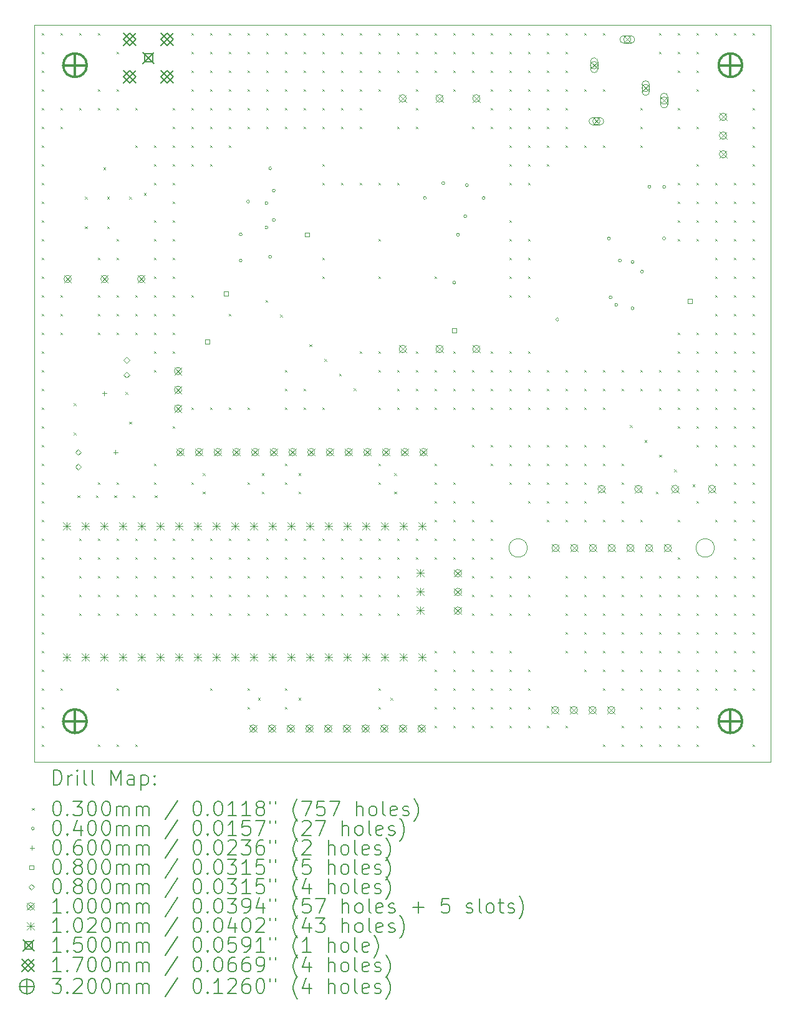
<source format=gbr>
%TF.GenerationSoftware,KiCad,Pcbnew,8.0.8*%
%TF.CreationDate,2025-02-28T08:34:14-05:00*%
%TF.ProjectId,VWS_SDR,5657535f-5344-4522-9e6b-696361645f70,rev?*%
%TF.SameCoordinates,Original*%
%TF.FileFunction,Drillmap*%
%TF.FilePolarity,Positive*%
%FSLAX45Y45*%
G04 Gerber Fmt 4.5, Leading zero omitted, Abs format (unit mm)*
G04 Created by KiCad (PCBNEW 8.0.8) date 2025-02-28 08:34:14*
%MOMM*%
%LPD*%
G01*
G04 APERTURE LIST*
%ADD10C,0.050000*%
%ADD11C,0.120000*%
%ADD12C,0.200000*%
%ADD13C,0.100000*%
%ADD14C,0.102000*%
%ADD15C,0.150000*%
%ADD16C,0.170000*%
%ADD17C,0.320000*%
G04 APERTURE END LIST*
D10*
X8400000Y-3950000D02*
X18400000Y-3950000D01*
X18400000Y-13950000D01*
X8400000Y-13950000D01*
X8400000Y-3950000D01*
D11*
X15093000Y-11050000D02*
G75*
G02*
X14843000Y-11050000I-125000J0D01*
G01*
X14843000Y-11050000D02*
G75*
G02*
X15093000Y-11050000I125000J0D01*
G01*
X17633000Y-11050000D02*
G75*
G02*
X17383000Y-11050000I-125000J0D01*
G01*
X17383000Y-11050000D02*
G75*
G02*
X17633000Y-11050000I125000J0D01*
G01*
D12*
D13*
X8495548Y-4060500D02*
X8525548Y-4090500D01*
X8525548Y-4060500D02*
X8495548Y-4090500D01*
X8495548Y-4314500D02*
X8525548Y-4344500D01*
X8525548Y-4314500D02*
X8495548Y-4344500D01*
X8495548Y-4568500D02*
X8525548Y-4598500D01*
X8525548Y-4568500D02*
X8495548Y-4598500D01*
X8495548Y-4822500D02*
X8525548Y-4852500D01*
X8525548Y-4822500D02*
X8495548Y-4852500D01*
X8495548Y-5076500D02*
X8525548Y-5106500D01*
X8525548Y-5076500D02*
X8495548Y-5106500D01*
X8495548Y-5330500D02*
X8525548Y-5360500D01*
X8525548Y-5330500D02*
X8495548Y-5360500D01*
X8495548Y-5584500D02*
X8525548Y-5614500D01*
X8525548Y-5584500D02*
X8495548Y-5614500D01*
X8495548Y-5838500D02*
X8525548Y-5868500D01*
X8525548Y-5838500D02*
X8495548Y-5868500D01*
X8495548Y-6092500D02*
X8525548Y-6122500D01*
X8525548Y-6092500D02*
X8495548Y-6122500D01*
X8495548Y-6346500D02*
X8525548Y-6376500D01*
X8525548Y-6346500D02*
X8495548Y-6376500D01*
X8495548Y-6600500D02*
X8525548Y-6630500D01*
X8525548Y-6600500D02*
X8495548Y-6630500D01*
X8495548Y-6854500D02*
X8525548Y-6884500D01*
X8525548Y-6854500D02*
X8495548Y-6884500D01*
X8495548Y-7108500D02*
X8525548Y-7138500D01*
X8525548Y-7108500D02*
X8495548Y-7138500D01*
X8495548Y-7362500D02*
X8525548Y-7392500D01*
X8525548Y-7362500D02*
X8495548Y-7392500D01*
X8495548Y-7616500D02*
X8525548Y-7646500D01*
X8525548Y-7616500D02*
X8495548Y-7646500D01*
X8495548Y-7870500D02*
X8525548Y-7900500D01*
X8525548Y-7870500D02*
X8495548Y-7900500D01*
X8495548Y-8124500D02*
X8525548Y-8154500D01*
X8525548Y-8124500D02*
X8495548Y-8154500D01*
X8495548Y-8378500D02*
X8525548Y-8408500D01*
X8525548Y-8378500D02*
X8495548Y-8408500D01*
X8495548Y-8632500D02*
X8525548Y-8662500D01*
X8525548Y-8632500D02*
X8495548Y-8662500D01*
X8495548Y-8886500D02*
X8525548Y-8916500D01*
X8525548Y-8886500D02*
X8495548Y-8916500D01*
X8495548Y-9140500D02*
X8525548Y-9170500D01*
X8525548Y-9140500D02*
X8495548Y-9170500D01*
X8495548Y-9394500D02*
X8525548Y-9424500D01*
X8525548Y-9394500D02*
X8495548Y-9424500D01*
X8495548Y-9648500D02*
X8525548Y-9678500D01*
X8525548Y-9648500D02*
X8495548Y-9678500D01*
X8495548Y-9902500D02*
X8525548Y-9932500D01*
X8525548Y-9902500D02*
X8495548Y-9932500D01*
X8495548Y-10156500D02*
X8525548Y-10186500D01*
X8525548Y-10156500D02*
X8495548Y-10186500D01*
X8495548Y-10410500D02*
X8525548Y-10440500D01*
X8525548Y-10410500D02*
X8495548Y-10440500D01*
X8495548Y-10664500D02*
X8525548Y-10694500D01*
X8525548Y-10664500D02*
X8495548Y-10694500D01*
X8495548Y-10918500D02*
X8525548Y-10948500D01*
X8525548Y-10918500D02*
X8495548Y-10948500D01*
X8495548Y-11172500D02*
X8525548Y-11202500D01*
X8525548Y-11172500D02*
X8495548Y-11202500D01*
X8495548Y-11426500D02*
X8525548Y-11456500D01*
X8525548Y-11426500D02*
X8495548Y-11456500D01*
X8495548Y-11680500D02*
X8525548Y-11710500D01*
X8525548Y-11680500D02*
X8495548Y-11710500D01*
X8495548Y-11934500D02*
X8525548Y-11964500D01*
X8525548Y-11934500D02*
X8495548Y-11964500D01*
X8495548Y-12188500D02*
X8525548Y-12218500D01*
X8525548Y-12188500D02*
X8495548Y-12218500D01*
X8495548Y-12442500D02*
X8525548Y-12472500D01*
X8525548Y-12442500D02*
X8495548Y-12472500D01*
X8495548Y-12696500D02*
X8525548Y-12726500D01*
X8525548Y-12696500D02*
X8495548Y-12726500D01*
X8495548Y-12950500D02*
X8525548Y-12980500D01*
X8525548Y-12950500D02*
X8495548Y-12980500D01*
X8495548Y-13204500D02*
X8525548Y-13234500D01*
X8525548Y-13204500D02*
X8495548Y-13234500D01*
X8495548Y-13458500D02*
X8525548Y-13488500D01*
X8525548Y-13458500D02*
X8495548Y-13488500D01*
X8495548Y-13712500D02*
X8525548Y-13742500D01*
X8525548Y-13712500D02*
X8495548Y-13742500D01*
X8749548Y-4060500D02*
X8779548Y-4090500D01*
X8779548Y-4060500D02*
X8749548Y-4090500D01*
X8749548Y-5076500D02*
X8779548Y-5106500D01*
X8779548Y-5076500D02*
X8749548Y-5106500D01*
X8749548Y-5330500D02*
X8779548Y-5360500D01*
X8779548Y-5330500D02*
X8749548Y-5360500D01*
X8749548Y-7616500D02*
X8779548Y-7646500D01*
X8779548Y-7616500D02*
X8749548Y-7646500D01*
X8749548Y-7870500D02*
X8779548Y-7900500D01*
X8779548Y-7870500D02*
X8749548Y-7900500D01*
X8749548Y-8124500D02*
X8779548Y-8154500D01*
X8779548Y-8124500D02*
X8749548Y-8154500D01*
X8749548Y-12950500D02*
X8779548Y-12980500D01*
X8779548Y-12950500D02*
X8749548Y-12980500D01*
X8935000Y-9085000D02*
X8965000Y-9115000D01*
X8965000Y-9085000D02*
X8935000Y-9115000D01*
X8935000Y-9485000D02*
X8965000Y-9515000D01*
X8965000Y-9485000D02*
X8935000Y-9515000D01*
X8985000Y-10335000D02*
X9015000Y-10365000D01*
X9015000Y-10335000D02*
X8985000Y-10365000D01*
X9003548Y-4060500D02*
X9033548Y-4090500D01*
X9033548Y-4060500D02*
X9003548Y-4090500D01*
X9003548Y-5076500D02*
X9033548Y-5106500D01*
X9033548Y-5076500D02*
X9003548Y-5106500D01*
X9003548Y-10918500D02*
X9033548Y-10948500D01*
X9033548Y-10918500D02*
X9003548Y-10948500D01*
X9003548Y-11172500D02*
X9033548Y-11202500D01*
X9033548Y-11172500D02*
X9003548Y-11202500D01*
X9003548Y-11426500D02*
X9033548Y-11456500D01*
X9033548Y-11426500D02*
X9003548Y-11456500D01*
X9003548Y-11680500D02*
X9033548Y-11710500D01*
X9033548Y-11680500D02*
X9003548Y-11710500D01*
X9003548Y-11934500D02*
X9033548Y-11964500D01*
X9033548Y-11934500D02*
X9003548Y-11964500D01*
X9085000Y-6285000D02*
X9115000Y-6315000D01*
X9115000Y-6285000D02*
X9085000Y-6315000D01*
X9085000Y-6685000D02*
X9115000Y-6715000D01*
X9115000Y-6685000D02*
X9085000Y-6715000D01*
X9235000Y-10335000D02*
X9265000Y-10365000D01*
X9265000Y-10335000D02*
X9235000Y-10365000D01*
X9257548Y-4060500D02*
X9287548Y-4090500D01*
X9287548Y-4060500D02*
X9257548Y-4090500D01*
X9257548Y-4822500D02*
X9287548Y-4852500D01*
X9287548Y-4822500D02*
X9257548Y-4852500D01*
X9257548Y-5076500D02*
X9287548Y-5106500D01*
X9287548Y-5076500D02*
X9257548Y-5106500D01*
X9257548Y-7108500D02*
X9287548Y-7138500D01*
X9287548Y-7108500D02*
X9257548Y-7138500D01*
X9257548Y-7616500D02*
X9287548Y-7646500D01*
X9287548Y-7616500D02*
X9257548Y-7646500D01*
X9257548Y-7870500D02*
X9287548Y-7900500D01*
X9287548Y-7870500D02*
X9257548Y-7900500D01*
X9257548Y-8124500D02*
X9287548Y-8154500D01*
X9287548Y-8124500D02*
X9257548Y-8154500D01*
X9257548Y-10156500D02*
X9287548Y-10186500D01*
X9287548Y-10156500D02*
X9257548Y-10186500D01*
X9257548Y-10918500D02*
X9287548Y-10948500D01*
X9287548Y-10918500D02*
X9257548Y-10948500D01*
X9257548Y-11172500D02*
X9287548Y-11202500D01*
X9287548Y-11172500D02*
X9257548Y-11202500D01*
X9257548Y-11426500D02*
X9287548Y-11456500D01*
X9287548Y-11426500D02*
X9257548Y-11456500D01*
X9257548Y-11680500D02*
X9287548Y-11710500D01*
X9287548Y-11680500D02*
X9257548Y-11710500D01*
X9257548Y-11934500D02*
X9287548Y-11964500D01*
X9287548Y-11934500D02*
X9257548Y-11964500D01*
X9257548Y-13712500D02*
X9287548Y-13742500D01*
X9287548Y-13712500D02*
X9257548Y-13742500D01*
X9335000Y-5885000D02*
X9365000Y-5915000D01*
X9365000Y-5885000D02*
X9335000Y-5915000D01*
X9385000Y-6285000D02*
X9415000Y-6315000D01*
X9415000Y-6285000D02*
X9385000Y-6315000D01*
X9385000Y-6685000D02*
X9415000Y-6715000D01*
X9415000Y-6685000D02*
X9385000Y-6715000D01*
X9485000Y-10335000D02*
X9515000Y-10365000D01*
X9515000Y-10335000D02*
X9485000Y-10365000D01*
X9511548Y-4314500D02*
X9541548Y-4344500D01*
X9541548Y-4314500D02*
X9511548Y-4344500D01*
X9511548Y-4822500D02*
X9541548Y-4852500D01*
X9541548Y-4822500D02*
X9511548Y-4852500D01*
X9511548Y-5076500D02*
X9541548Y-5106500D01*
X9541548Y-5076500D02*
X9511548Y-5106500D01*
X9511548Y-6854500D02*
X9541548Y-6884500D01*
X9541548Y-6854500D02*
X9511548Y-6884500D01*
X9511548Y-7108500D02*
X9541548Y-7138500D01*
X9541548Y-7108500D02*
X9511548Y-7138500D01*
X9511548Y-7616500D02*
X9541548Y-7646500D01*
X9541548Y-7616500D02*
X9511548Y-7646500D01*
X9511548Y-7870500D02*
X9541548Y-7900500D01*
X9541548Y-7870500D02*
X9511548Y-7900500D01*
X9511548Y-8124500D02*
X9541548Y-8154500D01*
X9541548Y-8124500D02*
X9511548Y-8154500D01*
X9511548Y-10156500D02*
X9541548Y-10186500D01*
X9541548Y-10156500D02*
X9511548Y-10186500D01*
X9511548Y-10918500D02*
X9541548Y-10948500D01*
X9541548Y-10918500D02*
X9511548Y-10948500D01*
X9511548Y-11172500D02*
X9541548Y-11202500D01*
X9541548Y-11172500D02*
X9511548Y-11202500D01*
X9511548Y-11426500D02*
X9541548Y-11456500D01*
X9541548Y-11426500D02*
X9511548Y-11456500D01*
X9511548Y-11680500D02*
X9541548Y-11710500D01*
X9541548Y-11680500D02*
X9511548Y-11710500D01*
X9511548Y-11934500D02*
X9541548Y-11964500D01*
X9541548Y-11934500D02*
X9511548Y-11964500D01*
X9511548Y-12950500D02*
X9541548Y-12980500D01*
X9541548Y-12950500D02*
X9511548Y-12980500D01*
X9511548Y-13712500D02*
X9541548Y-13742500D01*
X9541548Y-13712500D02*
X9511548Y-13742500D01*
X9635000Y-8935000D02*
X9665000Y-8965000D01*
X9665000Y-8935000D02*
X9635000Y-8965000D01*
X9685000Y-6285000D02*
X9715000Y-6315000D01*
X9715000Y-6285000D02*
X9685000Y-6315000D01*
X9685000Y-9335000D02*
X9715000Y-9365000D01*
X9715000Y-9335000D02*
X9685000Y-9365000D01*
X9735000Y-10335000D02*
X9765000Y-10365000D01*
X9765000Y-10335000D02*
X9735000Y-10365000D01*
X9765548Y-5076500D02*
X9795548Y-5106500D01*
X9795548Y-5076500D02*
X9765548Y-5106500D01*
X9765548Y-5584500D02*
X9795548Y-5614500D01*
X9795548Y-5584500D02*
X9765548Y-5614500D01*
X9765548Y-7616500D02*
X9795548Y-7646500D01*
X9795548Y-7616500D02*
X9765548Y-7646500D01*
X9765548Y-7870500D02*
X9795548Y-7900500D01*
X9795548Y-7870500D02*
X9765548Y-7900500D01*
X9765548Y-8124500D02*
X9795548Y-8154500D01*
X9795548Y-8124500D02*
X9765548Y-8154500D01*
X9765548Y-10918500D02*
X9795548Y-10948500D01*
X9795548Y-10918500D02*
X9765548Y-10948500D01*
X9765548Y-11172500D02*
X9795548Y-11202500D01*
X9795548Y-11172500D02*
X9765548Y-11202500D01*
X9765548Y-11426500D02*
X9795548Y-11456500D01*
X9795548Y-11426500D02*
X9765548Y-11456500D01*
X9765548Y-11680500D02*
X9795548Y-11710500D01*
X9795548Y-11680500D02*
X9765548Y-11710500D01*
X9765548Y-11934500D02*
X9795548Y-11964500D01*
X9795548Y-11934500D02*
X9765548Y-11964500D01*
X9765548Y-13712500D02*
X9795548Y-13742500D01*
X9795548Y-13712500D02*
X9765548Y-13742500D01*
X9885000Y-6235000D02*
X9915000Y-6265000D01*
X9915000Y-6235000D02*
X9885000Y-6265000D01*
X10019548Y-5584500D02*
X10049548Y-5614500D01*
X10049548Y-5584500D02*
X10019548Y-5614500D01*
X10019548Y-5838500D02*
X10049548Y-5868500D01*
X10049548Y-5838500D02*
X10019548Y-5868500D01*
X10019548Y-6092500D02*
X10049548Y-6122500D01*
X10049548Y-6092500D02*
X10019548Y-6122500D01*
X10019548Y-6600500D02*
X10049548Y-6630500D01*
X10049548Y-6600500D02*
X10019548Y-6630500D01*
X10019548Y-6854500D02*
X10049548Y-6884500D01*
X10049548Y-6854500D02*
X10019548Y-6884500D01*
X10019548Y-7108500D02*
X10049548Y-7138500D01*
X10049548Y-7108500D02*
X10019548Y-7138500D01*
X10019548Y-7362500D02*
X10049548Y-7392500D01*
X10049548Y-7362500D02*
X10019548Y-7392500D01*
X10019548Y-7616500D02*
X10049548Y-7646500D01*
X10049548Y-7616500D02*
X10019548Y-7646500D01*
X10019548Y-7870500D02*
X10049548Y-7900500D01*
X10049548Y-7870500D02*
X10019548Y-7900500D01*
X10019548Y-8124500D02*
X10049548Y-8154500D01*
X10049548Y-8124500D02*
X10019548Y-8154500D01*
X10019548Y-8378500D02*
X10049548Y-8408500D01*
X10049548Y-8378500D02*
X10019548Y-8408500D01*
X10019548Y-8632500D02*
X10049548Y-8662500D01*
X10049548Y-8632500D02*
X10019548Y-8662500D01*
X10019548Y-9902500D02*
X10049548Y-9932500D01*
X10049548Y-9902500D02*
X10019548Y-9932500D01*
X10019548Y-10156500D02*
X10049548Y-10186500D01*
X10049548Y-10156500D02*
X10019548Y-10186500D01*
X10019548Y-10918500D02*
X10049548Y-10948500D01*
X10049548Y-10918500D02*
X10019548Y-10948500D01*
X10019548Y-11172500D02*
X10049548Y-11202500D01*
X10049548Y-11172500D02*
X10019548Y-11202500D01*
X10019548Y-11426500D02*
X10049548Y-11456500D01*
X10049548Y-11426500D02*
X10019548Y-11456500D01*
X10019548Y-11680500D02*
X10049548Y-11710500D01*
X10049548Y-11680500D02*
X10019548Y-11710500D01*
X10019548Y-11934500D02*
X10049548Y-11964500D01*
X10049548Y-11934500D02*
X10019548Y-11964500D01*
X10035000Y-10335000D02*
X10065000Y-10365000D01*
X10065000Y-10335000D02*
X10035000Y-10365000D01*
X10273548Y-5076500D02*
X10303548Y-5106500D01*
X10303548Y-5076500D02*
X10273548Y-5106500D01*
X10273548Y-5330500D02*
X10303548Y-5360500D01*
X10303548Y-5330500D02*
X10273548Y-5360500D01*
X10273548Y-5584500D02*
X10303548Y-5614500D01*
X10303548Y-5584500D02*
X10273548Y-5614500D01*
X10273548Y-5838500D02*
X10303548Y-5868500D01*
X10303548Y-5838500D02*
X10273548Y-5868500D01*
X10273548Y-6092500D02*
X10303548Y-6122500D01*
X10303548Y-6092500D02*
X10273548Y-6122500D01*
X10273548Y-6346500D02*
X10303548Y-6376500D01*
X10303548Y-6346500D02*
X10273548Y-6376500D01*
X10273548Y-6600500D02*
X10303548Y-6630500D01*
X10303548Y-6600500D02*
X10273548Y-6630500D01*
X10273548Y-6854500D02*
X10303548Y-6884500D01*
X10303548Y-6854500D02*
X10273548Y-6884500D01*
X10273548Y-7108500D02*
X10303548Y-7138500D01*
X10303548Y-7108500D02*
X10273548Y-7138500D01*
X10273548Y-7362500D02*
X10303548Y-7392500D01*
X10303548Y-7362500D02*
X10273548Y-7392500D01*
X10273548Y-7616500D02*
X10303548Y-7646500D01*
X10303548Y-7616500D02*
X10273548Y-7646500D01*
X10273548Y-7870500D02*
X10303548Y-7900500D01*
X10303548Y-7870500D02*
X10273548Y-7900500D01*
X10273548Y-8124500D02*
X10303548Y-8154500D01*
X10303548Y-8124500D02*
X10273548Y-8154500D01*
X10273548Y-8378500D02*
X10303548Y-8408500D01*
X10303548Y-8378500D02*
X10273548Y-8408500D01*
X10273548Y-9394500D02*
X10303548Y-9424500D01*
X10303548Y-9394500D02*
X10273548Y-9424500D01*
X10273548Y-10918500D02*
X10303548Y-10948500D01*
X10303548Y-10918500D02*
X10273548Y-10948500D01*
X10273548Y-11172500D02*
X10303548Y-11202500D01*
X10303548Y-11172500D02*
X10273548Y-11202500D01*
X10273548Y-11426500D02*
X10303548Y-11456500D01*
X10303548Y-11426500D02*
X10273548Y-11456500D01*
X10273548Y-11680500D02*
X10303548Y-11710500D01*
X10303548Y-11680500D02*
X10273548Y-11710500D01*
X10273548Y-11934500D02*
X10303548Y-11964500D01*
X10303548Y-11934500D02*
X10273548Y-11964500D01*
X10527548Y-4060500D02*
X10557548Y-4090500D01*
X10557548Y-4060500D02*
X10527548Y-4090500D01*
X10527548Y-4314500D02*
X10557548Y-4344500D01*
X10557548Y-4314500D02*
X10527548Y-4344500D01*
X10527548Y-4568500D02*
X10557548Y-4598500D01*
X10557548Y-4568500D02*
X10527548Y-4598500D01*
X10527548Y-4822500D02*
X10557548Y-4852500D01*
X10557548Y-4822500D02*
X10527548Y-4852500D01*
X10527548Y-5076500D02*
X10557548Y-5106500D01*
X10557548Y-5076500D02*
X10527548Y-5106500D01*
X10527548Y-5330500D02*
X10557548Y-5360500D01*
X10557548Y-5330500D02*
X10527548Y-5360500D01*
X10527548Y-5584500D02*
X10557548Y-5614500D01*
X10557548Y-5584500D02*
X10527548Y-5614500D01*
X10527548Y-5838500D02*
X10557548Y-5868500D01*
X10557548Y-5838500D02*
X10527548Y-5868500D01*
X10527548Y-7616500D02*
X10557548Y-7646500D01*
X10557548Y-7616500D02*
X10527548Y-7646500D01*
X10527548Y-9140500D02*
X10557548Y-9170500D01*
X10557548Y-9140500D02*
X10527548Y-9170500D01*
X10527548Y-10156500D02*
X10557548Y-10186500D01*
X10557548Y-10156500D02*
X10527548Y-10186500D01*
X10527548Y-10918500D02*
X10557548Y-10948500D01*
X10557548Y-10918500D02*
X10527548Y-10948500D01*
X10527548Y-11172500D02*
X10557548Y-11202500D01*
X10557548Y-11172500D02*
X10527548Y-11202500D01*
X10527548Y-11426500D02*
X10557548Y-11456500D01*
X10557548Y-11426500D02*
X10527548Y-11456500D01*
X10527548Y-11680500D02*
X10557548Y-11710500D01*
X10557548Y-11680500D02*
X10527548Y-11710500D01*
X10527548Y-11934500D02*
X10557548Y-11964500D01*
X10557548Y-11934500D02*
X10527548Y-11964500D01*
X10685000Y-10035000D02*
X10715000Y-10065000D01*
X10715000Y-10035000D02*
X10685000Y-10065000D01*
X10685000Y-10285000D02*
X10715000Y-10315000D01*
X10715000Y-10285000D02*
X10685000Y-10315000D01*
X10781548Y-4060500D02*
X10811548Y-4090500D01*
X10811548Y-4060500D02*
X10781548Y-4090500D01*
X10781548Y-4314500D02*
X10811548Y-4344500D01*
X10811548Y-4314500D02*
X10781548Y-4344500D01*
X10781548Y-4568500D02*
X10811548Y-4598500D01*
X10811548Y-4568500D02*
X10781548Y-4598500D01*
X10781548Y-4822500D02*
X10811548Y-4852500D01*
X10811548Y-4822500D02*
X10781548Y-4852500D01*
X10781548Y-5076500D02*
X10811548Y-5106500D01*
X10811548Y-5076500D02*
X10781548Y-5106500D01*
X10781548Y-5330500D02*
X10811548Y-5360500D01*
X10811548Y-5330500D02*
X10781548Y-5360500D01*
X10781548Y-5584500D02*
X10811548Y-5614500D01*
X10811548Y-5584500D02*
X10781548Y-5614500D01*
X10781548Y-5838500D02*
X10811548Y-5868500D01*
X10811548Y-5838500D02*
X10781548Y-5868500D01*
X10781548Y-9140500D02*
X10811548Y-9170500D01*
X10811548Y-9140500D02*
X10781548Y-9170500D01*
X10781548Y-10918500D02*
X10811548Y-10948500D01*
X10811548Y-10918500D02*
X10781548Y-10948500D01*
X10781548Y-11172500D02*
X10811548Y-11202500D01*
X10811548Y-11172500D02*
X10781548Y-11202500D01*
X10781548Y-11426500D02*
X10811548Y-11456500D01*
X10811548Y-11426500D02*
X10781548Y-11456500D01*
X10781548Y-11680500D02*
X10811548Y-11710500D01*
X10811548Y-11680500D02*
X10781548Y-11710500D01*
X10781548Y-11934500D02*
X10811548Y-11964500D01*
X10811548Y-11934500D02*
X10781548Y-11964500D01*
X10781548Y-12950500D02*
X10811548Y-12980500D01*
X10811548Y-12950500D02*
X10781548Y-12980500D01*
X11035548Y-4060500D02*
X11065548Y-4090500D01*
X11065548Y-4060500D02*
X11035548Y-4090500D01*
X11035548Y-4314500D02*
X11065548Y-4344500D01*
X11065548Y-4314500D02*
X11035548Y-4344500D01*
X11035548Y-4568500D02*
X11065548Y-4598500D01*
X11065548Y-4568500D02*
X11035548Y-4598500D01*
X11035548Y-4822500D02*
X11065548Y-4852500D01*
X11065548Y-4822500D02*
X11035548Y-4852500D01*
X11035548Y-5076500D02*
X11065548Y-5106500D01*
X11065548Y-5076500D02*
X11035548Y-5106500D01*
X11035548Y-5330500D02*
X11065548Y-5360500D01*
X11065548Y-5330500D02*
X11035548Y-5360500D01*
X11035548Y-5584500D02*
X11065548Y-5614500D01*
X11065548Y-5584500D02*
X11035548Y-5614500D01*
X11035548Y-7870500D02*
X11065548Y-7900500D01*
X11065548Y-7870500D02*
X11035548Y-7900500D01*
X11035548Y-9140500D02*
X11065548Y-9170500D01*
X11065548Y-9140500D02*
X11035548Y-9170500D01*
X11035548Y-10918500D02*
X11065548Y-10948500D01*
X11065548Y-10918500D02*
X11035548Y-10948500D01*
X11035548Y-11172500D02*
X11065548Y-11202500D01*
X11065548Y-11172500D02*
X11035548Y-11202500D01*
X11035548Y-11426500D02*
X11065548Y-11456500D01*
X11065548Y-11426500D02*
X11035548Y-11456500D01*
X11035548Y-11680500D02*
X11065548Y-11710500D01*
X11065548Y-11680500D02*
X11035548Y-11710500D01*
X11035548Y-11934500D02*
X11065548Y-11964500D01*
X11065548Y-11934500D02*
X11035548Y-11964500D01*
X11289548Y-4060500D02*
X11319548Y-4090500D01*
X11319548Y-4060500D02*
X11289548Y-4090500D01*
X11289548Y-4314500D02*
X11319548Y-4344500D01*
X11319548Y-4314500D02*
X11289548Y-4344500D01*
X11289548Y-4568500D02*
X11319548Y-4598500D01*
X11319548Y-4568500D02*
X11289548Y-4598500D01*
X11289548Y-4822500D02*
X11319548Y-4852500D01*
X11319548Y-4822500D02*
X11289548Y-4852500D01*
X11289548Y-5076500D02*
X11319548Y-5106500D01*
X11319548Y-5076500D02*
X11289548Y-5106500D01*
X11289548Y-5330500D02*
X11319548Y-5360500D01*
X11319548Y-5330500D02*
X11289548Y-5360500D01*
X11289548Y-9140500D02*
X11319548Y-9170500D01*
X11319548Y-9140500D02*
X11289548Y-9170500D01*
X11289548Y-10156500D02*
X11319548Y-10186500D01*
X11319548Y-10156500D02*
X11289548Y-10186500D01*
X11289548Y-10918500D02*
X11319548Y-10948500D01*
X11319548Y-10918500D02*
X11289548Y-10948500D01*
X11289548Y-11172500D02*
X11319548Y-11202500D01*
X11319548Y-11172500D02*
X11289548Y-11202500D01*
X11289548Y-11426500D02*
X11319548Y-11456500D01*
X11319548Y-11426500D02*
X11289548Y-11456500D01*
X11289548Y-11680500D02*
X11319548Y-11710500D01*
X11319548Y-11680500D02*
X11289548Y-11710500D01*
X11289548Y-11934500D02*
X11319548Y-11964500D01*
X11319548Y-11934500D02*
X11289548Y-11964500D01*
X11289548Y-12950500D02*
X11319548Y-12980500D01*
X11319548Y-12950500D02*
X11289548Y-12980500D01*
X11289548Y-13204500D02*
X11319548Y-13234500D01*
X11319548Y-13204500D02*
X11289548Y-13234500D01*
X11435000Y-13085000D02*
X11465000Y-13115000D01*
X11465000Y-13085000D02*
X11435000Y-13115000D01*
X11485000Y-10035000D02*
X11515000Y-10065000D01*
X11515000Y-10035000D02*
X11485000Y-10065000D01*
X11485000Y-10285000D02*
X11515000Y-10315000D01*
X11515000Y-10285000D02*
X11485000Y-10315000D01*
X11535000Y-7685000D02*
X11565000Y-7715000D01*
X11565000Y-7685000D02*
X11535000Y-7715000D01*
X11543548Y-4060500D02*
X11573548Y-4090500D01*
X11573548Y-4060500D02*
X11543548Y-4090500D01*
X11543548Y-4314500D02*
X11573548Y-4344500D01*
X11573548Y-4314500D02*
X11543548Y-4344500D01*
X11543548Y-4568500D02*
X11573548Y-4598500D01*
X11573548Y-4568500D02*
X11543548Y-4598500D01*
X11543548Y-4822500D02*
X11573548Y-4852500D01*
X11573548Y-4822500D02*
X11543548Y-4852500D01*
X11543548Y-5076500D02*
X11573548Y-5106500D01*
X11573548Y-5076500D02*
X11543548Y-5106500D01*
X11543548Y-5330500D02*
X11573548Y-5360500D01*
X11573548Y-5330500D02*
X11543548Y-5360500D01*
X11543548Y-10918500D02*
X11573548Y-10948500D01*
X11573548Y-10918500D02*
X11543548Y-10948500D01*
X11543548Y-11172500D02*
X11573548Y-11202500D01*
X11573548Y-11172500D02*
X11543548Y-11202500D01*
X11543548Y-11426500D02*
X11573548Y-11456500D01*
X11573548Y-11426500D02*
X11543548Y-11456500D01*
X11543548Y-11680500D02*
X11573548Y-11710500D01*
X11573548Y-11680500D02*
X11543548Y-11710500D01*
X11543548Y-11934500D02*
X11573548Y-11964500D01*
X11573548Y-11934500D02*
X11543548Y-11964500D01*
X11735000Y-7885000D02*
X11765000Y-7915000D01*
X11765000Y-7885000D02*
X11735000Y-7915000D01*
X11797548Y-4060500D02*
X11827548Y-4090500D01*
X11827548Y-4060500D02*
X11797548Y-4090500D01*
X11797548Y-4314500D02*
X11827548Y-4344500D01*
X11827548Y-4314500D02*
X11797548Y-4344500D01*
X11797548Y-4568500D02*
X11827548Y-4598500D01*
X11827548Y-4568500D02*
X11797548Y-4598500D01*
X11797548Y-4822500D02*
X11827548Y-4852500D01*
X11827548Y-4822500D02*
X11797548Y-4852500D01*
X11797548Y-5076500D02*
X11827548Y-5106500D01*
X11827548Y-5076500D02*
X11797548Y-5106500D01*
X11797548Y-5330500D02*
X11827548Y-5360500D01*
X11827548Y-5330500D02*
X11797548Y-5360500D01*
X11797548Y-8632500D02*
X11827548Y-8662500D01*
X11827548Y-8632500D02*
X11797548Y-8662500D01*
X11797548Y-8886500D02*
X11827548Y-8916500D01*
X11827548Y-8886500D02*
X11797548Y-8916500D01*
X11797548Y-9140500D02*
X11827548Y-9170500D01*
X11827548Y-9140500D02*
X11797548Y-9170500D01*
X11797548Y-9902500D02*
X11827548Y-9932500D01*
X11827548Y-9902500D02*
X11797548Y-9932500D01*
X11797548Y-10156500D02*
X11827548Y-10186500D01*
X11827548Y-10156500D02*
X11797548Y-10186500D01*
X11797548Y-10918500D02*
X11827548Y-10948500D01*
X11827548Y-10918500D02*
X11797548Y-10948500D01*
X11797548Y-11172500D02*
X11827548Y-11202500D01*
X11827548Y-11172500D02*
X11797548Y-11202500D01*
X11797548Y-11426500D02*
X11827548Y-11456500D01*
X11827548Y-11426500D02*
X11797548Y-11456500D01*
X11797548Y-11680500D02*
X11827548Y-11710500D01*
X11827548Y-11680500D02*
X11797548Y-11710500D01*
X11797548Y-11934500D02*
X11827548Y-11964500D01*
X11827548Y-11934500D02*
X11797548Y-11964500D01*
X11797548Y-12950500D02*
X11827548Y-12980500D01*
X11827548Y-12950500D02*
X11797548Y-12980500D01*
X11797548Y-13204500D02*
X11827548Y-13234500D01*
X11827548Y-13204500D02*
X11797548Y-13234500D01*
X11985000Y-10035000D02*
X12015000Y-10065000D01*
X12015000Y-10035000D02*
X11985000Y-10065000D01*
X11985000Y-10285000D02*
X12015000Y-10315000D01*
X12015000Y-10285000D02*
X11985000Y-10315000D01*
X11985000Y-13085000D02*
X12015000Y-13115000D01*
X12015000Y-13085000D02*
X11985000Y-13115000D01*
X12051548Y-4060500D02*
X12081548Y-4090500D01*
X12081548Y-4060500D02*
X12051548Y-4090500D01*
X12051548Y-4314500D02*
X12081548Y-4344500D01*
X12081548Y-4314500D02*
X12051548Y-4344500D01*
X12051548Y-4568500D02*
X12081548Y-4598500D01*
X12081548Y-4568500D02*
X12051548Y-4598500D01*
X12051548Y-4822500D02*
X12081548Y-4852500D01*
X12081548Y-4822500D02*
X12051548Y-4852500D01*
X12051548Y-5076500D02*
X12081548Y-5106500D01*
X12081548Y-5076500D02*
X12051548Y-5106500D01*
X12051548Y-5330500D02*
X12081548Y-5360500D01*
X12081548Y-5330500D02*
X12051548Y-5360500D01*
X12051548Y-8886500D02*
X12081548Y-8916500D01*
X12081548Y-8886500D02*
X12051548Y-8916500D01*
X12051548Y-9140500D02*
X12081548Y-9170500D01*
X12081548Y-9140500D02*
X12051548Y-9170500D01*
X12051548Y-10918500D02*
X12081548Y-10948500D01*
X12081548Y-10918500D02*
X12051548Y-10948500D01*
X12051548Y-11172500D02*
X12081548Y-11202500D01*
X12081548Y-11172500D02*
X12051548Y-11202500D01*
X12051548Y-11426500D02*
X12081548Y-11456500D01*
X12081548Y-11426500D02*
X12051548Y-11456500D01*
X12051548Y-11680500D02*
X12081548Y-11710500D01*
X12081548Y-11680500D02*
X12051548Y-11710500D01*
X12051548Y-11934500D02*
X12081548Y-11964500D01*
X12081548Y-11934500D02*
X12051548Y-11964500D01*
X12135000Y-8285000D02*
X12165000Y-8315000D01*
X12165000Y-8285000D02*
X12135000Y-8315000D01*
X12305548Y-4060500D02*
X12335548Y-4090500D01*
X12335548Y-4060500D02*
X12305548Y-4090500D01*
X12305548Y-4314500D02*
X12335548Y-4344500D01*
X12335548Y-4314500D02*
X12305548Y-4344500D01*
X12305548Y-4568500D02*
X12335548Y-4598500D01*
X12335548Y-4568500D02*
X12305548Y-4598500D01*
X12305548Y-4822500D02*
X12335548Y-4852500D01*
X12335548Y-4822500D02*
X12305548Y-4852500D01*
X12305548Y-5076500D02*
X12335548Y-5106500D01*
X12335548Y-5076500D02*
X12305548Y-5106500D01*
X12305548Y-5330500D02*
X12335548Y-5360500D01*
X12335548Y-5330500D02*
X12305548Y-5360500D01*
X12305548Y-5838500D02*
X12335548Y-5868500D01*
X12335548Y-5838500D02*
X12305548Y-5868500D01*
X12305548Y-6092500D02*
X12335548Y-6122500D01*
X12335548Y-6092500D02*
X12305548Y-6122500D01*
X12305548Y-7108500D02*
X12335548Y-7138500D01*
X12335548Y-7108500D02*
X12305548Y-7138500D01*
X12305548Y-7362500D02*
X12335548Y-7392500D01*
X12335548Y-7362500D02*
X12305548Y-7392500D01*
X12305548Y-9140500D02*
X12335548Y-9170500D01*
X12335548Y-9140500D02*
X12305548Y-9170500D01*
X12305548Y-10918500D02*
X12335548Y-10948500D01*
X12335548Y-10918500D02*
X12305548Y-10948500D01*
X12305548Y-11172500D02*
X12335548Y-11202500D01*
X12335548Y-11172500D02*
X12305548Y-11202500D01*
X12305548Y-11426500D02*
X12335548Y-11456500D01*
X12335548Y-11426500D02*
X12305548Y-11456500D01*
X12305548Y-11680500D02*
X12335548Y-11710500D01*
X12335548Y-11680500D02*
X12305548Y-11710500D01*
X12305548Y-11934500D02*
X12335548Y-11964500D01*
X12335548Y-11934500D02*
X12305548Y-11964500D01*
X12335000Y-8485000D02*
X12365000Y-8515000D01*
X12365000Y-8485000D02*
X12335000Y-8515000D01*
X12535000Y-8685000D02*
X12565000Y-8715000D01*
X12565000Y-8685000D02*
X12535000Y-8715000D01*
X12559548Y-4060500D02*
X12589548Y-4090500D01*
X12589548Y-4060500D02*
X12559548Y-4090500D01*
X12559548Y-4314500D02*
X12589548Y-4344500D01*
X12589548Y-4314500D02*
X12559548Y-4344500D01*
X12559548Y-4568500D02*
X12589548Y-4598500D01*
X12589548Y-4568500D02*
X12559548Y-4598500D01*
X12559548Y-4822500D02*
X12589548Y-4852500D01*
X12589548Y-4822500D02*
X12559548Y-4852500D01*
X12559548Y-5076500D02*
X12589548Y-5106500D01*
X12589548Y-5076500D02*
X12559548Y-5106500D01*
X12559548Y-5330500D02*
X12589548Y-5360500D01*
X12589548Y-5330500D02*
X12559548Y-5360500D01*
X12559548Y-6092500D02*
X12589548Y-6122500D01*
X12589548Y-6092500D02*
X12559548Y-6122500D01*
X12559548Y-10918500D02*
X12589548Y-10948500D01*
X12589548Y-10918500D02*
X12559548Y-10948500D01*
X12559548Y-11172500D02*
X12589548Y-11202500D01*
X12589548Y-11172500D02*
X12559548Y-11202500D01*
X12559548Y-11426500D02*
X12589548Y-11456500D01*
X12589548Y-11426500D02*
X12559548Y-11456500D01*
X12559548Y-11680500D02*
X12589548Y-11710500D01*
X12589548Y-11680500D02*
X12559548Y-11710500D01*
X12559548Y-11934500D02*
X12589548Y-11964500D01*
X12589548Y-11934500D02*
X12559548Y-11964500D01*
X12735000Y-8885000D02*
X12765000Y-8915000D01*
X12765000Y-8885000D02*
X12735000Y-8915000D01*
X12813548Y-4060500D02*
X12843548Y-4090500D01*
X12843548Y-4060500D02*
X12813548Y-4090500D01*
X12813548Y-4314500D02*
X12843548Y-4344500D01*
X12843548Y-4314500D02*
X12813548Y-4344500D01*
X12813548Y-4568500D02*
X12843548Y-4598500D01*
X12843548Y-4568500D02*
X12813548Y-4598500D01*
X12813548Y-4822500D02*
X12843548Y-4852500D01*
X12843548Y-4822500D02*
X12813548Y-4852500D01*
X12813548Y-5076500D02*
X12843548Y-5106500D01*
X12843548Y-5076500D02*
X12813548Y-5106500D01*
X12813548Y-5330500D02*
X12843548Y-5360500D01*
X12843548Y-5330500D02*
X12813548Y-5360500D01*
X12813548Y-6092500D02*
X12843548Y-6122500D01*
X12843548Y-6092500D02*
X12813548Y-6122500D01*
X12813548Y-8378500D02*
X12843548Y-8408500D01*
X12843548Y-8378500D02*
X12813548Y-8408500D01*
X12813548Y-10918500D02*
X12843548Y-10948500D01*
X12843548Y-10918500D02*
X12813548Y-10948500D01*
X12813548Y-11172500D02*
X12843548Y-11202500D01*
X12843548Y-11172500D02*
X12813548Y-11202500D01*
X12813548Y-11426500D02*
X12843548Y-11456500D01*
X12843548Y-11426500D02*
X12813548Y-11456500D01*
X12813548Y-11680500D02*
X12843548Y-11710500D01*
X12843548Y-11680500D02*
X12813548Y-11710500D01*
X12813548Y-11934500D02*
X12843548Y-11964500D01*
X12843548Y-11934500D02*
X12813548Y-11964500D01*
X13067548Y-4060500D02*
X13097548Y-4090500D01*
X13097548Y-4060500D02*
X13067548Y-4090500D01*
X13067548Y-4314500D02*
X13097548Y-4344500D01*
X13097548Y-4314500D02*
X13067548Y-4344500D01*
X13067548Y-4568500D02*
X13097548Y-4598500D01*
X13097548Y-4568500D02*
X13067548Y-4598500D01*
X13067548Y-4822500D02*
X13097548Y-4852500D01*
X13097548Y-4822500D02*
X13067548Y-4852500D01*
X13067548Y-6092500D02*
X13097548Y-6122500D01*
X13097548Y-6092500D02*
X13067548Y-6122500D01*
X13067548Y-6854500D02*
X13097548Y-6884500D01*
X13097548Y-6854500D02*
X13067548Y-6884500D01*
X13067548Y-7362500D02*
X13097548Y-7392500D01*
X13097548Y-7362500D02*
X13067548Y-7392500D01*
X13067548Y-8378500D02*
X13097548Y-8408500D01*
X13097548Y-8378500D02*
X13067548Y-8408500D01*
X13067548Y-8632500D02*
X13097548Y-8662500D01*
X13097548Y-8632500D02*
X13067548Y-8662500D01*
X13067548Y-9140500D02*
X13097548Y-9170500D01*
X13097548Y-9140500D02*
X13067548Y-9170500D01*
X13067548Y-9902500D02*
X13097548Y-9932500D01*
X13097548Y-9902500D02*
X13067548Y-9932500D01*
X13067548Y-10156500D02*
X13097548Y-10186500D01*
X13097548Y-10156500D02*
X13067548Y-10186500D01*
X13067548Y-10918500D02*
X13097548Y-10948500D01*
X13097548Y-10918500D02*
X13067548Y-10948500D01*
X13067548Y-11172500D02*
X13097548Y-11202500D01*
X13097548Y-11172500D02*
X13067548Y-11202500D01*
X13067548Y-11426500D02*
X13097548Y-11456500D01*
X13097548Y-11426500D02*
X13067548Y-11456500D01*
X13067548Y-11680500D02*
X13097548Y-11710500D01*
X13097548Y-11680500D02*
X13067548Y-11710500D01*
X13067548Y-11934500D02*
X13097548Y-11964500D01*
X13097548Y-11934500D02*
X13067548Y-11964500D01*
X13067548Y-12950500D02*
X13097548Y-12980500D01*
X13097548Y-12950500D02*
X13067548Y-12980500D01*
X13067548Y-13204500D02*
X13097548Y-13234500D01*
X13097548Y-13204500D02*
X13067548Y-13234500D01*
X13235000Y-13085000D02*
X13265000Y-13115000D01*
X13265000Y-13085000D02*
X13235000Y-13115000D01*
X13285000Y-10035000D02*
X13315000Y-10065000D01*
X13315000Y-10035000D02*
X13285000Y-10065000D01*
X13285000Y-10285000D02*
X13315000Y-10315000D01*
X13315000Y-10285000D02*
X13285000Y-10315000D01*
X13321548Y-4060500D02*
X13351548Y-4090500D01*
X13351548Y-4060500D02*
X13321548Y-4090500D01*
X13321548Y-4314500D02*
X13351548Y-4344500D01*
X13351548Y-4314500D02*
X13321548Y-4344500D01*
X13321548Y-4568500D02*
X13351548Y-4598500D01*
X13351548Y-4568500D02*
X13321548Y-4598500D01*
X13321548Y-5330500D02*
X13351548Y-5360500D01*
X13351548Y-5330500D02*
X13321548Y-5360500D01*
X13321548Y-6092500D02*
X13351548Y-6122500D01*
X13351548Y-6092500D02*
X13321548Y-6122500D01*
X13321548Y-8632500D02*
X13351548Y-8662500D01*
X13351548Y-8632500D02*
X13321548Y-8662500D01*
X13321548Y-8886500D02*
X13351548Y-8916500D01*
X13351548Y-8886500D02*
X13321548Y-8916500D01*
X13321548Y-9140500D02*
X13351548Y-9170500D01*
X13351548Y-9140500D02*
X13321548Y-9170500D01*
X13321548Y-10918500D02*
X13351548Y-10948500D01*
X13351548Y-10918500D02*
X13321548Y-10948500D01*
X13321548Y-11172500D02*
X13351548Y-11202500D01*
X13351548Y-11172500D02*
X13321548Y-11202500D01*
X13321548Y-11426500D02*
X13351548Y-11456500D01*
X13351548Y-11426500D02*
X13321548Y-11456500D01*
X13321548Y-11680500D02*
X13351548Y-11710500D01*
X13351548Y-11680500D02*
X13321548Y-11710500D01*
X13321548Y-11934500D02*
X13351548Y-11964500D01*
X13351548Y-11934500D02*
X13321548Y-11964500D01*
X13575548Y-4060500D02*
X13605548Y-4090500D01*
X13605548Y-4060500D02*
X13575548Y-4090500D01*
X13575548Y-4314500D02*
X13605548Y-4344500D01*
X13605548Y-4314500D02*
X13575548Y-4344500D01*
X13575548Y-4568500D02*
X13605548Y-4598500D01*
X13605548Y-4568500D02*
X13575548Y-4598500D01*
X13575548Y-4822500D02*
X13605548Y-4852500D01*
X13605548Y-4822500D02*
X13575548Y-4852500D01*
X13575548Y-5076500D02*
X13605548Y-5106500D01*
X13605548Y-5076500D02*
X13575548Y-5106500D01*
X13575548Y-5330500D02*
X13605548Y-5360500D01*
X13605548Y-5330500D02*
X13575548Y-5360500D01*
X13575548Y-8378500D02*
X13605548Y-8408500D01*
X13605548Y-8378500D02*
X13575548Y-8408500D01*
X13575548Y-8632500D02*
X13605548Y-8662500D01*
X13605548Y-8632500D02*
X13575548Y-8662500D01*
X13575548Y-8886500D02*
X13605548Y-8916500D01*
X13605548Y-8886500D02*
X13575548Y-8916500D01*
X13575548Y-9140500D02*
X13605548Y-9170500D01*
X13605548Y-9140500D02*
X13575548Y-9170500D01*
X13575548Y-10918500D02*
X13605548Y-10948500D01*
X13605548Y-10918500D02*
X13575548Y-10948500D01*
X13575548Y-11172500D02*
X13605548Y-11202500D01*
X13605548Y-11172500D02*
X13575548Y-11202500D01*
X13829548Y-4060500D02*
X13859548Y-4090500D01*
X13859548Y-4060500D02*
X13829548Y-4090500D01*
X13829548Y-4314500D02*
X13859548Y-4344500D01*
X13859548Y-4314500D02*
X13829548Y-4344500D01*
X13829548Y-4568500D02*
X13859548Y-4598500D01*
X13859548Y-4568500D02*
X13829548Y-4598500D01*
X13829548Y-7362500D02*
X13859548Y-7392500D01*
X13859548Y-7362500D02*
X13829548Y-7392500D01*
X13829548Y-8632500D02*
X13859548Y-8662500D01*
X13859548Y-8632500D02*
X13829548Y-8662500D01*
X13829548Y-8886500D02*
X13859548Y-8916500D01*
X13859548Y-8886500D02*
X13829548Y-8916500D01*
X13829548Y-9140500D02*
X13859548Y-9170500D01*
X13859548Y-9140500D02*
X13829548Y-9170500D01*
X13829548Y-9902500D02*
X13859548Y-9932500D01*
X13859548Y-9902500D02*
X13829548Y-9932500D01*
X13829548Y-10156500D02*
X13859548Y-10186500D01*
X13859548Y-10156500D02*
X13829548Y-10186500D01*
X13829548Y-10410500D02*
X13859548Y-10440500D01*
X13859548Y-10410500D02*
X13829548Y-10440500D01*
X13829548Y-10664500D02*
X13859548Y-10694500D01*
X13859548Y-10664500D02*
X13829548Y-10694500D01*
X13829548Y-10918500D02*
X13859548Y-10948500D01*
X13859548Y-10918500D02*
X13829548Y-10948500D01*
X13829548Y-11172500D02*
X13859548Y-11202500D01*
X13859548Y-11172500D02*
X13829548Y-11202500D01*
X13829548Y-12442500D02*
X13859548Y-12472500D01*
X13859548Y-12442500D02*
X13829548Y-12472500D01*
X13829548Y-12696500D02*
X13859548Y-12726500D01*
X13859548Y-12696500D02*
X13829548Y-12726500D01*
X13829548Y-12950500D02*
X13859548Y-12980500D01*
X13859548Y-12950500D02*
X13829548Y-12980500D01*
X13829548Y-13204500D02*
X13859548Y-13234500D01*
X13859548Y-13204500D02*
X13829548Y-13234500D01*
X13829548Y-13458500D02*
X13859548Y-13488500D01*
X13859548Y-13458500D02*
X13829548Y-13488500D01*
X14083548Y-4060500D02*
X14113548Y-4090500D01*
X14113548Y-4060500D02*
X14083548Y-4090500D01*
X14083548Y-4314500D02*
X14113548Y-4344500D01*
X14113548Y-4314500D02*
X14083548Y-4344500D01*
X14083548Y-4568500D02*
X14113548Y-4598500D01*
X14113548Y-4568500D02*
X14083548Y-4598500D01*
X14083548Y-4822500D02*
X14113548Y-4852500D01*
X14113548Y-4822500D02*
X14083548Y-4852500D01*
X14083548Y-8378500D02*
X14113548Y-8408500D01*
X14113548Y-8378500D02*
X14083548Y-8408500D01*
X14083548Y-8632500D02*
X14113548Y-8662500D01*
X14113548Y-8632500D02*
X14083548Y-8662500D01*
X14083548Y-8886500D02*
X14113548Y-8916500D01*
X14113548Y-8886500D02*
X14083548Y-8916500D01*
X14083548Y-9140500D02*
X14113548Y-9170500D01*
X14113548Y-9140500D02*
X14083548Y-9170500D01*
X14083548Y-10156500D02*
X14113548Y-10186500D01*
X14113548Y-10156500D02*
X14083548Y-10186500D01*
X14083548Y-10410500D02*
X14113548Y-10440500D01*
X14113548Y-10410500D02*
X14083548Y-10440500D01*
X14083548Y-10664500D02*
X14113548Y-10694500D01*
X14113548Y-10664500D02*
X14083548Y-10694500D01*
X14083548Y-10918500D02*
X14113548Y-10948500D01*
X14113548Y-10918500D02*
X14083548Y-10948500D01*
X14083548Y-11172500D02*
X14113548Y-11202500D01*
X14113548Y-11172500D02*
X14083548Y-11202500D01*
X14083548Y-12442500D02*
X14113548Y-12472500D01*
X14113548Y-12442500D02*
X14083548Y-12472500D01*
X14083548Y-12696500D02*
X14113548Y-12726500D01*
X14113548Y-12696500D02*
X14083548Y-12726500D01*
X14083548Y-12950500D02*
X14113548Y-12980500D01*
X14113548Y-12950500D02*
X14083548Y-12980500D01*
X14083548Y-13204500D02*
X14113548Y-13234500D01*
X14113548Y-13204500D02*
X14083548Y-13234500D01*
X14083548Y-13458500D02*
X14113548Y-13488500D01*
X14113548Y-13458500D02*
X14083548Y-13488500D01*
X14337548Y-4060500D02*
X14367548Y-4090500D01*
X14367548Y-4060500D02*
X14337548Y-4090500D01*
X14337548Y-4314500D02*
X14367548Y-4344500D01*
X14367548Y-4314500D02*
X14337548Y-4344500D01*
X14337548Y-4568500D02*
X14367548Y-4598500D01*
X14367548Y-4568500D02*
X14337548Y-4598500D01*
X14337548Y-5330500D02*
X14367548Y-5360500D01*
X14367548Y-5330500D02*
X14337548Y-5360500D01*
X14337548Y-8632500D02*
X14367548Y-8662500D01*
X14367548Y-8632500D02*
X14337548Y-8662500D01*
X14337548Y-8886500D02*
X14367548Y-8916500D01*
X14367548Y-8886500D02*
X14337548Y-8916500D01*
X14337548Y-9140500D02*
X14367548Y-9170500D01*
X14367548Y-9140500D02*
X14337548Y-9170500D01*
X14337548Y-9648500D02*
X14367548Y-9678500D01*
X14367548Y-9648500D02*
X14337548Y-9678500D01*
X14337548Y-10410500D02*
X14367548Y-10440500D01*
X14367548Y-10410500D02*
X14337548Y-10440500D01*
X14337548Y-10664500D02*
X14367548Y-10694500D01*
X14367548Y-10664500D02*
X14337548Y-10694500D01*
X14337548Y-10918500D02*
X14367548Y-10948500D01*
X14367548Y-10918500D02*
X14337548Y-10948500D01*
X14337548Y-11172500D02*
X14367548Y-11202500D01*
X14367548Y-11172500D02*
X14337548Y-11202500D01*
X14337548Y-11426500D02*
X14367548Y-11456500D01*
X14367548Y-11426500D02*
X14337548Y-11456500D01*
X14337548Y-11680500D02*
X14367548Y-11710500D01*
X14367548Y-11680500D02*
X14337548Y-11710500D01*
X14337548Y-11934500D02*
X14367548Y-11964500D01*
X14367548Y-11934500D02*
X14337548Y-11964500D01*
X14337548Y-12442500D02*
X14367548Y-12472500D01*
X14367548Y-12442500D02*
X14337548Y-12472500D01*
X14337548Y-12696500D02*
X14367548Y-12726500D01*
X14367548Y-12696500D02*
X14337548Y-12726500D01*
X14337548Y-12950500D02*
X14367548Y-12980500D01*
X14367548Y-12950500D02*
X14337548Y-12980500D01*
X14337548Y-13204500D02*
X14367548Y-13234500D01*
X14367548Y-13204500D02*
X14337548Y-13234500D01*
X14337548Y-13458500D02*
X14367548Y-13488500D01*
X14367548Y-13458500D02*
X14337548Y-13488500D01*
X14591548Y-4060500D02*
X14621548Y-4090500D01*
X14621548Y-4060500D02*
X14591548Y-4090500D01*
X14591548Y-4314500D02*
X14621548Y-4344500D01*
X14621548Y-4314500D02*
X14591548Y-4344500D01*
X14591548Y-4568500D02*
X14621548Y-4598500D01*
X14621548Y-4568500D02*
X14591548Y-4598500D01*
X14591548Y-4822500D02*
X14621548Y-4852500D01*
X14621548Y-4822500D02*
X14591548Y-4852500D01*
X14591548Y-5076500D02*
X14621548Y-5106500D01*
X14621548Y-5076500D02*
X14591548Y-5106500D01*
X14591548Y-5330500D02*
X14621548Y-5360500D01*
X14621548Y-5330500D02*
X14591548Y-5360500D01*
X14591548Y-8378500D02*
X14621548Y-8408500D01*
X14621548Y-8378500D02*
X14591548Y-8408500D01*
X14591548Y-8632500D02*
X14621548Y-8662500D01*
X14621548Y-8632500D02*
X14591548Y-8662500D01*
X14591548Y-8886500D02*
X14621548Y-8916500D01*
X14621548Y-8886500D02*
X14591548Y-8916500D01*
X14591548Y-9140500D02*
X14621548Y-9170500D01*
X14621548Y-9140500D02*
X14591548Y-9170500D01*
X14591548Y-9648500D02*
X14621548Y-9678500D01*
X14621548Y-9648500D02*
X14591548Y-9678500D01*
X14591548Y-9902500D02*
X14621548Y-9932500D01*
X14621548Y-9902500D02*
X14591548Y-9932500D01*
X14591548Y-10664500D02*
X14621548Y-10694500D01*
X14621548Y-10664500D02*
X14591548Y-10694500D01*
X14591548Y-10918500D02*
X14621548Y-10948500D01*
X14621548Y-10918500D02*
X14591548Y-10948500D01*
X14591548Y-11172500D02*
X14621548Y-11202500D01*
X14621548Y-11172500D02*
X14591548Y-11202500D01*
X14591548Y-11426500D02*
X14621548Y-11456500D01*
X14621548Y-11426500D02*
X14591548Y-11456500D01*
X14591548Y-11680500D02*
X14621548Y-11710500D01*
X14621548Y-11680500D02*
X14591548Y-11710500D01*
X14591548Y-11934500D02*
X14621548Y-11964500D01*
X14621548Y-11934500D02*
X14591548Y-11964500D01*
X14591548Y-12442500D02*
X14621548Y-12472500D01*
X14621548Y-12442500D02*
X14591548Y-12472500D01*
X14591548Y-12696500D02*
X14621548Y-12726500D01*
X14621548Y-12696500D02*
X14591548Y-12726500D01*
X14591548Y-12950500D02*
X14621548Y-12980500D01*
X14621548Y-12950500D02*
X14591548Y-12980500D01*
X14591548Y-13204500D02*
X14621548Y-13234500D01*
X14621548Y-13204500D02*
X14591548Y-13234500D01*
X14591548Y-13458500D02*
X14621548Y-13488500D01*
X14621548Y-13458500D02*
X14591548Y-13488500D01*
X14845548Y-4060500D02*
X14875548Y-4090500D01*
X14875548Y-4060500D02*
X14845548Y-4090500D01*
X14845548Y-4314500D02*
X14875548Y-4344500D01*
X14875548Y-4314500D02*
X14845548Y-4344500D01*
X14845548Y-4568500D02*
X14875548Y-4598500D01*
X14875548Y-4568500D02*
X14845548Y-4598500D01*
X14845548Y-4822500D02*
X14875548Y-4852500D01*
X14875548Y-4822500D02*
X14845548Y-4852500D01*
X14845548Y-5076500D02*
X14875548Y-5106500D01*
X14875548Y-5076500D02*
X14845548Y-5106500D01*
X14845548Y-5330500D02*
X14875548Y-5360500D01*
X14875548Y-5330500D02*
X14845548Y-5360500D01*
X14845548Y-5584500D02*
X14875548Y-5614500D01*
X14875548Y-5584500D02*
X14845548Y-5614500D01*
X14845548Y-5838500D02*
X14875548Y-5868500D01*
X14875548Y-5838500D02*
X14845548Y-5868500D01*
X14845548Y-6092500D02*
X14875548Y-6122500D01*
X14875548Y-6092500D02*
X14845548Y-6122500D01*
X14845548Y-6600500D02*
X14875548Y-6630500D01*
X14875548Y-6600500D02*
X14845548Y-6630500D01*
X14845548Y-6854500D02*
X14875548Y-6884500D01*
X14875548Y-6854500D02*
X14845548Y-6884500D01*
X14845548Y-7108500D02*
X14875548Y-7138500D01*
X14875548Y-7108500D02*
X14845548Y-7138500D01*
X14845548Y-7362500D02*
X14875548Y-7392500D01*
X14875548Y-7362500D02*
X14845548Y-7392500D01*
X14845548Y-7616500D02*
X14875548Y-7646500D01*
X14875548Y-7616500D02*
X14845548Y-7646500D01*
X14845548Y-8378500D02*
X14875548Y-8408500D01*
X14875548Y-8378500D02*
X14845548Y-8408500D01*
X14845548Y-8632500D02*
X14875548Y-8662500D01*
X14875548Y-8632500D02*
X14845548Y-8662500D01*
X14845548Y-8886500D02*
X14875548Y-8916500D01*
X14875548Y-8886500D02*
X14845548Y-8916500D01*
X14845548Y-9140500D02*
X14875548Y-9170500D01*
X14875548Y-9140500D02*
X14845548Y-9170500D01*
X14845548Y-9648500D02*
X14875548Y-9678500D01*
X14875548Y-9648500D02*
X14845548Y-9678500D01*
X14845548Y-9902500D02*
X14875548Y-9932500D01*
X14875548Y-9902500D02*
X14845548Y-9932500D01*
X14845548Y-10156500D02*
X14875548Y-10186500D01*
X14875548Y-10156500D02*
X14845548Y-10186500D01*
X14845548Y-11426500D02*
X14875548Y-11456500D01*
X14875548Y-11426500D02*
X14845548Y-11456500D01*
X14845548Y-11680500D02*
X14875548Y-11710500D01*
X14875548Y-11680500D02*
X14845548Y-11710500D01*
X14845548Y-11934500D02*
X14875548Y-11964500D01*
X14875548Y-11934500D02*
X14845548Y-11964500D01*
X14845548Y-12442500D02*
X14875548Y-12472500D01*
X14875548Y-12442500D02*
X14845548Y-12472500D01*
X14845548Y-12696500D02*
X14875548Y-12726500D01*
X14875548Y-12696500D02*
X14845548Y-12726500D01*
X14845548Y-12950500D02*
X14875548Y-12980500D01*
X14875548Y-12950500D02*
X14845548Y-12980500D01*
X14845548Y-13204500D02*
X14875548Y-13234500D01*
X14875548Y-13204500D02*
X14845548Y-13234500D01*
X14845548Y-13458500D02*
X14875548Y-13488500D01*
X14875548Y-13458500D02*
X14845548Y-13488500D01*
X15099548Y-4060500D02*
X15129548Y-4090500D01*
X15129548Y-4060500D02*
X15099548Y-4090500D01*
X15099548Y-4314500D02*
X15129548Y-4344500D01*
X15129548Y-4314500D02*
X15099548Y-4344500D01*
X15099548Y-4568500D02*
X15129548Y-4598500D01*
X15129548Y-4568500D02*
X15099548Y-4598500D01*
X15099548Y-4822500D02*
X15129548Y-4852500D01*
X15129548Y-4822500D02*
X15099548Y-4852500D01*
X15099548Y-5076500D02*
X15129548Y-5106500D01*
X15129548Y-5076500D02*
X15099548Y-5106500D01*
X15099548Y-5330500D02*
X15129548Y-5360500D01*
X15129548Y-5330500D02*
X15099548Y-5360500D01*
X15099548Y-5584500D02*
X15129548Y-5614500D01*
X15129548Y-5584500D02*
X15099548Y-5614500D01*
X15099548Y-5838500D02*
X15129548Y-5868500D01*
X15129548Y-5838500D02*
X15099548Y-5868500D01*
X15099548Y-6092500D02*
X15129548Y-6122500D01*
X15129548Y-6092500D02*
X15099548Y-6122500D01*
X15099548Y-6854500D02*
X15129548Y-6884500D01*
X15129548Y-6854500D02*
X15099548Y-6884500D01*
X15099548Y-7108500D02*
X15129548Y-7138500D01*
X15129548Y-7108500D02*
X15099548Y-7138500D01*
X15099548Y-7362500D02*
X15129548Y-7392500D01*
X15129548Y-7362500D02*
X15099548Y-7392500D01*
X15099548Y-7616500D02*
X15129548Y-7646500D01*
X15129548Y-7616500D02*
X15099548Y-7646500D01*
X15099548Y-8378500D02*
X15129548Y-8408500D01*
X15129548Y-8378500D02*
X15099548Y-8408500D01*
X15099548Y-8632500D02*
X15129548Y-8662500D01*
X15129548Y-8632500D02*
X15099548Y-8662500D01*
X15099548Y-8886500D02*
X15129548Y-8916500D01*
X15129548Y-8886500D02*
X15099548Y-8916500D01*
X15099548Y-9140500D02*
X15129548Y-9170500D01*
X15129548Y-9140500D02*
X15099548Y-9170500D01*
X15099548Y-9648500D02*
X15129548Y-9678500D01*
X15129548Y-9648500D02*
X15099548Y-9678500D01*
X15099548Y-9902500D02*
X15129548Y-9932500D01*
X15129548Y-9902500D02*
X15099548Y-9932500D01*
X15099548Y-10156500D02*
X15129548Y-10186500D01*
X15129548Y-10156500D02*
X15099548Y-10186500D01*
X15099548Y-10410500D02*
X15129548Y-10440500D01*
X15129548Y-10410500D02*
X15099548Y-10440500D01*
X15099548Y-11426500D02*
X15129548Y-11456500D01*
X15129548Y-11426500D02*
X15099548Y-11456500D01*
X15099548Y-11680500D02*
X15129548Y-11710500D01*
X15129548Y-11680500D02*
X15099548Y-11710500D01*
X15099548Y-11934500D02*
X15129548Y-11964500D01*
X15129548Y-11934500D02*
X15099548Y-11964500D01*
X15099548Y-12696500D02*
X15129548Y-12726500D01*
X15129548Y-12696500D02*
X15099548Y-12726500D01*
X15099548Y-12950500D02*
X15129548Y-12980500D01*
X15129548Y-12950500D02*
X15099548Y-12980500D01*
X15099548Y-13204500D02*
X15129548Y-13234500D01*
X15129548Y-13204500D02*
X15099548Y-13234500D01*
X15099548Y-13458500D02*
X15129548Y-13488500D01*
X15129548Y-13458500D02*
X15099548Y-13488500D01*
X15353548Y-4060500D02*
X15383548Y-4090500D01*
X15383548Y-4060500D02*
X15353548Y-4090500D01*
X15353548Y-4314500D02*
X15383548Y-4344500D01*
X15383548Y-4314500D02*
X15353548Y-4344500D01*
X15353548Y-4568500D02*
X15383548Y-4598500D01*
X15383548Y-4568500D02*
X15353548Y-4598500D01*
X15353548Y-4822500D02*
X15383548Y-4852500D01*
X15383548Y-4822500D02*
X15353548Y-4852500D01*
X15353548Y-5076500D02*
X15383548Y-5106500D01*
X15383548Y-5076500D02*
X15353548Y-5106500D01*
X15353548Y-5330500D02*
X15383548Y-5360500D01*
X15383548Y-5330500D02*
X15353548Y-5360500D01*
X15353548Y-5584500D02*
X15383548Y-5614500D01*
X15383548Y-5584500D02*
X15353548Y-5614500D01*
X15353548Y-5838500D02*
X15383548Y-5868500D01*
X15383548Y-5838500D02*
X15353548Y-5868500D01*
X15353548Y-8632500D02*
X15383548Y-8662500D01*
X15383548Y-8632500D02*
X15353548Y-8662500D01*
X15353548Y-8886500D02*
X15383548Y-8916500D01*
X15383548Y-8886500D02*
X15353548Y-8916500D01*
X15353548Y-9140500D02*
X15383548Y-9170500D01*
X15383548Y-9140500D02*
X15353548Y-9170500D01*
X15353548Y-9648500D02*
X15383548Y-9678500D01*
X15383548Y-9648500D02*
X15353548Y-9678500D01*
X15353548Y-9902500D02*
X15383548Y-9932500D01*
X15383548Y-9902500D02*
X15353548Y-9932500D01*
X15353548Y-10156500D02*
X15383548Y-10186500D01*
X15383548Y-10156500D02*
X15353548Y-10186500D01*
X15353548Y-10410500D02*
X15383548Y-10440500D01*
X15383548Y-10410500D02*
X15353548Y-10440500D01*
X15353548Y-10664500D02*
X15383548Y-10694500D01*
X15383548Y-10664500D02*
X15353548Y-10694500D01*
X15353548Y-13458500D02*
X15383548Y-13488500D01*
X15383548Y-13458500D02*
X15353548Y-13488500D01*
X15607548Y-4060500D02*
X15637548Y-4090500D01*
X15637548Y-4060500D02*
X15607548Y-4090500D01*
X15607548Y-4314500D02*
X15637548Y-4344500D01*
X15637548Y-4314500D02*
X15607548Y-4344500D01*
X15607548Y-4568500D02*
X15637548Y-4598500D01*
X15637548Y-4568500D02*
X15607548Y-4598500D01*
X15607548Y-4822500D02*
X15637548Y-4852500D01*
X15637548Y-4822500D02*
X15607548Y-4852500D01*
X15607548Y-5076500D02*
X15637548Y-5106500D01*
X15637548Y-5076500D02*
X15607548Y-5106500D01*
X15607548Y-5330500D02*
X15637548Y-5360500D01*
X15637548Y-5330500D02*
X15607548Y-5360500D01*
X15607548Y-5584500D02*
X15637548Y-5614500D01*
X15637548Y-5584500D02*
X15607548Y-5614500D01*
X15607548Y-8632500D02*
X15637548Y-8662500D01*
X15637548Y-8632500D02*
X15607548Y-8662500D01*
X15607548Y-8886500D02*
X15637548Y-8916500D01*
X15637548Y-8886500D02*
X15607548Y-8916500D01*
X15607548Y-9140500D02*
X15637548Y-9170500D01*
X15637548Y-9140500D02*
X15607548Y-9170500D01*
X15607548Y-9648500D02*
X15637548Y-9678500D01*
X15637548Y-9648500D02*
X15607548Y-9678500D01*
X15607548Y-9902500D02*
X15637548Y-9932500D01*
X15637548Y-9902500D02*
X15607548Y-9932500D01*
X15607548Y-10156500D02*
X15637548Y-10186500D01*
X15637548Y-10156500D02*
X15607548Y-10186500D01*
X15607548Y-10410500D02*
X15637548Y-10440500D01*
X15637548Y-10410500D02*
X15607548Y-10440500D01*
X15607548Y-10664500D02*
X15637548Y-10694500D01*
X15637548Y-10664500D02*
X15607548Y-10694500D01*
X15607548Y-11426500D02*
X15637548Y-11456500D01*
X15637548Y-11426500D02*
X15607548Y-11456500D01*
X15607548Y-11680500D02*
X15637548Y-11710500D01*
X15637548Y-11680500D02*
X15607548Y-11710500D01*
X15607548Y-11934500D02*
X15637548Y-11964500D01*
X15637548Y-11934500D02*
X15607548Y-11964500D01*
X15607548Y-12188500D02*
X15637548Y-12218500D01*
X15637548Y-12188500D02*
X15607548Y-12218500D01*
X15607548Y-12442500D02*
X15637548Y-12472500D01*
X15637548Y-12442500D02*
X15607548Y-12472500D01*
X15607548Y-13458500D02*
X15637548Y-13488500D01*
X15637548Y-13458500D02*
X15607548Y-13488500D01*
X15861548Y-4060500D02*
X15891548Y-4090500D01*
X15891548Y-4060500D02*
X15861548Y-4090500D01*
X15861548Y-4822500D02*
X15891548Y-4852500D01*
X15891548Y-4822500D02*
X15861548Y-4852500D01*
X15861548Y-5584500D02*
X15891548Y-5614500D01*
X15891548Y-5584500D02*
X15861548Y-5614500D01*
X15861548Y-8632500D02*
X15891548Y-8662500D01*
X15891548Y-8632500D02*
X15861548Y-8662500D01*
X15861548Y-8886500D02*
X15891548Y-8916500D01*
X15891548Y-8886500D02*
X15861548Y-8916500D01*
X15861548Y-9140500D02*
X15891548Y-9170500D01*
X15891548Y-9140500D02*
X15861548Y-9170500D01*
X15861548Y-9648500D02*
X15891548Y-9678500D01*
X15891548Y-9648500D02*
X15861548Y-9678500D01*
X15861548Y-9902500D02*
X15891548Y-9932500D01*
X15891548Y-9902500D02*
X15861548Y-9932500D01*
X15861548Y-10156500D02*
X15891548Y-10186500D01*
X15891548Y-10156500D02*
X15861548Y-10186500D01*
X15861548Y-10410500D02*
X15891548Y-10440500D01*
X15891548Y-10410500D02*
X15861548Y-10440500D01*
X15861548Y-10664500D02*
X15891548Y-10694500D01*
X15891548Y-10664500D02*
X15861548Y-10694500D01*
X15861548Y-11426500D02*
X15891548Y-11456500D01*
X15891548Y-11426500D02*
X15861548Y-11456500D01*
X15861548Y-11680500D02*
X15891548Y-11710500D01*
X15891548Y-11680500D02*
X15861548Y-11710500D01*
X15861548Y-11934500D02*
X15891548Y-11964500D01*
X15891548Y-11934500D02*
X15861548Y-11964500D01*
X15861548Y-12188500D02*
X15891548Y-12218500D01*
X15891548Y-12188500D02*
X15861548Y-12218500D01*
X15861548Y-12442500D02*
X15891548Y-12472500D01*
X15891548Y-12442500D02*
X15861548Y-12472500D01*
X15861548Y-12696500D02*
X15891548Y-12726500D01*
X15891548Y-12696500D02*
X15861548Y-12726500D01*
X16115548Y-4060500D02*
X16145548Y-4090500D01*
X16145548Y-4060500D02*
X16115548Y-4090500D01*
X16115548Y-4822500D02*
X16145548Y-4852500D01*
X16145548Y-4822500D02*
X16115548Y-4852500D01*
X16115548Y-5584500D02*
X16145548Y-5614500D01*
X16145548Y-5584500D02*
X16115548Y-5614500D01*
X16115548Y-8632500D02*
X16145548Y-8662500D01*
X16145548Y-8632500D02*
X16115548Y-8662500D01*
X16115548Y-8886500D02*
X16145548Y-8916500D01*
X16145548Y-8886500D02*
X16115548Y-8916500D01*
X16115548Y-9140500D02*
X16145548Y-9170500D01*
X16145548Y-9140500D02*
X16115548Y-9170500D01*
X16115548Y-9648500D02*
X16145548Y-9678500D01*
X16145548Y-9648500D02*
X16115548Y-9678500D01*
X16115548Y-9902500D02*
X16145548Y-9932500D01*
X16145548Y-9902500D02*
X16115548Y-9932500D01*
X16115548Y-10664500D02*
X16145548Y-10694500D01*
X16145548Y-10664500D02*
X16115548Y-10694500D01*
X16115548Y-11426500D02*
X16145548Y-11456500D01*
X16145548Y-11426500D02*
X16115548Y-11456500D01*
X16115548Y-11680500D02*
X16145548Y-11710500D01*
X16145548Y-11680500D02*
X16115548Y-11710500D01*
X16115548Y-11934500D02*
X16145548Y-11964500D01*
X16145548Y-11934500D02*
X16115548Y-11964500D01*
X16115548Y-12188500D02*
X16145548Y-12218500D01*
X16145548Y-12188500D02*
X16115548Y-12218500D01*
X16115548Y-12442500D02*
X16145548Y-12472500D01*
X16145548Y-12442500D02*
X16115548Y-12472500D01*
X16115548Y-12696500D02*
X16145548Y-12726500D01*
X16145548Y-12696500D02*
X16115548Y-12726500D01*
X16115548Y-12950500D02*
X16145548Y-12980500D01*
X16145548Y-12950500D02*
X16115548Y-12980500D01*
X16115548Y-13712500D02*
X16145548Y-13742500D01*
X16145548Y-13712500D02*
X16115548Y-13742500D01*
X16369548Y-8632500D02*
X16399548Y-8662500D01*
X16399548Y-8632500D02*
X16369548Y-8662500D01*
X16369548Y-8886500D02*
X16399548Y-8916500D01*
X16399548Y-8886500D02*
X16369548Y-8916500D01*
X16369548Y-9902500D02*
X16399548Y-9932500D01*
X16399548Y-9902500D02*
X16369548Y-9932500D01*
X16369548Y-10156500D02*
X16399548Y-10186500D01*
X16399548Y-10156500D02*
X16369548Y-10186500D01*
X16369548Y-10410500D02*
X16399548Y-10440500D01*
X16399548Y-10410500D02*
X16369548Y-10440500D01*
X16369548Y-10664500D02*
X16399548Y-10694500D01*
X16399548Y-10664500D02*
X16369548Y-10694500D01*
X16369548Y-11426500D02*
X16399548Y-11456500D01*
X16399548Y-11426500D02*
X16369548Y-11456500D01*
X16369548Y-11680500D02*
X16399548Y-11710500D01*
X16399548Y-11680500D02*
X16369548Y-11710500D01*
X16369548Y-11934500D02*
X16399548Y-11964500D01*
X16399548Y-11934500D02*
X16369548Y-11964500D01*
X16369548Y-12188500D02*
X16399548Y-12218500D01*
X16399548Y-12188500D02*
X16369548Y-12218500D01*
X16369548Y-12442500D02*
X16399548Y-12472500D01*
X16399548Y-12442500D02*
X16369548Y-12472500D01*
X16369548Y-12696500D02*
X16399548Y-12726500D01*
X16399548Y-12696500D02*
X16369548Y-12726500D01*
X16369548Y-12950500D02*
X16399548Y-12980500D01*
X16399548Y-12950500D02*
X16369548Y-12980500D01*
X16369548Y-13458500D02*
X16399548Y-13488500D01*
X16399548Y-13458500D02*
X16369548Y-13488500D01*
X16369548Y-13712500D02*
X16399548Y-13742500D01*
X16399548Y-13712500D02*
X16369548Y-13742500D01*
X16485000Y-9385000D02*
X16515000Y-9415000D01*
X16515000Y-9385000D02*
X16485000Y-9415000D01*
X16623548Y-5076500D02*
X16653548Y-5106500D01*
X16653548Y-5076500D02*
X16623548Y-5106500D01*
X16623548Y-5330500D02*
X16653548Y-5360500D01*
X16653548Y-5330500D02*
X16623548Y-5360500D01*
X16623548Y-5584500D02*
X16653548Y-5614500D01*
X16653548Y-5584500D02*
X16623548Y-5614500D01*
X16623548Y-8632500D02*
X16653548Y-8662500D01*
X16653548Y-8632500D02*
X16623548Y-8662500D01*
X16623548Y-8886500D02*
X16653548Y-8916500D01*
X16653548Y-8886500D02*
X16623548Y-8916500D01*
X16623548Y-10664500D02*
X16653548Y-10694500D01*
X16653548Y-10664500D02*
X16623548Y-10694500D01*
X16623548Y-11426500D02*
X16653548Y-11456500D01*
X16653548Y-11426500D02*
X16623548Y-11456500D01*
X16623548Y-11680500D02*
X16653548Y-11710500D01*
X16653548Y-11680500D02*
X16623548Y-11710500D01*
X16623548Y-11934500D02*
X16653548Y-11964500D01*
X16653548Y-11934500D02*
X16623548Y-11964500D01*
X16623548Y-12188500D02*
X16653548Y-12218500D01*
X16653548Y-12188500D02*
X16623548Y-12218500D01*
X16623548Y-12442500D02*
X16653548Y-12472500D01*
X16653548Y-12442500D02*
X16623548Y-12472500D01*
X16623548Y-12696500D02*
X16653548Y-12726500D01*
X16653548Y-12696500D02*
X16623548Y-12726500D01*
X16623548Y-12950500D02*
X16653548Y-12980500D01*
X16653548Y-12950500D02*
X16623548Y-12980500D01*
X16623548Y-13204500D02*
X16653548Y-13234500D01*
X16653548Y-13204500D02*
X16623548Y-13234500D01*
X16623548Y-13458500D02*
X16653548Y-13488500D01*
X16653548Y-13458500D02*
X16623548Y-13488500D01*
X16623548Y-13712500D02*
X16653548Y-13742500D01*
X16653548Y-13712500D02*
X16623548Y-13742500D01*
X16685000Y-9585000D02*
X16715000Y-9615000D01*
X16715000Y-9585000D02*
X16685000Y-9615000D01*
X16835000Y-10285000D02*
X16865000Y-10315000D01*
X16865000Y-10285000D02*
X16835000Y-10315000D01*
X16877548Y-4060500D02*
X16907548Y-4090500D01*
X16907548Y-4060500D02*
X16877548Y-4090500D01*
X16877548Y-4314500D02*
X16907548Y-4344500D01*
X16907548Y-4314500D02*
X16877548Y-4344500D01*
X16877548Y-8632500D02*
X16907548Y-8662500D01*
X16907548Y-8632500D02*
X16877548Y-8662500D01*
X16877548Y-8886500D02*
X16907548Y-8916500D01*
X16907548Y-8886500D02*
X16877548Y-8916500D01*
X16877548Y-9140500D02*
X16907548Y-9170500D01*
X16907548Y-9140500D02*
X16877548Y-9170500D01*
X16877548Y-11426500D02*
X16907548Y-11456500D01*
X16907548Y-11426500D02*
X16877548Y-11456500D01*
X16877548Y-11680500D02*
X16907548Y-11710500D01*
X16907548Y-11680500D02*
X16877548Y-11710500D01*
X16877548Y-11934500D02*
X16907548Y-11964500D01*
X16907548Y-11934500D02*
X16877548Y-11964500D01*
X16877548Y-12188500D02*
X16907548Y-12218500D01*
X16907548Y-12188500D02*
X16877548Y-12218500D01*
X16877548Y-12442500D02*
X16907548Y-12472500D01*
X16907548Y-12442500D02*
X16877548Y-12472500D01*
X16877548Y-12696500D02*
X16907548Y-12726500D01*
X16907548Y-12696500D02*
X16877548Y-12726500D01*
X16877548Y-12950500D02*
X16907548Y-12980500D01*
X16907548Y-12950500D02*
X16877548Y-12980500D01*
X16877548Y-13204500D02*
X16907548Y-13234500D01*
X16907548Y-13204500D02*
X16877548Y-13234500D01*
X16877548Y-13458500D02*
X16907548Y-13488500D01*
X16907548Y-13458500D02*
X16877548Y-13488500D01*
X16877548Y-13712500D02*
X16907548Y-13742500D01*
X16907548Y-13712500D02*
X16877548Y-13742500D01*
X16885000Y-9785000D02*
X16915000Y-9815000D01*
X16915000Y-9785000D02*
X16885000Y-9815000D01*
X17085000Y-9985000D02*
X17115000Y-10015000D01*
X17115000Y-9985000D02*
X17085000Y-10015000D01*
X17131548Y-4060500D02*
X17161548Y-4090500D01*
X17161548Y-4060500D02*
X17131548Y-4090500D01*
X17131548Y-4314500D02*
X17161548Y-4344500D01*
X17161548Y-4314500D02*
X17131548Y-4344500D01*
X17131548Y-4568500D02*
X17161548Y-4598500D01*
X17161548Y-4568500D02*
X17131548Y-4598500D01*
X17131548Y-5076500D02*
X17161548Y-5106500D01*
X17161548Y-5076500D02*
X17131548Y-5106500D01*
X17131548Y-5330500D02*
X17161548Y-5360500D01*
X17161548Y-5330500D02*
X17131548Y-5360500D01*
X17131548Y-6092500D02*
X17161548Y-6122500D01*
X17161548Y-6092500D02*
X17131548Y-6122500D01*
X17131548Y-6346500D02*
X17161548Y-6376500D01*
X17161548Y-6346500D02*
X17131548Y-6376500D01*
X17131548Y-6600500D02*
X17161548Y-6630500D01*
X17161548Y-6600500D02*
X17131548Y-6630500D01*
X17131548Y-6854500D02*
X17161548Y-6884500D01*
X17161548Y-6854500D02*
X17131548Y-6884500D01*
X17131548Y-8124500D02*
X17161548Y-8154500D01*
X17161548Y-8124500D02*
X17131548Y-8154500D01*
X17131548Y-8378500D02*
X17161548Y-8408500D01*
X17161548Y-8378500D02*
X17131548Y-8408500D01*
X17131548Y-8632500D02*
X17161548Y-8662500D01*
X17161548Y-8632500D02*
X17131548Y-8662500D01*
X17131548Y-8886500D02*
X17161548Y-8916500D01*
X17161548Y-8886500D02*
X17131548Y-8916500D01*
X17131548Y-9140500D02*
X17161548Y-9170500D01*
X17161548Y-9140500D02*
X17131548Y-9170500D01*
X17131548Y-9394500D02*
X17161548Y-9424500D01*
X17161548Y-9394500D02*
X17131548Y-9424500D01*
X17131548Y-10664500D02*
X17161548Y-10694500D01*
X17161548Y-10664500D02*
X17131548Y-10694500D01*
X17131548Y-11172500D02*
X17161548Y-11202500D01*
X17161548Y-11172500D02*
X17131548Y-11202500D01*
X17131548Y-11426500D02*
X17161548Y-11456500D01*
X17161548Y-11426500D02*
X17131548Y-11456500D01*
X17131548Y-11680500D02*
X17161548Y-11710500D01*
X17161548Y-11680500D02*
X17131548Y-11710500D01*
X17131548Y-11934500D02*
X17161548Y-11964500D01*
X17161548Y-11934500D02*
X17131548Y-11964500D01*
X17131548Y-12188500D02*
X17161548Y-12218500D01*
X17161548Y-12188500D02*
X17131548Y-12218500D01*
X17131548Y-12442500D02*
X17161548Y-12472500D01*
X17161548Y-12442500D02*
X17131548Y-12472500D01*
X17131548Y-12696500D02*
X17161548Y-12726500D01*
X17161548Y-12696500D02*
X17131548Y-12726500D01*
X17131548Y-12950500D02*
X17161548Y-12980500D01*
X17161548Y-12950500D02*
X17131548Y-12980500D01*
X17131548Y-13204500D02*
X17161548Y-13234500D01*
X17161548Y-13204500D02*
X17131548Y-13234500D01*
X17131548Y-13458500D02*
X17161548Y-13488500D01*
X17161548Y-13458500D02*
X17131548Y-13488500D01*
X17131548Y-13712500D02*
X17161548Y-13742500D01*
X17161548Y-13712500D02*
X17131548Y-13742500D01*
X17335000Y-10185000D02*
X17365000Y-10215000D01*
X17365000Y-10185000D02*
X17335000Y-10215000D01*
X17385548Y-4060500D02*
X17415548Y-4090500D01*
X17415548Y-4060500D02*
X17385548Y-4090500D01*
X17385548Y-4314500D02*
X17415548Y-4344500D01*
X17415548Y-4314500D02*
X17385548Y-4344500D01*
X17385548Y-4568500D02*
X17415548Y-4598500D01*
X17415548Y-4568500D02*
X17385548Y-4598500D01*
X17385548Y-4822500D02*
X17415548Y-4852500D01*
X17415548Y-4822500D02*
X17385548Y-4852500D01*
X17385548Y-5330500D02*
X17415548Y-5360500D01*
X17415548Y-5330500D02*
X17385548Y-5360500D01*
X17385548Y-5838500D02*
X17415548Y-5868500D01*
X17415548Y-5838500D02*
X17385548Y-5868500D01*
X17385548Y-6092500D02*
X17415548Y-6122500D01*
X17415548Y-6092500D02*
X17385548Y-6122500D01*
X17385548Y-6346500D02*
X17415548Y-6376500D01*
X17415548Y-6346500D02*
X17385548Y-6376500D01*
X17385548Y-6600500D02*
X17415548Y-6630500D01*
X17415548Y-6600500D02*
X17385548Y-6630500D01*
X17385548Y-6854500D02*
X17415548Y-6884500D01*
X17415548Y-6854500D02*
X17385548Y-6884500D01*
X17385548Y-8124500D02*
X17415548Y-8154500D01*
X17415548Y-8124500D02*
X17385548Y-8154500D01*
X17385548Y-8378500D02*
X17415548Y-8408500D01*
X17415548Y-8378500D02*
X17385548Y-8408500D01*
X17385548Y-8632500D02*
X17415548Y-8662500D01*
X17415548Y-8632500D02*
X17385548Y-8662500D01*
X17385548Y-8886500D02*
X17415548Y-8916500D01*
X17415548Y-8886500D02*
X17385548Y-8916500D01*
X17385548Y-9140500D02*
X17415548Y-9170500D01*
X17415548Y-9140500D02*
X17385548Y-9170500D01*
X17385548Y-9394500D02*
X17415548Y-9424500D01*
X17415548Y-9394500D02*
X17385548Y-9424500D01*
X17385548Y-9648500D02*
X17415548Y-9678500D01*
X17415548Y-9648500D02*
X17385548Y-9678500D01*
X17385548Y-10410500D02*
X17415548Y-10440500D01*
X17415548Y-10410500D02*
X17385548Y-10440500D01*
X17385548Y-11426500D02*
X17415548Y-11456500D01*
X17415548Y-11426500D02*
X17385548Y-11456500D01*
X17385548Y-11680500D02*
X17415548Y-11710500D01*
X17415548Y-11680500D02*
X17385548Y-11710500D01*
X17385548Y-11934500D02*
X17415548Y-11964500D01*
X17415548Y-11934500D02*
X17385548Y-11964500D01*
X17385548Y-12188500D02*
X17415548Y-12218500D01*
X17415548Y-12188500D02*
X17385548Y-12218500D01*
X17385548Y-12442500D02*
X17415548Y-12472500D01*
X17415548Y-12442500D02*
X17385548Y-12472500D01*
X17385548Y-12696500D02*
X17415548Y-12726500D01*
X17415548Y-12696500D02*
X17385548Y-12726500D01*
X17385548Y-12950500D02*
X17415548Y-12980500D01*
X17415548Y-12950500D02*
X17385548Y-12980500D01*
X17385548Y-13204500D02*
X17415548Y-13234500D01*
X17415548Y-13204500D02*
X17385548Y-13234500D01*
X17385548Y-13458500D02*
X17415548Y-13488500D01*
X17415548Y-13458500D02*
X17385548Y-13488500D01*
X17385548Y-13712500D02*
X17415548Y-13742500D01*
X17415548Y-13712500D02*
X17385548Y-13742500D01*
X17639548Y-4060500D02*
X17669548Y-4090500D01*
X17669548Y-4060500D02*
X17639548Y-4090500D01*
X17639548Y-6092500D02*
X17669548Y-6122500D01*
X17669548Y-6092500D02*
X17639548Y-6122500D01*
X17639548Y-6346500D02*
X17669548Y-6376500D01*
X17669548Y-6346500D02*
X17639548Y-6376500D01*
X17639548Y-6600500D02*
X17669548Y-6630500D01*
X17669548Y-6600500D02*
X17639548Y-6630500D01*
X17639548Y-6854500D02*
X17669548Y-6884500D01*
X17669548Y-6854500D02*
X17639548Y-6884500D01*
X17639548Y-7108500D02*
X17669548Y-7138500D01*
X17669548Y-7108500D02*
X17639548Y-7138500D01*
X17639548Y-7362500D02*
X17669548Y-7392500D01*
X17669548Y-7362500D02*
X17639548Y-7392500D01*
X17639548Y-7616500D02*
X17669548Y-7646500D01*
X17669548Y-7616500D02*
X17639548Y-7646500D01*
X17639548Y-7870500D02*
X17669548Y-7900500D01*
X17669548Y-7870500D02*
X17639548Y-7900500D01*
X17639548Y-8124500D02*
X17669548Y-8154500D01*
X17669548Y-8124500D02*
X17639548Y-8154500D01*
X17639548Y-8378500D02*
X17669548Y-8408500D01*
X17669548Y-8378500D02*
X17639548Y-8408500D01*
X17639548Y-8632500D02*
X17669548Y-8662500D01*
X17669548Y-8632500D02*
X17639548Y-8662500D01*
X17639548Y-8886500D02*
X17669548Y-8916500D01*
X17669548Y-8886500D02*
X17639548Y-8916500D01*
X17639548Y-9140500D02*
X17669548Y-9170500D01*
X17669548Y-9140500D02*
X17639548Y-9170500D01*
X17639548Y-9394500D02*
X17669548Y-9424500D01*
X17669548Y-9394500D02*
X17639548Y-9424500D01*
X17639548Y-9648500D02*
X17669548Y-9678500D01*
X17669548Y-9648500D02*
X17639548Y-9678500D01*
X17639548Y-9902500D02*
X17669548Y-9932500D01*
X17669548Y-9902500D02*
X17639548Y-9932500D01*
X17639548Y-10664500D02*
X17669548Y-10694500D01*
X17669548Y-10664500D02*
X17639548Y-10694500D01*
X17639548Y-11426500D02*
X17669548Y-11456500D01*
X17669548Y-11426500D02*
X17639548Y-11456500D01*
X17639548Y-11680500D02*
X17669548Y-11710500D01*
X17669548Y-11680500D02*
X17639548Y-11710500D01*
X17639548Y-11934500D02*
X17669548Y-11964500D01*
X17669548Y-11934500D02*
X17639548Y-11964500D01*
X17639548Y-12188500D02*
X17669548Y-12218500D01*
X17669548Y-12188500D02*
X17639548Y-12218500D01*
X17639548Y-12442500D02*
X17669548Y-12472500D01*
X17669548Y-12442500D02*
X17639548Y-12472500D01*
X17639548Y-12696500D02*
X17669548Y-12726500D01*
X17669548Y-12696500D02*
X17639548Y-12726500D01*
X17639548Y-12950500D02*
X17669548Y-12980500D01*
X17669548Y-12950500D02*
X17639548Y-12980500D01*
X17893548Y-4060500D02*
X17923548Y-4090500D01*
X17923548Y-4060500D02*
X17893548Y-4090500D01*
X17893548Y-6092500D02*
X17923548Y-6122500D01*
X17923548Y-6092500D02*
X17893548Y-6122500D01*
X17893548Y-6346500D02*
X17923548Y-6376500D01*
X17923548Y-6346500D02*
X17893548Y-6376500D01*
X17893548Y-6600500D02*
X17923548Y-6630500D01*
X17923548Y-6600500D02*
X17893548Y-6630500D01*
X17893548Y-6854500D02*
X17923548Y-6884500D01*
X17923548Y-6854500D02*
X17893548Y-6884500D01*
X17893548Y-7108500D02*
X17923548Y-7138500D01*
X17923548Y-7108500D02*
X17893548Y-7138500D01*
X17893548Y-7362500D02*
X17923548Y-7392500D01*
X17923548Y-7362500D02*
X17893548Y-7392500D01*
X17893548Y-7616500D02*
X17923548Y-7646500D01*
X17923548Y-7616500D02*
X17893548Y-7646500D01*
X17893548Y-7870500D02*
X17923548Y-7900500D01*
X17923548Y-7870500D02*
X17893548Y-7900500D01*
X17893548Y-8124500D02*
X17923548Y-8154500D01*
X17923548Y-8124500D02*
X17893548Y-8154500D01*
X17893548Y-8378500D02*
X17923548Y-8408500D01*
X17923548Y-8378500D02*
X17893548Y-8408500D01*
X17893548Y-8632500D02*
X17923548Y-8662500D01*
X17923548Y-8632500D02*
X17893548Y-8662500D01*
X17893548Y-8886500D02*
X17923548Y-8916500D01*
X17923548Y-8886500D02*
X17893548Y-8916500D01*
X17893548Y-9140500D02*
X17923548Y-9170500D01*
X17923548Y-9140500D02*
X17893548Y-9170500D01*
X17893548Y-9394500D02*
X17923548Y-9424500D01*
X17923548Y-9394500D02*
X17893548Y-9424500D01*
X17893548Y-9648500D02*
X17923548Y-9678500D01*
X17923548Y-9648500D02*
X17893548Y-9678500D01*
X17893548Y-9902500D02*
X17923548Y-9932500D01*
X17923548Y-9902500D02*
X17893548Y-9932500D01*
X17893548Y-10156500D02*
X17923548Y-10186500D01*
X17923548Y-10156500D02*
X17893548Y-10186500D01*
X17893548Y-10410500D02*
X17923548Y-10440500D01*
X17923548Y-10410500D02*
X17893548Y-10440500D01*
X17893548Y-10664500D02*
X17923548Y-10694500D01*
X17923548Y-10664500D02*
X17893548Y-10694500D01*
X17893548Y-10918500D02*
X17923548Y-10948500D01*
X17923548Y-10918500D02*
X17893548Y-10948500D01*
X17893548Y-11172500D02*
X17923548Y-11202500D01*
X17923548Y-11172500D02*
X17893548Y-11202500D01*
X17893548Y-11426500D02*
X17923548Y-11456500D01*
X17923548Y-11426500D02*
X17893548Y-11456500D01*
X17893548Y-11680500D02*
X17923548Y-11710500D01*
X17923548Y-11680500D02*
X17893548Y-11710500D01*
X17893548Y-11934500D02*
X17923548Y-11964500D01*
X17923548Y-11934500D02*
X17893548Y-11964500D01*
X17893548Y-12188500D02*
X17923548Y-12218500D01*
X17923548Y-12188500D02*
X17893548Y-12218500D01*
X17893548Y-12442500D02*
X17923548Y-12472500D01*
X17923548Y-12442500D02*
X17893548Y-12472500D01*
X17893548Y-12696500D02*
X17923548Y-12726500D01*
X17923548Y-12696500D02*
X17893548Y-12726500D01*
X17893548Y-12950500D02*
X17923548Y-12980500D01*
X17923548Y-12950500D02*
X17893548Y-12980500D01*
X18147548Y-4060500D02*
X18177548Y-4090500D01*
X18177548Y-4060500D02*
X18147548Y-4090500D01*
X18147548Y-4822500D02*
X18177548Y-4852500D01*
X18177548Y-4822500D02*
X18147548Y-4852500D01*
X18147548Y-5076500D02*
X18177548Y-5106500D01*
X18177548Y-5076500D02*
X18147548Y-5106500D01*
X18147548Y-5330500D02*
X18177548Y-5360500D01*
X18177548Y-5330500D02*
X18147548Y-5360500D01*
X18147548Y-5584500D02*
X18177548Y-5614500D01*
X18177548Y-5584500D02*
X18147548Y-5614500D01*
X18147548Y-5838500D02*
X18177548Y-5868500D01*
X18177548Y-5838500D02*
X18147548Y-5868500D01*
X18147548Y-6092500D02*
X18177548Y-6122500D01*
X18177548Y-6092500D02*
X18147548Y-6122500D01*
X18147548Y-6346500D02*
X18177548Y-6376500D01*
X18177548Y-6346500D02*
X18147548Y-6376500D01*
X18147548Y-6600500D02*
X18177548Y-6630500D01*
X18177548Y-6600500D02*
X18147548Y-6630500D01*
X18147548Y-6854500D02*
X18177548Y-6884500D01*
X18177548Y-6854500D02*
X18147548Y-6884500D01*
X18147548Y-7108500D02*
X18177548Y-7138500D01*
X18177548Y-7108500D02*
X18147548Y-7138500D01*
X18147548Y-7362500D02*
X18177548Y-7392500D01*
X18177548Y-7362500D02*
X18147548Y-7392500D01*
X18147548Y-7616500D02*
X18177548Y-7646500D01*
X18177548Y-7616500D02*
X18147548Y-7646500D01*
X18147548Y-7870500D02*
X18177548Y-7900500D01*
X18177548Y-7870500D02*
X18147548Y-7900500D01*
X18147548Y-8124500D02*
X18177548Y-8154500D01*
X18177548Y-8124500D02*
X18147548Y-8154500D01*
X18147548Y-8378500D02*
X18177548Y-8408500D01*
X18177548Y-8378500D02*
X18147548Y-8408500D01*
X18147548Y-8632500D02*
X18177548Y-8662500D01*
X18177548Y-8632500D02*
X18147548Y-8662500D01*
X18147548Y-8886500D02*
X18177548Y-8916500D01*
X18177548Y-8886500D02*
X18147548Y-8916500D01*
X18147548Y-9140500D02*
X18177548Y-9170500D01*
X18177548Y-9140500D02*
X18147548Y-9170500D01*
X18147548Y-9394500D02*
X18177548Y-9424500D01*
X18177548Y-9394500D02*
X18147548Y-9424500D01*
X18147548Y-9648500D02*
X18177548Y-9678500D01*
X18177548Y-9648500D02*
X18147548Y-9678500D01*
X18147548Y-9902500D02*
X18177548Y-9932500D01*
X18177548Y-9902500D02*
X18147548Y-9932500D01*
X18147548Y-10156500D02*
X18177548Y-10186500D01*
X18177548Y-10156500D02*
X18147548Y-10186500D01*
X18147548Y-10410500D02*
X18177548Y-10440500D01*
X18177548Y-10410500D02*
X18147548Y-10440500D01*
X18147548Y-10664500D02*
X18177548Y-10694500D01*
X18177548Y-10664500D02*
X18147548Y-10694500D01*
X18147548Y-10918500D02*
X18177548Y-10948500D01*
X18177548Y-10918500D02*
X18147548Y-10948500D01*
X18147548Y-11172500D02*
X18177548Y-11202500D01*
X18177548Y-11172500D02*
X18147548Y-11202500D01*
X18147548Y-11426500D02*
X18177548Y-11456500D01*
X18177548Y-11426500D02*
X18147548Y-11456500D01*
X18147548Y-11680500D02*
X18177548Y-11710500D01*
X18177548Y-11680500D02*
X18147548Y-11710500D01*
X18147548Y-11934500D02*
X18177548Y-11964500D01*
X18177548Y-11934500D02*
X18147548Y-11964500D01*
X18147548Y-12188500D02*
X18177548Y-12218500D01*
X18177548Y-12188500D02*
X18147548Y-12218500D01*
X18147548Y-12442500D02*
X18177548Y-12472500D01*
X18177548Y-12442500D02*
X18147548Y-12472500D01*
X18147548Y-12696500D02*
X18177548Y-12726500D01*
X18177548Y-12696500D02*
X18147548Y-12726500D01*
X18147548Y-12950500D02*
X18177548Y-12980500D01*
X18177548Y-12950500D02*
X18147548Y-12980500D01*
X18147548Y-13712500D02*
X18177548Y-13742500D01*
X18177548Y-13712500D02*
X18147548Y-13742500D01*
X11220000Y-6796245D02*
G75*
G02*
X11180000Y-6796245I-20000J0D01*
G01*
X11180000Y-6796245D02*
G75*
G02*
X11220000Y-6796245I20000J0D01*
G01*
X11220000Y-7150000D02*
G75*
G02*
X11180000Y-7150000I-20000J0D01*
G01*
X11180000Y-7150000D02*
G75*
G02*
X11220000Y-7150000I20000J0D01*
G01*
X11320000Y-6350000D02*
G75*
G02*
X11280000Y-6350000I-20000J0D01*
G01*
X11280000Y-6350000D02*
G75*
G02*
X11320000Y-6350000I20000J0D01*
G01*
X11570000Y-6372535D02*
G75*
G02*
X11530000Y-6372535I-20000J0D01*
G01*
X11530000Y-6372535D02*
G75*
G02*
X11570000Y-6372535I20000J0D01*
G01*
X11570000Y-6700000D02*
G75*
G02*
X11530000Y-6700000I-20000J0D01*
G01*
X11530000Y-6700000D02*
G75*
G02*
X11570000Y-6700000I20000J0D01*
G01*
X11620000Y-5900000D02*
G75*
G02*
X11580000Y-5900000I-20000J0D01*
G01*
X11580000Y-5900000D02*
G75*
G02*
X11620000Y-5900000I20000J0D01*
G01*
X11620000Y-7100000D02*
G75*
G02*
X11580000Y-7100000I-20000J0D01*
G01*
X11580000Y-7100000D02*
G75*
G02*
X11620000Y-7100000I20000J0D01*
G01*
X11670000Y-6200000D02*
G75*
G02*
X11630000Y-6200000I-20000J0D01*
G01*
X11630000Y-6200000D02*
G75*
G02*
X11670000Y-6200000I20000J0D01*
G01*
X11670000Y-6600000D02*
G75*
G02*
X11630000Y-6600000I-20000J0D01*
G01*
X11630000Y-6600000D02*
G75*
G02*
X11670000Y-6600000I20000J0D01*
G01*
X13720000Y-6300000D02*
G75*
G02*
X13680000Y-6300000I-20000J0D01*
G01*
X13680000Y-6300000D02*
G75*
G02*
X13720000Y-6300000I20000J0D01*
G01*
X13970000Y-6100000D02*
G75*
G02*
X13930000Y-6100000I-20000J0D01*
G01*
X13930000Y-6100000D02*
G75*
G02*
X13970000Y-6100000I20000J0D01*
G01*
X14120000Y-7450000D02*
G75*
G02*
X14080000Y-7450000I-20000J0D01*
G01*
X14080000Y-7450000D02*
G75*
G02*
X14120000Y-7450000I20000J0D01*
G01*
X14170000Y-6800000D02*
G75*
G02*
X14130000Y-6800000I-20000J0D01*
G01*
X14130000Y-6800000D02*
G75*
G02*
X14170000Y-6800000I20000J0D01*
G01*
X14270000Y-6550000D02*
G75*
G02*
X14230000Y-6550000I-20000J0D01*
G01*
X14230000Y-6550000D02*
G75*
G02*
X14270000Y-6550000I20000J0D01*
G01*
X14291875Y-6128125D02*
G75*
G02*
X14251875Y-6128125I-20000J0D01*
G01*
X14251875Y-6128125D02*
G75*
G02*
X14291875Y-6128125I20000J0D01*
G01*
X14520000Y-6300000D02*
G75*
G02*
X14480000Y-6300000I-20000J0D01*
G01*
X14480000Y-6300000D02*
G75*
G02*
X14520000Y-6300000I20000J0D01*
G01*
X15520000Y-7950000D02*
G75*
G02*
X15480000Y-7950000I-20000J0D01*
G01*
X15480000Y-7950000D02*
G75*
G02*
X15520000Y-7950000I20000J0D01*
G01*
X16220000Y-6850000D02*
G75*
G02*
X16180000Y-6850000I-20000J0D01*
G01*
X16180000Y-6850000D02*
G75*
G02*
X16220000Y-6850000I20000J0D01*
G01*
X16242535Y-7650000D02*
G75*
G02*
X16202535Y-7650000I-20000J0D01*
G01*
X16202535Y-7650000D02*
G75*
G02*
X16242535Y-7650000I20000J0D01*
G01*
X16320000Y-7750000D02*
G75*
G02*
X16280000Y-7750000I-20000J0D01*
G01*
X16280000Y-7750000D02*
G75*
G02*
X16320000Y-7750000I20000J0D01*
G01*
X16370000Y-7150000D02*
G75*
G02*
X16330000Y-7150000I-20000J0D01*
G01*
X16330000Y-7150000D02*
G75*
G02*
X16370000Y-7150000I20000J0D01*
G01*
X16540224Y-7170224D02*
G75*
G02*
X16500224Y-7170224I-20000J0D01*
G01*
X16500224Y-7170224D02*
G75*
G02*
X16540224Y-7170224I20000J0D01*
G01*
X16540224Y-7797689D02*
G75*
G02*
X16500224Y-7797689I-20000J0D01*
G01*
X16500224Y-7797689D02*
G75*
G02*
X16540224Y-7797689I20000J0D01*
G01*
X16670000Y-7300000D02*
G75*
G02*
X16630000Y-7300000I-20000J0D01*
G01*
X16630000Y-7300000D02*
G75*
G02*
X16670000Y-7300000I20000J0D01*
G01*
X16770000Y-6150000D02*
G75*
G02*
X16730000Y-6150000I-20000J0D01*
G01*
X16730000Y-6150000D02*
G75*
G02*
X16770000Y-6150000I20000J0D01*
G01*
X16970000Y-6150000D02*
G75*
G02*
X16930000Y-6150000I-20000J0D01*
G01*
X16930000Y-6150000D02*
G75*
G02*
X16970000Y-6150000I20000J0D01*
G01*
X16970000Y-6850000D02*
G75*
G02*
X16930000Y-6850000I-20000J0D01*
G01*
X16930000Y-6850000D02*
G75*
G02*
X16970000Y-6850000I20000J0D01*
G01*
X9350000Y-8920000D02*
X9350000Y-8980000D01*
X9320000Y-8950000D02*
X9380000Y-8950000D01*
X9500000Y-9720000D02*
X9500000Y-9780000D01*
X9470000Y-9750000D02*
X9530000Y-9750000D01*
X10778285Y-8278284D02*
X10778285Y-8221715D01*
X10721716Y-8221715D01*
X10721716Y-8278284D01*
X10778285Y-8278284D01*
X11028285Y-7628284D02*
X11028285Y-7571715D01*
X10971716Y-7571715D01*
X10971716Y-7628284D01*
X11028285Y-7628284D01*
X12128284Y-6828284D02*
X12128284Y-6771715D01*
X12071715Y-6771715D01*
X12071715Y-6828284D01*
X12128284Y-6828284D01*
X14128284Y-8128284D02*
X14128284Y-8071715D01*
X14071715Y-8071715D01*
X14071715Y-8128284D01*
X14128284Y-8128284D01*
X17328285Y-7728284D02*
X17328285Y-7671715D01*
X17271716Y-7671715D01*
X17271716Y-7728284D01*
X17328285Y-7728284D01*
X8993750Y-9790000D02*
X9033750Y-9750000D01*
X8993750Y-9710000D01*
X8953750Y-9750000D01*
X8993750Y-9790000D01*
X8993750Y-9990000D02*
X9033750Y-9950000D01*
X8993750Y-9910000D01*
X8953750Y-9950000D01*
X8993750Y-9990000D01*
X9650000Y-8540000D02*
X9690000Y-8500000D01*
X9650000Y-8460000D01*
X9610000Y-8500000D01*
X9650000Y-8540000D01*
X9650000Y-8740000D02*
X9690000Y-8700000D01*
X9650000Y-8660000D01*
X9610000Y-8700000D01*
X9650000Y-8740000D01*
X8800000Y-7350000D02*
X8900000Y-7450000D01*
X8900000Y-7350000D02*
X8800000Y-7450000D01*
X8900000Y-7400000D02*
G75*
G02*
X8800000Y-7400000I-50000J0D01*
G01*
X8800000Y-7400000D02*
G75*
G02*
X8900000Y-7400000I50000J0D01*
G01*
X9300000Y-7350000D02*
X9400000Y-7450000D01*
X9400000Y-7350000D02*
X9300000Y-7450000D01*
X9400000Y-7400000D02*
G75*
G02*
X9300000Y-7400000I-50000J0D01*
G01*
X9300000Y-7400000D02*
G75*
G02*
X9400000Y-7400000I50000J0D01*
G01*
X9800000Y-7350000D02*
X9900000Y-7450000D01*
X9900000Y-7350000D02*
X9800000Y-7450000D01*
X9900000Y-7400000D02*
G75*
G02*
X9800000Y-7400000I-50000J0D01*
G01*
X9800000Y-7400000D02*
G75*
G02*
X9900000Y-7400000I50000J0D01*
G01*
X10300000Y-8600000D02*
X10400000Y-8700000D01*
X10400000Y-8600000D02*
X10300000Y-8700000D01*
X10400000Y-8650000D02*
G75*
G02*
X10300000Y-8650000I-50000J0D01*
G01*
X10300000Y-8650000D02*
G75*
G02*
X10400000Y-8650000I50000J0D01*
G01*
X10300000Y-8854000D02*
X10400000Y-8954000D01*
X10400000Y-8854000D02*
X10300000Y-8954000D01*
X10400000Y-8904000D02*
G75*
G02*
X10300000Y-8904000I-50000J0D01*
G01*
X10300000Y-8904000D02*
G75*
G02*
X10400000Y-8904000I50000J0D01*
G01*
X10300000Y-9108000D02*
X10400000Y-9208000D01*
X10400000Y-9108000D02*
X10300000Y-9208000D01*
X10400000Y-9158000D02*
G75*
G02*
X10300000Y-9158000I-50000J0D01*
G01*
X10300000Y-9158000D02*
G75*
G02*
X10400000Y-9158000I50000J0D01*
G01*
X10330000Y-9700000D02*
X10430000Y-9800000D01*
X10430000Y-9700000D02*
X10330000Y-9800000D01*
X10430000Y-9750000D02*
G75*
G02*
X10330000Y-9750000I-50000J0D01*
G01*
X10330000Y-9750000D02*
G75*
G02*
X10430000Y-9750000I50000J0D01*
G01*
X10584000Y-9700000D02*
X10684000Y-9800000D01*
X10684000Y-9700000D02*
X10584000Y-9800000D01*
X10684000Y-9750000D02*
G75*
G02*
X10584000Y-9750000I-50000J0D01*
G01*
X10584000Y-9750000D02*
G75*
G02*
X10684000Y-9750000I50000J0D01*
G01*
X10838000Y-9700000D02*
X10938000Y-9800000D01*
X10938000Y-9700000D02*
X10838000Y-9800000D01*
X10938000Y-9750000D02*
G75*
G02*
X10838000Y-9750000I-50000J0D01*
G01*
X10838000Y-9750000D02*
G75*
G02*
X10938000Y-9750000I50000J0D01*
G01*
X11092000Y-9700000D02*
X11192000Y-9800000D01*
X11192000Y-9700000D02*
X11092000Y-9800000D01*
X11192000Y-9750000D02*
G75*
G02*
X11092000Y-9750000I-50000J0D01*
G01*
X11092000Y-9750000D02*
G75*
G02*
X11192000Y-9750000I50000J0D01*
G01*
X11322000Y-13450000D02*
X11422000Y-13550000D01*
X11422000Y-13450000D02*
X11322000Y-13550000D01*
X11422000Y-13500000D02*
G75*
G02*
X11322000Y-13500000I-50000J0D01*
G01*
X11322000Y-13500000D02*
G75*
G02*
X11422000Y-13500000I50000J0D01*
G01*
X11346000Y-9700000D02*
X11446000Y-9800000D01*
X11446000Y-9700000D02*
X11346000Y-9800000D01*
X11446000Y-9750000D02*
G75*
G02*
X11346000Y-9750000I-50000J0D01*
G01*
X11346000Y-9750000D02*
G75*
G02*
X11446000Y-9750000I50000J0D01*
G01*
X11576000Y-13450000D02*
X11676000Y-13550000D01*
X11676000Y-13450000D02*
X11576000Y-13550000D01*
X11676000Y-13500000D02*
G75*
G02*
X11576000Y-13500000I-50000J0D01*
G01*
X11576000Y-13500000D02*
G75*
G02*
X11676000Y-13500000I50000J0D01*
G01*
X11600000Y-9700000D02*
X11700000Y-9800000D01*
X11700000Y-9700000D02*
X11600000Y-9800000D01*
X11700000Y-9750000D02*
G75*
G02*
X11600000Y-9750000I-50000J0D01*
G01*
X11600000Y-9750000D02*
G75*
G02*
X11700000Y-9750000I50000J0D01*
G01*
X11830000Y-13450000D02*
X11930000Y-13550000D01*
X11930000Y-13450000D02*
X11830000Y-13550000D01*
X11930000Y-13500000D02*
G75*
G02*
X11830000Y-13500000I-50000J0D01*
G01*
X11830000Y-13500000D02*
G75*
G02*
X11930000Y-13500000I50000J0D01*
G01*
X11854000Y-9700000D02*
X11954000Y-9800000D01*
X11954000Y-9700000D02*
X11854000Y-9800000D01*
X11954000Y-9750000D02*
G75*
G02*
X11854000Y-9750000I-50000J0D01*
G01*
X11854000Y-9750000D02*
G75*
G02*
X11954000Y-9750000I50000J0D01*
G01*
X12084000Y-13450000D02*
X12184000Y-13550000D01*
X12184000Y-13450000D02*
X12084000Y-13550000D01*
X12184000Y-13500000D02*
G75*
G02*
X12084000Y-13500000I-50000J0D01*
G01*
X12084000Y-13500000D02*
G75*
G02*
X12184000Y-13500000I50000J0D01*
G01*
X12108000Y-9700000D02*
X12208000Y-9800000D01*
X12208000Y-9700000D02*
X12108000Y-9800000D01*
X12208000Y-9750000D02*
G75*
G02*
X12108000Y-9750000I-50000J0D01*
G01*
X12108000Y-9750000D02*
G75*
G02*
X12208000Y-9750000I50000J0D01*
G01*
X12338000Y-13450000D02*
X12438000Y-13550000D01*
X12438000Y-13450000D02*
X12338000Y-13550000D01*
X12438000Y-13500000D02*
G75*
G02*
X12338000Y-13500000I-50000J0D01*
G01*
X12338000Y-13500000D02*
G75*
G02*
X12438000Y-13500000I50000J0D01*
G01*
X12362000Y-9700000D02*
X12462000Y-9800000D01*
X12462000Y-9700000D02*
X12362000Y-9800000D01*
X12462000Y-9750000D02*
G75*
G02*
X12362000Y-9750000I-50000J0D01*
G01*
X12362000Y-9750000D02*
G75*
G02*
X12462000Y-9750000I50000J0D01*
G01*
X12592000Y-13450000D02*
X12692000Y-13550000D01*
X12692000Y-13450000D02*
X12592000Y-13550000D01*
X12692000Y-13500000D02*
G75*
G02*
X12592000Y-13500000I-50000J0D01*
G01*
X12592000Y-13500000D02*
G75*
G02*
X12692000Y-13500000I50000J0D01*
G01*
X12616000Y-9700000D02*
X12716000Y-9800000D01*
X12716000Y-9700000D02*
X12616000Y-9800000D01*
X12716000Y-9750000D02*
G75*
G02*
X12616000Y-9750000I-50000J0D01*
G01*
X12616000Y-9750000D02*
G75*
G02*
X12716000Y-9750000I50000J0D01*
G01*
X12846000Y-13450000D02*
X12946000Y-13550000D01*
X12946000Y-13450000D02*
X12846000Y-13550000D01*
X12946000Y-13500000D02*
G75*
G02*
X12846000Y-13500000I-50000J0D01*
G01*
X12846000Y-13500000D02*
G75*
G02*
X12946000Y-13500000I50000J0D01*
G01*
X12870000Y-9700000D02*
X12970000Y-9800000D01*
X12970000Y-9700000D02*
X12870000Y-9800000D01*
X12970000Y-9750000D02*
G75*
G02*
X12870000Y-9750000I-50000J0D01*
G01*
X12870000Y-9750000D02*
G75*
G02*
X12970000Y-9750000I50000J0D01*
G01*
X13100000Y-13450000D02*
X13200000Y-13550000D01*
X13200000Y-13450000D02*
X13100000Y-13550000D01*
X13200000Y-13500000D02*
G75*
G02*
X13100000Y-13500000I-50000J0D01*
G01*
X13100000Y-13500000D02*
G75*
G02*
X13200000Y-13500000I50000J0D01*
G01*
X13124000Y-9700000D02*
X13224000Y-9800000D01*
X13224000Y-9700000D02*
X13124000Y-9800000D01*
X13224000Y-9750000D02*
G75*
G02*
X13124000Y-9750000I-50000J0D01*
G01*
X13124000Y-9750000D02*
G75*
G02*
X13224000Y-9750000I50000J0D01*
G01*
X13350000Y-4900000D02*
X13450000Y-5000000D01*
X13450000Y-4900000D02*
X13350000Y-5000000D01*
X13450000Y-4950000D02*
G75*
G02*
X13350000Y-4950000I-50000J0D01*
G01*
X13350000Y-4950000D02*
G75*
G02*
X13450000Y-4950000I50000J0D01*
G01*
X13350000Y-8300000D02*
X13450000Y-8400000D01*
X13450000Y-8300000D02*
X13350000Y-8400000D01*
X13450000Y-8350000D02*
G75*
G02*
X13350000Y-8350000I-50000J0D01*
G01*
X13350000Y-8350000D02*
G75*
G02*
X13450000Y-8350000I50000J0D01*
G01*
X13354000Y-13450000D02*
X13454000Y-13550000D01*
X13454000Y-13450000D02*
X13354000Y-13550000D01*
X13454000Y-13500000D02*
G75*
G02*
X13354000Y-13500000I-50000J0D01*
G01*
X13354000Y-13500000D02*
G75*
G02*
X13454000Y-13500000I50000J0D01*
G01*
X13378000Y-9700000D02*
X13478000Y-9800000D01*
X13478000Y-9700000D02*
X13378000Y-9800000D01*
X13478000Y-9750000D02*
G75*
G02*
X13378000Y-9750000I-50000J0D01*
G01*
X13378000Y-9750000D02*
G75*
G02*
X13478000Y-9750000I50000J0D01*
G01*
X13608000Y-13450000D02*
X13708000Y-13550000D01*
X13708000Y-13450000D02*
X13608000Y-13550000D01*
X13708000Y-13500000D02*
G75*
G02*
X13608000Y-13500000I-50000J0D01*
G01*
X13608000Y-13500000D02*
G75*
G02*
X13708000Y-13500000I50000J0D01*
G01*
X13632000Y-9700000D02*
X13732000Y-9800000D01*
X13732000Y-9700000D02*
X13632000Y-9800000D01*
X13732000Y-9750000D02*
G75*
G02*
X13632000Y-9750000I-50000J0D01*
G01*
X13632000Y-9750000D02*
G75*
G02*
X13732000Y-9750000I50000J0D01*
G01*
X13850000Y-4900000D02*
X13950000Y-5000000D01*
X13950000Y-4900000D02*
X13850000Y-5000000D01*
X13950000Y-4950000D02*
G75*
G02*
X13850000Y-4950000I-50000J0D01*
G01*
X13850000Y-4950000D02*
G75*
G02*
X13950000Y-4950000I50000J0D01*
G01*
X13850000Y-8300000D02*
X13950000Y-8400000D01*
X13950000Y-8300000D02*
X13850000Y-8400000D01*
X13950000Y-8350000D02*
G75*
G02*
X13850000Y-8350000I-50000J0D01*
G01*
X13850000Y-8350000D02*
G75*
G02*
X13950000Y-8350000I50000J0D01*
G01*
X14100000Y-11342000D02*
X14200000Y-11442000D01*
X14200000Y-11342000D02*
X14100000Y-11442000D01*
X14200000Y-11392000D02*
G75*
G02*
X14100000Y-11392000I-50000J0D01*
G01*
X14100000Y-11392000D02*
G75*
G02*
X14200000Y-11392000I50000J0D01*
G01*
X14100000Y-11596000D02*
X14200000Y-11696000D01*
X14200000Y-11596000D02*
X14100000Y-11696000D01*
X14200000Y-11646000D02*
G75*
G02*
X14100000Y-11646000I-50000J0D01*
G01*
X14100000Y-11646000D02*
G75*
G02*
X14200000Y-11646000I50000J0D01*
G01*
X14100000Y-11850000D02*
X14200000Y-11950000D01*
X14200000Y-11850000D02*
X14100000Y-11950000D01*
X14200000Y-11900000D02*
G75*
G02*
X14100000Y-11900000I-50000J0D01*
G01*
X14100000Y-11900000D02*
G75*
G02*
X14200000Y-11900000I50000J0D01*
G01*
X14350000Y-4900000D02*
X14450000Y-5000000D01*
X14450000Y-4900000D02*
X14350000Y-5000000D01*
X14450000Y-4950000D02*
G75*
G02*
X14350000Y-4950000I-50000J0D01*
G01*
X14350000Y-4950000D02*
G75*
G02*
X14450000Y-4950000I50000J0D01*
G01*
X14350000Y-8300000D02*
X14450000Y-8400000D01*
X14450000Y-8300000D02*
X14350000Y-8400000D01*
X14450000Y-8350000D02*
G75*
G02*
X14350000Y-8350000I-50000J0D01*
G01*
X14350000Y-8350000D02*
G75*
G02*
X14450000Y-8350000I50000J0D01*
G01*
X15420000Y-13200000D02*
X15520000Y-13300000D01*
X15520000Y-13200000D02*
X15420000Y-13300000D01*
X15520000Y-13250000D02*
G75*
G02*
X15420000Y-13250000I-50000J0D01*
G01*
X15420000Y-13250000D02*
G75*
G02*
X15520000Y-13250000I50000J0D01*
G01*
X15426000Y-11000000D02*
X15526000Y-11100000D01*
X15526000Y-11000000D02*
X15426000Y-11100000D01*
X15526000Y-11050000D02*
G75*
G02*
X15426000Y-11050000I-50000J0D01*
G01*
X15426000Y-11050000D02*
G75*
G02*
X15526000Y-11050000I50000J0D01*
G01*
X15674000Y-13200000D02*
X15774000Y-13300000D01*
X15774000Y-13200000D02*
X15674000Y-13300000D01*
X15774000Y-13250000D02*
G75*
G02*
X15674000Y-13250000I-50000J0D01*
G01*
X15674000Y-13250000D02*
G75*
G02*
X15774000Y-13250000I50000J0D01*
G01*
X15680000Y-11000000D02*
X15780000Y-11100000D01*
X15780000Y-11000000D02*
X15680000Y-11100000D01*
X15780000Y-11050000D02*
G75*
G02*
X15680000Y-11050000I-50000J0D01*
G01*
X15680000Y-11050000D02*
G75*
G02*
X15780000Y-11050000I50000J0D01*
G01*
X15928000Y-13200000D02*
X16028000Y-13300000D01*
X16028000Y-13200000D02*
X15928000Y-13300000D01*
X16028000Y-13250000D02*
G75*
G02*
X15928000Y-13250000I-50000J0D01*
G01*
X15928000Y-13250000D02*
G75*
G02*
X16028000Y-13250000I50000J0D01*
G01*
X15934000Y-11000000D02*
X16034000Y-11100000D01*
X16034000Y-11000000D02*
X15934000Y-11100000D01*
X16034000Y-11050000D02*
G75*
G02*
X15934000Y-11050000I-50000J0D01*
G01*
X15934000Y-11050000D02*
G75*
G02*
X16034000Y-11050000I50000J0D01*
G01*
X15950000Y-4450000D02*
X16050000Y-4550000D01*
X16050000Y-4450000D02*
X15950000Y-4550000D01*
X16050000Y-4500000D02*
G75*
G02*
X15950000Y-4500000I-50000J0D01*
G01*
X15950000Y-4500000D02*
G75*
G02*
X16050000Y-4500000I50000J0D01*
G01*
X15950000Y-4450000D02*
X15950000Y-4550000D01*
X16050000Y-4550000D02*
G75*
G02*
X15950000Y-4550000I-50000J0D01*
G01*
X16050000Y-4550000D02*
X16050000Y-4450000D01*
X16050000Y-4450000D02*
G75*
G03*
X15950000Y-4450000I-50000J0D01*
G01*
X15980000Y-5210000D02*
X16080000Y-5310000D01*
X16080000Y-5210000D02*
X15980000Y-5310000D01*
X16080000Y-5260000D02*
G75*
G02*
X15980000Y-5260000I-50000J0D01*
G01*
X15980000Y-5260000D02*
G75*
G02*
X16080000Y-5260000I50000J0D01*
G01*
X15980000Y-5310000D02*
X16080000Y-5310000D01*
X16080000Y-5210000D02*
G75*
G02*
X16080000Y-5310000I0J-50000D01*
G01*
X16080000Y-5210000D02*
X15980000Y-5210000D01*
X15980000Y-5210000D02*
G75*
G03*
X15980000Y-5310000I0J-50000D01*
G01*
X16050000Y-10200000D02*
X16150000Y-10300000D01*
X16150000Y-10200000D02*
X16050000Y-10300000D01*
X16150000Y-10250000D02*
G75*
G02*
X16050000Y-10250000I-50000J0D01*
G01*
X16050000Y-10250000D02*
G75*
G02*
X16150000Y-10250000I50000J0D01*
G01*
X16182000Y-13200000D02*
X16282000Y-13300000D01*
X16282000Y-13200000D02*
X16182000Y-13300000D01*
X16282000Y-13250000D02*
G75*
G02*
X16182000Y-13250000I-50000J0D01*
G01*
X16182000Y-13250000D02*
G75*
G02*
X16282000Y-13250000I50000J0D01*
G01*
X16188000Y-11000000D02*
X16288000Y-11100000D01*
X16288000Y-11000000D02*
X16188000Y-11100000D01*
X16288000Y-11050000D02*
G75*
G02*
X16188000Y-11050000I-50000J0D01*
G01*
X16188000Y-11050000D02*
G75*
G02*
X16288000Y-11050000I50000J0D01*
G01*
X16400000Y-4100000D02*
X16500000Y-4200000D01*
X16500000Y-4100000D02*
X16400000Y-4200000D01*
X16500000Y-4150000D02*
G75*
G02*
X16400000Y-4150000I-50000J0D01*
G01*
X16400000Y-4150000D02*
G75*
G02*
X16500000Y-4150000I50000J0D01*
G01*
X16500000Y-4100000D02*
X16400000Y-4100000D01*
X16400000Y-4200000D02*
G75*
G02*
X16400000Y-4100000I0J50000D01*
G01*
X16400000Y-4200000D02*
X16500000Y-4200000D01*
X16500000Y-4200000D02*
G75*
G03*
X16500000Y-4100000I0J50000D01*
G01*
X16442000Y-11000000D02*
X16542000Y-11100000D01*
X16542000Y-11000000D02*
X16442000Y-11100000D01*
X16542000Y-11050000D02*
G75*
G02*
X16442000Y-11050000I-50000J0D01*
G01*
X16442000Y-11050000D02*
G75*
G02*
X16542000Y-11050000I50000J0D01*
G01*
X16550000Y-10200000D02*
X16650000Y-10300000D01*
X16650000Y-10200000D02*
X16550000Y-10300000D01*
X16650000Y-10250000D02*
G75*
G02*
X16550000Y-10250000I-50000J0D01*
G01*
X16550000Y-10250000D02*
G75*
G02*
X16650000Y-10250000I50000J0D01*
G01*
X16650000Y-4760000D02*
X16750000Y-4860000D01*
X16750000Y-4760000D02*
X16650000Y-4860000D01*
X16750000Y-4810000D02*
G75*
G02*
X16650000Y-4810000I-50000J0D01*
G01*
X16650000Y-4810000D02*
G75*
G02*
X16750000Y-4810000I50000J0D01*
G01*
X16650000Y-4760000D02*
X16650000Y-4860000D01*
X16750000Y-4860000D02*
G75*
G02*
X16650000Y-4860000I-50000J0D01*
G01*
X16750000Y-4860000D02*
X16750000Y-4760000D01*
X16750000Y-4760000D02*
G75*
G03*
X16650000Y-4760000I-50000J0D01*
G01*
X16696000Y-11000000D02*
X16796000Y-11100000D01*
X16796000Y-11000000D02*
X16696000Y-11100000D01*
X16796000Y-11050000D02*
G75*
G02*
X16696000Y-11050000I-50000J0D01*
G01*
X16696000Y-11050000D02*
G75*
G02*
X16796000Y-11050000I50000J0D01*
G01*
X16900000Y-4930000D02*
X17000000Y-5030000D01*
X17000000Y-4930000D02*
X16900000Y-5030000D01*
X17000000Y-4980000D02*
G75*
G02*
X16900000Y-4980000I-50000J0D01*
G01*
X16900000Y-4980000D02*
G75*
G02*
X17000000Y-4980000I50000J0D01*
G01*
X16900000Y-4930000D02*
X16900000Y-5030000D01*
X17000000Y-5030000D02*
G75*
G02*
X16900000Y-5030000I-50000J0D01*
G01*
X17000000Y-5030000D02*
X17000000Y-4930000D01*
X17000000Y-4930000D02*
G75*
G03*
X16900000Y-4930000I-50000J0D01*
G01*
X16950000Y-11000000D02*
X17050000Y-11100000D01*
X17050000Y-11000000D02*
X16950000Y-11100000D01*
X17050000Y-11050000D02*
G75*
G02*
X16950000Y-11050000I-50000J0D01*
G01*
X16950000Y-11050000D02*
G75*
G02*
X17050000Y-11050000I50000J0D01*
G01*
X17050000Y-10200000D02*
X17150000Y-10300000D01*
X17150000Y-10200000D02*
X17050000Y-10300000D01*
X17150000Y-10250000D02*
G75*
G02*
X17050000Y-10250000I-50000J0D01*
G01*
X17050000Y-10250000D02*
G75*
G02*
X17150000Y-10250000I50000J0D01*
G01*
X17550000Y-10200000D02*
X17650000Y-10300000D01*
X17650000Y-10200000D02*
X17550000Y-10300000D01*
X17650000Y-10250000D02*
G75*
G02*
X17550000Y-10250000I-50000J0D01*
G01*
X17550000Y-10250000D02*
G75*
G02*
X17650000Y-10250000I50000J0D01*
G01*
X17700000Y-5150000D02*
X17800000Y-5250000D01*
X17800000Y-5150000D02*
X17700000Y-5250000D01*
X17800000Y-5200000D02*
G75*
G02*
X17700000Y-5200000I-50000J0D01*
G01*
X17700000Y-5200000D02*
G75*
G02*
X17800000Y-5200000I50000J0D01*
G01*
X17700000Y-5404000D02*
X17800000Y-5504000D01*
X17800000Y-5404000D02*
X17700000Y-5504000D01*
X17800000Y-5454000D02*
G75*
G02*
X17700000Y-5454000I-50000J0D01*
G01*
X17700000Y-5454000D02*
G75*
G02*
X17800000Y-5454000I50000J0D01*
G01*
X17700000Y-5658000D02*
X17800000Y-5758000D01*
X17800000Y-5658000D02*
X17700000Y-5758000D01*
X17800000Y-5708000D02*
G75*
G02*
X17700000Y-5708000I-50000J0D01*
G01*
X17700000Y-5708000D02*
G75*
G02*
X17800000Y-5708000I50000J0D01*
G01*
D14*
X8783000Y-10699000D02*
X8885000Y-10801000D01*
X8885000Y-10699000D02*
X8783000Y-10801000D01*
X8834000Y-10699000D02*
X8834000Y-10801000D01*
X8783000Y-10750000D02*
X8885000Y-10750000D01*
X8783000Y-12477000D02*
X8885000Y-12579000D01*
X8885000Y-12477000D02*
X8783000Y-12579000D01*
X8834000Y-12477000D02*
X8834000Y-12579000D01*
X8783000Y-12528000D02*
X8885000Y-12528000D01*
X9037000Y-10699000D02*
X9139000Y-10801000D01*
X9139000Y-10699000D02*
X9037000Y-10801000D01*
X9088000Y-10699000D02*
X9088000Y-10801000D01*
X9037000Y-10750000D02*
X9139000Y-10750000D01*
X9037000Y-12477000D02*
X9139000Y-12579000D01*
X9139000Y-12477000D02*
X9037000Y-12579000D01*
X9088000Y-12477000D02*
X9088000Y-12579000D01*
X9037000Y-12528000D02*
X9139000Y-12528000D01*
X9291000Y-10699000D02*
X9393000Y-10801000D01*
X9393000Y-10699000D02*
X9291000Y-10801000D01*
X9342000Y-10699000D02*
X9342000Y-10801000D01*
X9291000Y-10750000D02*
X9393000Y-10750000D01*
X9291000Y-12477000D02*
X9393000Y-12579000D01*
X9393000Y-12477000D02*
X9291000Y-12579000D01*
X9342000Y-12477000D02*
X9342000Y-12579000D01*
X9291000Y-12528000D02*
X9393000Y-12528000D01*
X9545000Y-10699000D02*
X9647000Y-10801000D01*
X9647000Y-10699000D02*
X9545000Y-10801000D01*
X9596000Y-10699000D02*
X9596000Y-10801000D01*
X9545000Y-10750000D02*
X9647000Y-10750000D01*
X9545000Y-12477000D02*
X9647000Y-12579000D01*
X9647000Y-12477000D02*
X9545000Y-12579000D01*
X9596000Y-12477000D02*
X9596000Y-12579000D01*
X9545000Y-12528000D02*
X9647000Y-12528000D01*
X9799000Y-10699000D02*
X9901000Y-10801000D01*
X9901000Y-10699000D02*
X9799000Y-10801000D01*
X9850000Y-10699000D02*
X9850000Y-10801000D01*
X9799000Y-10750000D02*
X9901000Y-10750000D01*
X9799000Y-12477000D02*
X9901000Y-12579000D01*
X9901000Y-12477000D02*
X9799000Y-12579000D01*
X9850000Y-12477000D02*
X9850000Y-12579000D01*
X9799000Y-12528000D02*
X9901000Y-12528000D01*
X10053000Y-10699000D02*
X10155000Y-10801000D01*
X10155000Y-10699000D02*
X10053000Y-10801000D01*
X10104000Y-10699000D02*
X10104000Y-10801000D01*
X10053000Y-10750000D02*
X10155000Y-10750000D01*
X10053000Y-12477000D02*
X10155000Y-12579000D01*
X10155000Y-12477000D02*
X10053000Y-12579000D01*
X10104000Y-12477000D02*
X10104000Y-12579000D01*
X10053000Y-12528000D02*
X10155000Y-12528000D01*
X10307000Y-10699000D02*
X10409000Y-10801000D01*
X10409000Y-10699000D02*
X10307000Y-10801000D01*
X10358000Y-10699000D02*
X10358000Y-10801000D01*
X10307000Y-10750000D02*
X10409000Y-10750000D01*
X10307000Y-12477000D02*
X10409000Y-12579000D01*
X10409000Y-12477000D02*
X10307000Y-12579000D01*
X10358000Y-12477000D02*
X10358000Y-12579000D01*
X10307000Y-12528000D02*
X10409000Y-12528000D01*
X10561000Y-10699000D02*
X10663000Y-10801000D01*
X10663000Y-10699000D02*
X10561000Y-10801000D01*
X10612000Y-10699000D02*
X10612000Y-10801000D01*
X10561000Y-10750000D02*
X10663000Y-10750000D01*
X10561000Y-12477000D02*
X10663000Y-12579000D01*
X10663000Y-12477000D02*
X10561000Y-12579000D01*
X10612000Y-12477000D02*
X10612000Y-12579000D01*
X10561000Y-12528000D02*
X10663000Y-12528000D01*
X10815000Y-10699000D02*
X10917000Y-10801000D01*
X10917000Y-10699000D02*
X10815000Y-10801000D01*
X10866000Y-10699000D02*
X10866000Y-10801000D01*
X10815000Y-10750000D02*
X10917000Y-10750000D01*
X10815000Y-12477000D02*
X10917000Y-12579000D01*
X10917000Y-12477000D02*
X10815000Y-12579000D01*
X10866000Y-12477000D02*
X10866000Y-12579000D01*
X10815000Y-12528000D02*
X10917000Y-12528000D01*
X11069000Y-10699000D02*
X11171000Y-10801000D01*
X11171000Y-10699000D02*
X11069000Y-10801000D01*
X11120000Y-10699000D02*
X11120000Y-10801000D01*
X11069000Y-10750000D02*
X11171000Y-10750000D01*
X11069000Y-12477000D02*
X11171000Y-12579000D01*
X11171000Y-12477000D02*
X11069000Y-12579000D01*
X11120000Y-12477000D02*
X11120000Y-12579000D01*
X11069000Y-12528000D02*
X11171000Y-12528000D01*
X11323000Y-10699000D02*
X11425000Y-10801000D01*
X11425000Y-10699000D02*
X11323000Y-10801000D01*
X11374000Y-10699000D02*
X11374000Y-10801000D01*
X11323000Y-10750000D02*
X11425000Y-10750000D01*
X11323000Y-12477000D02*
X11425000Y-12579000D01*
X11425000Y-12477000D02*
X11323000Y-12579000D01*
X11374000Y-12477000D02*
X11374000Y-12579000D01*
X11323000Y-12528000D02*
X11425000Y-12528000D01*
X11577000Y-10699000D02*
X11679000Y-10801000D01*
X11679000Y-10699000D02*
X11577000Y-10801000D01*
X11628000Y-10699000D02*
X11628000Y-10801000D01*
X11577000Y-10750000D02*
X11679000Y-10750000D01*
X11577000Y-12477000D02*
X11679000Y-12579000D01*
X11679000Y-12477000D02*
X11577000Y-12579000D01*
X11628000Y-12477000D02*
X11628000Y-12579000D01*
X11577000Y-12528000D02*
X11679000Y-12528000D01*
X11831000Y-10699000D02*
X11933000Y-10801000D01*
X11933000Y-10699000D02*
X11831000Y-10801000D01*
X11882000Y-10699000D02*
X11882000Y-10801000D01*
X11831000Y-10750000D02*
X11933000Y-10750000D01*
X11831000Y-12477000D02*
X11933000Y-12579000D01*
X11933000Y-12477000D02*
X11831000Y-12579000D01*
X11882000Y-12477000D02*
X11882000Y-12579000D01*
X11831000Y-12528000D02*
X11933000Y-12528000D01*
X12085000Y-10699000D02*
X12187000Y-10801000D01*
X12187000Y-10699000D02*
X12085000Y-10801000D01*
X12136000Y-10699000D02*
X12136000Y-10801000D01*
X12085000Y-10750000D02*
X12187000Y-10750000D01*
X12085000Y-12477000D02*
X12187000Y-12579000D01*
X12187000Y-12477000D02*
X12085000Y-12579000D01*
X12136000Y-12477000D02*
X12136000Y-12579000D01*
X12085000Y-12528000D02*
X12187000Y-12528000D01*
X12339000Y-10699000D02*
X12441000Y-10801000D01*
X12441000Y-10699000D02*
X12339000Y-10801000D01*
X12390000Y-10699000D02*
X12390000Y-10801000D01*
X12339000Y-10750000D02*
X12441000Y-10750000D01*
X12339000Y-12477000D02*
X12441000Y-12579000D01*
X12441000Y-12477000D02*
X12339000Y-12579000D01*
X12390000Y-12477000D02*
X12390000Y-12579000D01*
X12339000Y-12528000D02*
X12441000Y-12528000D01*
X12593000Y-10699000D02*
X12695000Y-10801000D01*
X12695000Y-10699000D02*
X12593000Y-10801000D01*
X12644000Y-10699000D02*
X12644000Y-10801000D01*
X12593000Y-10750000D02*
X12695000Y-10750000D01*
X12593000Y-12477000D02*
X12695000Y-12579000D01*
X12695000Y-12477000D02*
X12593000Y-12579000D01*
X12644000Y-12477000D02*
X12644000Y-12579000D01*
X12593000Y-12528000D02*
X12695000Y-12528000D01*
X12847000Y-10699000D02*
X12949000Y-10801000D01*
X12949000Y-10699000D02*
X12847000Y-10801000D01*
X12898000Y-10699000D02*
X12898000Y-10801000D01*
X12847000Y-10750000D02*
X12949000Y-10750000D01*
X12847000Y-12477000D02*
X12949000Y-12579000D01*
X12949000Y-12477000D02*
X12847000Y-12579000D01*
X12898000Y-12477000D02*
X12898000Y-12579000D01*
X12847000Y-12528000D02*
X12949000Y-12528000D01*
X13101000Y-10699000D02*
X13203000Y-10801000D01*
X13203000Y-10699000D02*
X13101000Y-10801000D01*
X13152000Y-10699000D02*
X13152000Y-10801000D01*
X13101000Y-10750000D02*
X13203000Y-10750000D01*
X13101000Y-12477000D02*
X13203000Y-12579000D01*
X13203000Y-12477000D02*
X13101000Y-12579000D01*
X13152000Y-12477000D02*
X13152000Y-12579000D01*
X13101000Y-12528000D02*
X13203000Y-12528000D01*
X13355000Y-10699000D02*
X13457000Y-10801000D01*
X13457000Y-10699000D02*
X13355000Y-10801000D01*
X13406000Y-10699000D02*
X13406000Y-10801000D01*
X13355000Y-10750000D02*
X13457000Y-10750000D01*
X13355000Y-12477000D02*
X13457000Y-12579000D01*
X13457000Y-12477000D02*
X13355000Y-12579000D01*
X13406000Y-12477000D02*
X13406000Y-12579000D01*
X13355000Y-12528000D02*
X13457000Y-12528000D01*
X13586000Y-11334000D02*
X13688000Y-11436000D01*
X13688000Y-11334000D02*
X13586000Y-11436000D01*
X13637000Y-11334000D02*
X13637000Y-11436000D01*
X13586000Y-11385000D02*
X13688000Y-11385000D01*
X13586000Y-11588000D02*
X13688000Y-11690000D01*
X13688000Y-11588000D02*
X13586000Y-11690000D01*
X13637000Y-11588000D02*
X13637000Y-11690000D01*
X13586000Y-11639000D02*
X13688000Y-11639000D01*
X13586000Y-11842000D02*
X13688000Y-11944000D01*
X13688000Y-11842000D02*
X13586000Y-11944000D01*
X13637000Y-11842000D02*
X13637000Y-11944000D01*
X13586000Y-11893000D02*
X13688000Y-11893000D01*
X13609000Y-10699000D02*
X13711000Y-10801000D01*
X13711000Y-10699000D02*
X13609000Y-10801000D01*
X13660000Y-10699000D02*
X13660000Y-10801000D01*
X13609000Y-10750000D02*
X13711000Y-10750000D01*
X13609000Y-12477000D02*
X13711000Y-12579000D01*
X13711000Y-12477000D02*
X13609000Y-12579000D01*
X13660000Y-12477000D02*
X13660000Y-12579000D01*
X13609000Y-12528000D02*
X13711000Y-12528000D01*
D15*
X9875000Y-4325000D02*
X10025000Y-4475000D01*
X10025000Y-4325000D02*
X9875000Y-4475000D01*
X10003034Y-4453034D02*
X10003034Y-4346967D01*
X9896967Y-4346967D01*
X9896967Y-4453034D01*
X10003034Y-4453034D01*
D16*
X9611000Y-4061000D02*
X9781000Y-4231000D01*
X9781000Y-4061000D02*
X9611000Y-4231000D01*
X9696000Y-4231000D02*
X9781000Y-4146000D01*
X9696000Y-4061000D01*
X9611000Y-4146000D01*
X9696000Y-4231000D01*
X9611000Y-4569000D02*
X9781000Y-4739000D01*
X9781000Y-4569000D02*
X9611000Y-4739000D01*
X9696000Y-4739000D02*
X9781000Y-4654000D01*
X9696000Y-4569000D01*
X9611000Y-4654000D01*
X9696000Y-4739000D01*
X10119000Y-4061000D02*
X10289000Y-4231000D01*
X10289000Y-4061000D02*
X10119000Y-4231000D01*
X10204000Y-4231000D02*
X10289000Y-4146000D01*
X10204000Y-4061000D01*
X10119000Y-4146000D01*
X10204000Y-4231000D01*
X10119000Y-4569000D02*
X10289000Y-4739000D01*
X10289000Y-4569000D02*
X10119000Y-4739000D01*
X10204000Y-4739000D02*
X10289000Y-4654000D01*
X10204000Y-4569000D01*
X10119000Y-4654000D01*
X10204000Y-4739000D01*
D17*
X8950000Y-4340000D02*
X8950000Y-4660000D01*
X8790000Y-4500000D02*
X9110000Y-4500000D01*
X9110000Y-4500000D02*
G75*
G02*
X8790000Y-4500000I-160000J0D01*
G01*
X8790000Y-4500000D02*
G75*
G02*
X9110000Y-4500000I160000J0D01*
G01*
X8950000Y-13240000D02*
X8950000Y-13560000D01*
X8790000Y-13400000D02*
X9110000Y-13400000D01*
X9110000Y-13400000D02*
G75*
G02*
X8790000Y-13400000I-160000J0D01*
G01*
X8790000Y-13400000D02*
G75*
G02*
X9110000Y-13400000I160000J0D01*
G01*
X17850000Y-4340000D02*
X17850000Y-4660000D01*
X17690000Y-4500000D02*
X18010000Y-4500000D01*
X18010000Y-4500000D02*
G75*
G02*
X17690000Y-4500000I-160000J0D01*
G01*
X17690000Y-4500000D02*
G75*
G02*
X18010000Y-4500000I160000J0D01*
G01*
X17850000Y-13240000D02*
X17850000Y-13560000D01*
X17690000Y-13400000D02*
X18010000Y-13400000D01*
X18010000Y-13400000D02*
G75*
G02*
X17690000Y-13400000I-160000J0D01*
G01*
X17690000Y-13400000D02*
G75*
G02*
X18010000Y-13400000I160000J0D01*
G01*
D12*
X8658277Y-14263984D02*
X8658277Y-14063984D01*
X8658277Y-14063984D02*
X8705896Y-14063984D01*
X8705896Y-14063984D02*
X8734467Y-14073508D01*
X8734467Y-14073508D02*
X8753515Y-14092555D01*
X8753515Y-14092555D02*
X8763039Y-14111603D01*
X8763039Y-14111603D02*
X8772563Y-14149698D01*
X8772563Y-14149698D02*
X8772563Y-14178269D01*
X8772563Y-14178269D02*
X8763039Y-14216365D01*
X8763039Y-14216365D02*
X8753515Y-14235412D01*
X8753515Y-14235412D02*
X8734467Y-14254460D01*
X8734467Y-14254460D02*
X8705896Y-14263984D01*
X8705896Y-14263984D02*
X8658277Y-14263984D01*
X8858277Y-14263984D02*
X8858277Y-14130650D01*
X8858277Y-14168746D02*
X8867801Y-14149698D01*
X8867801Y-14149698D02*
X8877324Y-14140174D01*
X8877324Y-14140174D02*
X8896372Y-14130650D01*
X8896372Y-14130650D02*
X8915420Y-14130650D01*
X8982086Y-14263984D02*
X8982086Y-14130650D01*
X8982086Y-14063984D02*
X8972563Y-14073508D01*
X8972563Y-14073508D02*
X8982086Y-14083031D01*
X8982086Y-14083031D02*
X8991610Y-14073508D01*
X8991610Y-14073508D02*
X8982086Y-14063984D01*
X8982086Y-14063984D02*
X8982086Y-14083031D01*
X9105896Y-14263984D02*
X9086848Y-14254460D01*
X9086848Y-14254460D02*
X9077324Y-14235412D01*
X9077324Y-14235412D02*
X9077324Y-14063984D01*
X9210658Y-14263984D02*
X9191610Y-14254460D01*
X9191610Y-14254460D02*
X9182086Y-14235412D01*
X9182086Y-14235412D02*
X9182086Y-14063984D01*
X9439229Y-14263984D02*
X9439229Y-14063984D01*
X9439229Y-14063984D02*
X9505896Y-14206841D01*
X9505896Y-14206841D02*
X9572563Y-14063984D01*
X9572563Y-14063984D02*
X9572563Y-14263984D01*
X9753515Y-14263984D02*
X9753515Y-14159222D01*
X9753515Y-14159222D02*
X9743991Y-14140174D01*
X9743991Y-14140174D02*
X9724944Y-14130650D01*
X9724944Y-14130650D02*
X9686848Y-14130650D01*
X9686848Y-14130650D02*
X9667801Y-14140174D01*
X9753515Y-14254460D02*
X9734467Y-14263984D01*
X9734467Y-14263984D02*
X9686848Y-14263984D01*
X9686848Y-14263984D02*
X9667801Y-14254460D01*
X9667801Y-14254460D02*
X9658277Y-14235412D01*
X9658277Y-14235412D02*
X9658277Y-14216365D01*
X9658277Y-14216365D02*
X9667801Y-14197317D01*
X9667801Y-14197317D02*
X9686848Y-14187793D01*
X9686848Y-14187793D02*
X9734467Y-14187793D01*
X9734467Y-14187793D02*
X9753515Y-14178269D01*
X9848753Y-14130650D02*
X9848753Y-14330650D01*
X9848753Y-14140174D02*
X9867801Y-14130650D01*
X9867801Y-14130650D02*
X9905896Y-14130650D01*
X9905896Y-14130650D02*
X9924944Y-14140174D01*
X9924944Y-14140174D02*
X9934467Y-14149698D01*
X9934467Y-14149698D02*
X9943991Y-14168746D01*
X9943991Y-14168746D02*
X9943991Y-14225888D01*
X9943991Y-14225888D02*
X9934467Y-14244936D01*
X9934467Y-14244936D02*
X9924944Y-14254460D01*
X9924944Y-14254460D02*
X9905896Y-14263984D01*
X9905896Y-14263984D02*
X9867801Y-14263984D01*
X9867801Y-14263984D02*
X9848753Y-14254460D01*
X10029705Y-14244936D02*
X10039229Y-14254460D01*
X10039229Y-14254460D02*
X10029705Y-14263984D01*
X10029705Y-14263984D02*
X10020182Y-14254460D01*
X10020182Y-14254460D02*
X10029705Y-14244936D01*
X10029705Y-14244936D02*
X10029705Y-14263984D01*
X10029705Y-14140174D02*
X10039229Y-14149698D01*
X10039229Y-14149698D02*
X10029705Y-14159222D01*
X10029705Y-14159222D02*
X10020182Y-14149698D01*
X10020182Y-14149698D02*
X10029705Y-14140174D01*
X10029705Y-14140174D02*
X10029705Y-14159222D01*
D13*
X8367500Y-14577500D02*
X8397500Y-14607500D01*
X8397500Y-14577500D02*
X8367500Y-14607500D01*
D12*
X8696372Y-14483984D02*
X8715420Y-14483984D01*
X8715420Y-14483984D02*
X8734467Y-14493508D01*
X8734467Y-14493508D02*
X8743991Y-14503031D01*
X8743991Y-14503031D02*
X8753515Y-14522079D01*
X8753515Y-14522079D02*
X8763039Y-14560174D01*
X8763039Y-14560174D02*
X8763039Y-14607793D01*
X8763039Y-14607793D02*
X8753515Y-14645888D01*
X8753515Y-14645888D02*
X8743991Y-14664936D01*
X8743991Y-14664936D02*
X8734467Y-14674460D01*
X8734467Y-14674460D02*
X8715420Y-14683984D01*
X8715420Y-14683984D02*
X8696372Y-14683984D01*
X8696372Y-14683984D02*
X8677324Y-14674460D01*
X8677324Y-14674460D02*
X8667801Y-14664936D01*
X8667801Y-14664936D02*
X8658277Y-14645888D01*
X8658277Y-14645888D02*
X8648753Y-14607793D01*
X8648753Y-14607793D02*
X8648753Y-14560174D01*
X8648753Y-14560174D02*
X8658277Y-14522079D01*
X8658277Y-14522079D02*
X8667801Y-14503031D01*
X8667801Y-14503031D02*
X8677324Y-14493508D01*
X8677324Y-14493508D02*
X8696372Y-14483984D01*
X8848753Y-14664936D02*
X8858277Y-14674460D01*
X8858277Y-14674460D02*
X8848753Y-14683984D01*
X8848753Y-14683984D02*
X8839229Y-14674460D01*
X8839229Y-14674460D02*
X8848753Y-14664936D01*
X8848753Y-14664936D02*
X8848753Y-14683984D01*
X8924944Y-14483984D02*
X9048753Y-14483984D01*
X9048753Y-14483984D02*
X8982086Y-14560174D01*
X8982086Y-14560174D02*
X9010658Y-14560174D01*
X9010658Y-14560174D02*
X9029705Y-14569698D01*
X9029705Y-14569698D02*
X9039229Y-14579222D01*
X9039229Y-14579222D02*
X9048753Y-14598269D01*
X9048753Y-14598269D02*
X9048753Y-14645888D01*
X9048753Y-14645888D02*
X9039229Y-14664936D01*
X9039229Y-14664936D02*
X9029705Y-14674460D01*
X9029705Y-14674460D02*
X9010658Y-14683984D01*
X9010658Y-14683984D02*
X8953515Y-14683984D01*
X8953515Y-14683984D02*
X8934467Y-14674460D01*
X8934467Y-14674460D02*
X8924944Y-14664936D01*
X9172563Y-14483984D02*
X9191610Y-14483984D01*
X9191610Y-14483984D02*
X9210658Y-14493508D01*
X9210658Y-14493508D02*
X9220182Y-14503031D01*
X9220182Y-14503031D02*
X9229705Y-14522079D01*
X9229705Y-14522079D02*
X9239229Y-14560174D01*
X9239229Y-14560174D02*
X9239229Y-14607793D01*
X9239229Y-14607793D02*
X9229705Y-14645888D01*
X9229705Y-14645888D02*
X9220182Y-14664936D01*
X9220182Y-14664936D02*
X9210658Y-14674460D01*
X9210658Y-14674460D02*
X9191610Y-14683984D01*
X9191610Y-14683984D02*
X9172563Y-14683984D01*
X9172563Y-14683984D02*
X9153515Y-14674460D01*
X9153515Y-14674460D02*
X9143991Y-14664936D01*
X9143991Y-14664936D02*
X9134467Y-14645888D01*
X9134467Y-14645888D02*
X9124944Y-14607793D01*
X9124944Y-14607793D02*
X9124944Y-14560174D01*
X9124944Y-14560174D02*
X9134467Y-14522079D01*
X9134467Y-14522079D02*
X9143991Y-14503031D01*
X9143991Y-14503031D02*
X9153515Y-14493508D01*
X9153515Y-14493508D02*
X9172563Y-14483984D01*
X9363039Y-14483984D02*
X9382086Y-14483984D01*
X9382086Y-14483984D02*
X9401134Y-14493508D01*
X9401134Y-14493508D02*
X9410658Y-14503031D01*
X9410658Y-14503031D02*
X9420182Y-14522079D01*
X9420182Y-14522079D02*
X9429705Y-14560174D01*
X9429705Y-14560174D02*
X9429705Y-14607793D01*
X9429705Y-14607793D02*
X9420182Y-14645888D01*
X9420182Y-14645888D02*
X9410658Y-14664936D01*
X9410658Y-14664936D02*
X9401134Y-14674460D01*
X9401134Y-14674460D02*
X9382086Y-14683984D01*
X9382086Y-14683984D02*
X9363039Y-14683984D01*
X9363039Y-14683984D02*
X9343991Y-14674460D01*
X9343991Y-14674460D02*
X9334467Y-14664936D01*
X9334467Y-14664936D02*
X9324944Y-14645888D01*
X9324944Y-14645888D02*
X9315420Y-14607793D01*
X9315420Y-14607793D02*
X9315420Y-14560174D01*
X9315420Y-14560174D02*
X9324944Y-14522079D01*
X9324944Y-14522079D02*
X9334467Y-14503031D01*
X9334467Y-14503031D02*
X9343991Y-14493508D01*
X9343991Y-14493508D02*
X9363039Y-14483984D01*
X9515420Y-14683984D02*
X9515420Y-14550650D01*
X9515420Y-14569698D02*
X9524944Y-14560174D01*
X9524944Y-14560174D02*
X9543991Y-14550650D01*
X9543991Y-14550650D02*
X9572563Y-14550650D01*
X9572563Y-14550650D02*
X9591610Y-14560174D01*
X9591610Y-14560174D02*
X9601134Y-14579222D01*
X9601134Y-14579222D02*
X9601134Y-14683984D01*
X9601134Y-14579222D02*
X9610658Y-14560174D01*
X9610658Y-14560174D02*
X9629705Y-14550650D01*
X9629705Y-14550650D02*
X9658277Y-14550650D01*
X9658277Y-14550650D02*
X9677325Y-14560174D01*
X9677325Y-14560174D02*
X9686848Y-14579222D01*
X9686848Y-14579222D02*
X9686848Y-14683984D01*
X9782086Y-14683984D02*
X9782086Y-14550650D01*
X9782086Y-14569698D02*
X9791610Y-14560174D01*
X9791610Y-14560174D02*
X9810658Y-14550650D01*
X9810658Y-14550650D02*
X9839229Y-14550650D01*
X9839229Y-14550650D02*
X9858277Y-14560174D01*
X9858277Y-14560174D02*
X9867801Y-14579222D01*
X9867801Y-14579222D02*
X9867801Y-14683984D01*
X9867801Y-14579222D02*
X9877325Y-14560174D01*
X9877325Y-14560174D02*
X9896372Y-14550650D01*
X9896372Y-14550650D02*
X9924944Y-14550650D01*
X9924944Y-14550650D02*
X9943991Y-14560174D01*
X9943991Y-14560174D02*
X9953515Y-14579222D01*
X9953515Y-14579222D02*
X9953515Y-14683984D01*
X10343991Y-14474460D02*
X10172563Y-14731603D01*
X10601134Y-14483984D02*
X10620182Y-14483984D01*
X10620182Y-14483984D02*
X10639229Y-14493508D01*
X10639229Y-14493508D02*
X10648753Y-14503031D01*
X10648753Y-14503031D02*
X10658277Y-14522079D01*
X10658277Y-14522079D02*
X10667801Y-14560174D01*
X10667801Y-14560174D02*
X10667801Y-14607793D01*
X10667801Y-14607793D02*
X10658277Y-14645888D01*
X10658277Y-14645888D02*
X10648753Y-14664936D01*
X10648753Y-14664936D02*
X10639229Y-14674460D01*
X10639229Y-14674460D02*
X10620182Y-14683984D01*
X10620182Y-14683984D02*
X10601134Y-14683984D01*
X10601134Y-14683984D02*
X10582087Y-14674460D01*
X10582087Y-14674460D02*
X10572563Y-14664936D01*
X10572563Y-14664936D02*
X10563039Y-14645888D01*
X10563039Y-14645888D02*
X10553515Y-14607793D01*
X10553515Y-14607793D02*
X10553515Y-14560174D01*
X10553515Y-14560174D02*
X10563039Y-14522079D01*
X10563039Y-14522079D02*
X10572563Y-14503031D01*
X10572563Y-14503031D02*
X10582087Y-14493508D01*
X10582087Y-14493508D02*
X10601134Y-14483984D01*
X10753515Y-14664936D02*
X10763039Y-14674460D01*
X10763039Y-14674460D02*
X10753515Y-14683984D01*
X10753515Y-14683984D02*
X10743991Y-14674460D01*
X10743991Y-14674460D02*
X10753515Y-14664936D01*
X10753515Y-14664936D02*
X10753515Y-14683984D01*
X10886848Y-14483984D02*
X10905896Y-14483984D01*
X10905896Y-14483984D02*
X10924944Y-14493508D01*
X10924944Y-14493508D02*
X10934468Y-14503031D01*
X10934468Y-14503031D02*
X10943991Y-14522079D01*
X10943991Y-14522079D02*
X10953515Y-14560174D01*
X10953515Y-14560174D02*
X10953515Y-14607793D01*
X10953515Y-14607793D02*
X10943991Y-14645888D01*
X10943991Y-14645888D02*
X10934468Y-14664936D01*
X10934468Y-14664936D02*
X10924944Y-14674460D01*
X10924944Y-14674460D02*
X10905896Y-14683984D01*
X10905896Y-14683984D02*
X10886848Y-14683984D01*
X10886848Y-14683984D02*
X10867801Y-14674460D01*
X10867801Y-14674460D02*
X10858277Y-14664936D01*
X10858277Y-14664936D02*
X10848753Y-14645888D01*
X10848753Y-14645888D02*
X10839229Y-14607793D01*
X10839229Y-14607793D02*
X10839229Y-14560174D01*
X10839229Y-14560174D02*
X10848753Y-14522079D01*
X10848753Y-14522079D02*
X10858277Y-14503031D01*
X10858277Y-14503031D02*
X10867801Y-14493508D01*
X10867801Y-14493508D02*
X10886848Y-14483984D01*
X11143991Y-14683984D02*
X11029706Y-14683984D01*
X11086848Y-14683984D02*
X11086848Y-14483984D01*
X11086848Y-14483984D02*
X11067801Y-14512555D01*
X11067801Y-14512555D02*
X11048753Y-14531603D01*
X11048753Y-14531603D02*
X11029706Y-14541127D01*
X11334467Y-14683984D02*
X11220182Y-14683984D01*
X11277325Y-14683984D02*
X11277325Y-14483984D01*
X11277325Y-14483984D02*
X11258277Y-14512555D01*
X11258277Y-14512555D02*
X11239229Y-14531603D01*
X11239229Y-14531603D02*
X11220182Y-14541127D01*
X11448753Y-14569698D02*
X11429706Y-14560174D01*
X11429706Y-14560174D02*
X11420182Y-14550650D01*
X11420182Y-14550650D02*
X11410658Y-14531603D01*
X11410658Y-14531603D02*
X11410658Y-14522079D01*
X11410658Y-14522079D02*
X11420182Y-14503031D01*
X11420182Y-14503031D02*
X11429706Y-14493508D01*
X11429706Y-14493508D02*
X11448753Y-14483984D01*
X11448753Y-14483984D02*
X11486848Y-14483984D01*
X11486848Y-14483984D02*
X11505896Y-14493508D01*
X11505896Y-14493508D02*
X11515420Y-14503031D01*
X11515420Y-14503031D02*
X11524944Y-14522079D01*
X11524944Y-14522079D02*
X11524944Y-14531603D01*
X11524944Y-14531603D02*
X11515420Y-14550650D01*
X11515420Y-14550650D02*
X11505896Y-14560174D01*
X11505896Y-14560174D02*
X11486848Y-14569698D01*
X11486848Y-14569698D02*
X11448753Y-14569698D01*
X11448753Y-14569698D02*
X11429706Y-14579222D01*
X11429706Y-14579222D02*
X11420182Y-14588746D01*
X11420182Y-14588746D02*
X11410658Y-14607793D01*
X11410658Y-14607793D02*
X11410658Y-14645888D01*
X11410658Y-14645888D02*
X11420182Y-14664936D01*
X11420182Y-14664936D02*
X11429706Y-14674460D01*
X11429706Y-14674460D02*
X11448753Y-14683984D01*
X11448753Y-14683984D02*
X11486848Y-14683984D01*
X11486848Y-14683984D02*
X11505896Y-14674460D01*
X11505896Y-14674460D02*
X11515420Y-14664936D01*
X11515420Y-14664936D02*
X11524944Y-14645888D01*
X11524944Y-14645888D02*
X11524944Y-14607793D01*
X11524944Y-14607793D02*
X11515420Y-14588746D01*
X11515420Y-14588746D02*
X11505896Y-14579222D01*
X11505896Y-14579222D02*
X11486848Y-14569698D01*
X11601134Y-14483984D02*
X11601134Y-14522079D01*
X11677325Y-14483984D02*
X11677325Y-14522079D01*
X11972563Y-14760174D02*
X11963039Y-14750650D01*
X11963039Y-14750650D02*
X11943991Y-14722079D01*
X11943991Y-14722079D02*
X11934468Y-14703031D01*
X11934468Y-14703031D02*
X11924944Y-14674460D01*
X11924944Y-14674460D02*
X11915420Y-14626841D01*
X11915420Y-14626841D02*
X11915420Y-14588746D01*
X11915420Y-14588746D02*
X11924944Y-14541127D01*
X11924944Y-14541127D02*
X11934468Y-14512555D01*
X11934468Y-14512555D02*
X11943991Y-14493508D01*
X11943991Y-14493508D02*
X11963039Y-14464936D01*
X11963039Y-14464936D02*
X11972563Y-14455412D01*
X12029706Y-14483984D02*
X12163039Y-14483984D01*
X12163039Y-14483984D02*
X12077325Y-14683984D01*
X12334468Y-14483984D02*
X12239229Y-14483984D01*
X12239229Y-14483984D02*
X12229706Y-14579222D01*
X12229706Y-14579222D02*
X12239229Y-14569698D01*
X12239229Y-14569698D02*
X12258277Y-14560174D01*
X12258277Y-14560174D02*
X12305896Y-14560174D01*
X12305896Y-14560174D02*
X12324944Y-14569698D01*
X12324944Y-14569698D02*
X12334468Y-14579222D01*
X12334468Y-14579222D02*
X12343991Y-14598269D01*
X12343991Y-14598269D02*
X12343991Y-14645888D01*
X12343991Y-14645888D02*
X12334468Y-14664936D01*
X12334468Y-14664936D02*
X12324944Y-14674460D01*
X12324944Y-14674460D02*
X12305896Y-14683984D01*
X12305896Y-14683984D02*
X12258277Y-14683984D01*
X12258277Y-14683984D02*
X12239229Y-14674460D01*
X12239229Y-14674460D02*
X12229706Y-14664936D01*
X12410658Y-14483984D02*
X12543991Y-14483984D01*
X12543991Y-14483984D02*
X12458277Y-14683984D01*
X12772563Y-14683984D02*
X12772563Y-14483984D01*
X12858277Y-14683984D02*
X12858277Y-14579222D01*
X12858277Y-14579222D02*
X12848753Y-14560174D01*
X12848753Y-14560174D02*
X12829706Y-14550650D01*
X12829706Y-14550650D02*
X12801134Y-14550650D01*
X12801134Y-14550650D02*
X12782087Y-14560174D01*
X12782087Y-14560174D02*
X12772563Y-14569698D01*
X12982087Y-14683984D02*
X12963039Y-14674460D01*
X12963039Y-14674460D02*
X12953515Y-14664936D01*
X12953515Y-14664936D02*
X12943991Y-14645888D01*
X12943991Y-14645888D02*
X12943991Y-14588746D01*
X12943991Y-14588746D02*
X12953515Y-14569698D01*
X12953515Y-14569698D02*
X12963039Y-14560174D01*
X12963039Y-14560174D02*
X12982087Y-14550650D01*
X12982087Y-14550650D02*
X13010658Y-14550650D01*
X13010658Y-14550650D02*
X13029706Y-14560174D01*
X13029706Y-14560174D02*
X13039230Y-14569698D01*
X13039230Y-14569698D02*
X13048753Y-14588746D01*
X13048753Y-14588746D02*
X13048753Y-14645888D01*
X13048753Y-14645888D02*
X13039230Y-14664936D01*
X13039230Y-14664936D02*
X13029706Y-14674460D01*
X13029706Y-14674460D02*
X13010658Y-14683984D01*
X13010658Y-14683984D02*
X12982087Y-14683984D01*
X13163039Y-14683984D02*
X13143991Y-14674460D01*
X13143991Y-14674460D02*
X13134468Y-14655412D01*
X13134468Y-14655412D02*
X13134468Y-14483984D01*
X13315420Y-14674460D02*
X13296372Y-14683984D01*
X13296372Y-14683984D02*
X13258277Y-14683984D01*
X13258277Y-14683984D02*
X13239230Y-14674460D01*
X13239230Y-14674460D02*
X13229706Y-14655412D01*
X13229706Y-14655412D02*
X13229706Y-14579222D01*
X13229706Y-14579222D02*
X13239230Y-14560174D01*
X13239230Y-14560174D02*
X13258277Y-14550650D01*
X13258277Y-14550650D02*
X13296372Y-14550650D01*
X13296372Y-14550650D02*
X13315420Y-14560174D01*
X13315420Y-14560174D02*
X13324944Y-14579222D01*
X13324944Y-14579222D02*
X13324944Y-14598269D01*
X13324944Y-14598269D02*
X13229706Y-14617317D01*
X13401134Y-14674460D02*
X13420182Y-14683984D01*
X13420182Y-14683984D02*
X13458277Y-14683984D01*
X13458277Y-14683984D02*
X13477325Y-14674460D01*
X13477325Y-14674460D02*
X13486849Y-14655412D01*
X13486849Y-14655412D02*
X13486849Y-14645888D01*
X13486849Y-14645888D02*
X13477325Y-14626841D01*
X13477325Y-14626841D02*
X13458277Y-14617317D01*
X13458277Y-14617317D02*
X13429706Y-14617317D01*
X13429706Y-14617317D02*
X13410658Y-14607793D01*
X13410658Y-14607793D02*
X13401134Y-14588746D01*
X13401134Y-14588746D02*
X13401134Y-14579222D01*
X13401134Y-14579222D02*
X13410658Y-14560174D01*
X13410658Y-14560174D02*
X13429706Y-14550650D01*
X13429706Y-14550650D02*
X13458277Y-14550650D01*
X13458277Y-14550650D02*
X13477325Y-14560174D01*
X13553515Y-14760174D02*
X13563039Y-14750650D01*
X13563039Y-14750650D02*
X13582087Y-14722079D01*
X13582087Y-14722079D02*
X13591611Y-14703031D01*
X13591611Y-14703031D02*
X13601134Y-14674460D01*
X13601134Y-14674460D02*
X13610658Y-14626841D01*
X13610658Y-14626841D02*
X13610658Y-14588746D01*
X13610658Y-14588746D02*
X13601134Y-14541127D01*
X13601134Y-14541127D02*
X13591611Y-14512555D01*
X13591611Y-14512555D02*
X13582087Y-14493508D01*
X13582087Y-14493508D02*
X13563039Y-14464936D01*
X13563039Y-14464936D02*
X13553515Y-14455412D01*
D13*
X8397500Y-14856500D02*
G75*
G02*
X8357500Y-14856500I-20000J0D01*
G01*
X8357500Y-14856500D02*
G75*
G02*
X8397500Y-14856500I20000J0D01*
G01*
D12*
X8696372Y-14747984D02*
X8715420Y-14747984D01*
X8715420Y-14747984D02*
X8734467Y-14757508D01*
X8734467Y-14757508D02*
X8743991Y-14767031D01*
X8743991Y-14767031D02*
X8753515Y-14786079D01*
X8753515Y-14786079D02*
X8763039Y-14824174D01*
X8763039Y-14824174D02*
X8763039Y-14871793D01*
X8763039Y-14871793D02*
X8753515Y-14909888D01*
X8753515Y-14909888D02*
X8743991Y-14928936D01*
X8743991Y-14928936D02*
X8734467Y-14938460D01*
X8734467Y-14938460D02*
X8715420Y-14947984D01*
X8715420Y-14947984D02*
X8696372Y-14947984D01*
X8696372Y-14947984D02*
X8677324Y-14938460D01*
X8677324Y-14938460D02*
X8667801Y-14928936D01*
X8667801Y-14928936D02*
X8658277Y-14909888D01*
X8658277Y-14909888D02*
X8648753Y-14871793D01*
X8648753Y-14871793D02*
X8648753Y-14824174D01*
X8648753Y-14824174D02*
X8658277Y-14786079D01*
X8658277Y-14786079D02*
X8667801Y-14767031D01*
X8667801Y-14767031D02*
X8677324Y-14757508D01*
X8677324Y-14757508D02*
X8696372Y-14747984D01*
X8848753Y-14928936D02*
X8858277Y-14938460D01*
X8858277Y-14938460D02*
X8848753Y-14947984D01*
X8848753Y-14947984D02*
X8839229Y-14938460D01*
X8839229Y-14938460D02*
X8848753Y-14928936D01*
X8848753Y-14928936D02*
X8848753Y-14947984D01*
X9029705Y-14814650D02*
X9029705Y-14947984D01*
X8982086Y-14738460D02*
X8934467Y-14881317D01*
X8934467Y-14881317D02*
X9058277Y-14881317D01*
X9172563Y-14747984D02*
X9191610Y-14747984D01*
X9191610Y-14747984D02*
X9210658Y-14757508D01*
X9210658Y-14757508D02*
X9220182Y-14767031D01*
X9220182Y-14767031D02*
X9229705Y-14786079D01*
X9229705Y-14786079D02*
X9239229Y-14824174D01*
X9239229Y-14824174D02*
X9239229Y-14871793D01*
X9239229Y-14871793D02*
X9229705Y-14909888D01*
X9229705Y-14909888D02*
X9220182Y-14928936D01*
X9220182Y-14928936D02*
X9210658Y-14938460D01*
X9210658Y-14938460D02*
X9191610Y-14947984D01*
X9191610Y-14947984D02*
X9172563Y-14947984D01*
X9172563Y-14947984D02*
X9153515Y-14938460D01*
X9153515Y-14938460D02*
X9143991Y-14928936D01*
X9143991Y-14928936D02*
X9134467Y-14909888D01*
X9134467Y-14909888D02*
X9124944Y-14871793D01*
X9124944Y-14871793D02*
X9124944Y-14824174D01*
X9124944Y-14824174D02*
X9134467Y-14786079D01*
X9134467Y-14786079D02*
X9143991Y-14767031D01*
X9143991Y-14767031D02*
X9153515Y-14757508D01*
X9153515Y-14757508D02*
X9172563Y-14747984D01*
X9363039Y-14747984D02*
X9382086Y-14747984D01*
X9382086Y-14747984D02*
X9401134Y-14757508D01*
X9401134Y-14757508D02*
X9410658Y-14767031D01*
X9410658Y-14767031D02*
X9420182Y-14786079D01*
X9420182Y-14786079D02*
X9429705Y-14824174D01*
X9429705Y-14824174D02*
X9429705Y-14871793D01*
X9429705Y-14871793D02*
X9420182Y-14909888D01*
X9420182Y-14909888D02*
X9410658Y-14928936D01*
X9410658Y-14928936D02*
X9401134Y-14938460D01*
X9401134Y-14938460D02*
X9382086Y-14947984D01*
X9382086Y-14947984D02*
X9363039Y-14947984D01*
X9363039Y-14947984D02*
X9343991Y-14938460D01*
X9343991Y-14938460D02*
X9334467Y-14928936D01*
X9334467Y-14928936D02*
X9324944Y-14909888D01*
X9324944Y-14909888D02*
X9315420Y-14871793D01*
X9315420Y-14871793D02*
X9315420Y-14824174D01*
X9315420Y-14824174D02*
X9324944Y-14786079D01*
X9324944Y-14786079D02*
X9334467Y-14767031D01*
X9334467Y-14767031D02*
X9343991Y-14757508D01*
X9343991Y-14757508D02*
X9363039Y-14747984D01*
X9515420Y-14947984D02*
X9515420Y-14814650D01*
X9515420Y-14833698D02*
X9524944Y-14824174D01*
X9524944Y-14824174D02*
X9543991Y-14814650D01*
X9543991Y-14814650D02*
X9572563Y-14814650D01*
X9572563Y-14814650D02*
X9591610Y-14824174D01*
X9591610Y-14824174D02*
X9601134Y-14843222D01*
X9601134Y-14843222D02*
X9601134Y-14947984D01*
X9601134Y-14843222D02*
X9610658Y-14824174D01*
X9610658Y-14824174D02*
X9629705Y-14814650D01*
X9629705Y-14814650D02*
X9658277Y-14814650D01*
X9658277Y-14814650D02*
X9677325Y-14824174D01*
X9677325Y-14824174D02*
X9686848Y-14843222D01*
X9686848Y-14843222D02*
X9686848Y-14947984D01*
X9782086Y-14947984D02*
X9782086Y-14814650D01*
X9782086Y-14833698D02*
X9791610Y-14824174D01*
X9791610Y-14824174D02*
X9810658Y-14814650D01*
X9810658Y-14814650D02*
X9839229Y-14814650D01*
X9839229Y-14814650D02*
X9858277Y-14824174D01*
X9858277Y-14824174D02*
X9867801Y-14843222D01*
X9867801Y-14843222D02*
X9867801Y-14947984D01*
X9867801Y-14843222D02*
X9877325Y-14824174D01*
X9877325Y-14824174D02*
X9896372Y-14814650D01*
X9896372Y-14814650D02*
X9924944Y-14814650D01*
X9924944Y-14814650D02*
X9943991Y-14824174D01*
X9943991Y-14824174D02*
X9953515Y-14843222D01*
X9953515Y-14843222D02*
X9953515Y-14947984D01*
X10343991Y-14738460D02*
X10172563Y-14995603D01*
X10601134Y-14747984D02*
X10620182Y-14747984D01*
X10620182Y-14747984D02*
X10639229Y-14757508D01*
X10639229Y-14757508D02*
X10648753Y-14767031D01*
X10648753Y-14767031D02*
X10658277Y-14786079D01*
X10658277Y-14786079D02*
X10667801Y-14824174D01*
X10667801Y-14824174D02*
X10667801Y-14871793D01*
X10667801Y-14871793D02*
X10658277Y-14909888D01*
X10658277Y-14909888D02*
X10648753Y-14928936D01*
X10648753Y-14928936D02*
X10639229Y-14938460D01*
X10639229Y-14938460D02*
X10620182Y-14947984D01*
X10620182Y-14947984D02*
X10601134Y-14947984D01*
X10601134Y-14947984D02*
X10582087Y-14938460D01*
X10582087Y-14938460D02*
X10572563Y-14928936D01*
X10572563Y-14928936D02*
X10563039Y-14909888D01*
X10563039Y-14909888D02*
X10553515Y-14871793D01*
X10553515Y-14871793D02*
X10553515Y-14824174D01*
X10553515Y-14824174D02*
X10563039Y-14786079D01*
X10563039Y-14786079D02*
X10572563Y-14767031D01*
X10572563Y-14767031D02*
X10582087Y-14757508D01*
X10582087Y-14757508D02*
X10601134Y-14747984D01*
X10753515Y-14928936D02*
X10763039Y-14938460D01*
X10763039Y-14938460D02*
X10753515Y-14947984D01*
X10753515Y-14947984D02*
X10743991Y-14938460D01*
X10743991Y-14938460D02*
X10753515Y-14928936D01*
X10753515Y-14928936D02*
X10753515Y-14947984D01*
X10886848Y-14747984D02*
X10905896Y-14747984D01*
X10905896Y-14747984D02*
X10924944Y-14757508D01*
X10924944Y-14757508D02*
X10934468Y-14767031D01*
X10934468Y-14767031D02*
X10943991Y-14786079D01*
X10943991Y-14786079D02*
X10953515Y-14824174D01*
X10953515Y-14824174D02*
X10953515Y-14871793D01*
X10953515Y-14871793D02*
X10943991Y-14909888D01*
X10943991Y-14909888D02*
X10934468Y-14928936D01*
X10934468Y-14928936D02*
X10924944Y-14938460D01*
X10924944Y-14938460D02*
X10905896Y-14947984D01*
X10905896Y-14947984D02*
X10886848Y-14947984D01*
X10886848Y-14947984D02*
X10867801Y-14938460D01*
X10867801Y-14938460D02*
X10858277Y-14928936D01*
X10858277Y-14928936D02*
X10848753Y-14909888D01*
X10848753Y-14909888D02*
X10839229Y-14871793D01*
X10839229Y-14871793D02*
X10839229Y-14824174D01*
X10839229Y-14824174D02*
X10848753Y-14786079D01*
X10848753Y-14786079D02*
X10858277Y-14767031D01*
X10858277Y-14767031D02*
X10867801Y-14757508D01*
X10867801Y-14757508D02*
X10886848Y-14747984D01*
X11143991Y-14947984D02*
X11029706Y-14947984D01*
X11086848Y-14947984D02*
X11086848Y-14747984D01*
X11086848Y-14747984D02*
X11067801Y-14776555D01*
X11067801Y-14776555D02*
X11048753Y-14795603D01*
X11048753Y-14795603D02*
X11029706Y-14805127D01*
X11324944Y-14747984D02*
X11229706Y-14747984D01*
X11229706Y-14747984D02*
X11220182Y-14843222D01*
X11220182Y-14843222D02*
X11229706Y-14833698D01*
X11229706Y-14833698D02*
X11248753Y-14824174D01*
X11248753Y-14824174D02*
X11296372Y-14824174D01*
X11296372Y-14824174D02*
X11315420Y-14833698D01*
X11315420Y-14833698D02*
X11324944Y-14843222D01*
X11324944Y-14843222D02*
X11334467Y-14862269D01*
X11334467Y-14862269D02*
X11334467Y-14909888D01*
X11334467Y-14909888D02*
X11324944Y-14928936D01*
X11324944Y-14928936D02*
X11315420Y-14938460D01*
X11315420Y-14938460D02*
X11296372Y-14947984D01*
X11296372Y-14947984D02*
X11248753Y-14947984D01*
X11248753Y-14947984D02*
X11229706Y-14938460D01*
X11229706Y-14938460D02*
X11220182Y-14928936D01*
X11401134Y-14747984D02*
X11534467Y-14747984D01*
X11534467Y-14747984D02*
X11448753Y-14947984D01*
X11601134Y-14747984D02*
X11601134Y-14786079D01*
X11677325Y-14747984D02*
X11677325Y-14786079D01*
X11972563Y-15024174D02*
X11963039Y-15014650D01*
X11963039Y-15014650D02*
X11943991Y-14986079D01*
X11943991Y-14986079D02*
X11934468Y-14967031D01*
X11934468Y-14967031D02*
X11924944Y-14938460D01*
X11924944Y-14938460D02*
X11915420Y-14890841D01*
X11915420Y-14890841D02*
X11915420Y-14852746D01*
X11915420Y-14852746D02*
X11924944Y-14805127D01*
X11924944Y-14805127D02*
X11934468Y-14776555D01*
X11934468Y-14776555D02*
X11943991Y-14757508D01*
X11943991Y-14757508D02*
X11963039Y-14728936D01*
X11963039Y-14728936D02*
X11972563Y-14719412D01*
X12039229Y-14767031D02*
X12048753Y-14757508D01*
X12048753Y-14757508D02*
X12067801Y-14747984D01*
X12067801Y-14747984D02*
X12115420Y-14747984D01*
X12115420Y-14747984D02*
X12134468Y-14757508D01*
X12134468Y-14757508D02*
X12143991Y-14767031D01*
X12143991Y-14767031D02*
X12153515Y-14786079D01*
X12153515Y-14786079D02*
X12153515Y-14805127D01*
X12153515Y-14805127D02*
X12143991Y-14833698D01*
X12143991Y-14833698D02*
X12029706Y-14947984D01*
X12029706Y-14947984D02*
X12153515Y-14947984D01*
X12220182Y-14747984D02*
X12353515Y-14747984D01*
X12353515Y-14747984D02*
X12267801Y-14947984D01*
X12582087Y-14947984D02*
X12582087Y-14747984D01*
X12667801Y-14947984D02*
X12667801Y-14843222D01*
X12667801Y-14843222D02*
X12658277Y-14824174D01*
X12658277Y-14824174D02*
X12639230Y-14814650D01*
X12639230Y-14814650D02*
X12610658Y-14814650D01*
X12610658Y-14814650D02*
X12591610Y-14824174D01*
X12591610Y-14824174D02*
X12582087Y-14833698D01*
X12791610Y-14947984D02*
X12772563Y-14938460D01*
X12772563Y-14938460D02*
X12763039Y-14928936D01*
X12763039Y-14928936D02*
X12753515Y-14909888D01*
X12753515Y-14909888D02*
X12753515Y-14852746D01*
X12753515Y-14852746D02*
X12763039Y-14833698D01*
X12763039Y-14833698D02*
X12772563Y-14824174D01*
X12772563Y-14824174D02*
X12791610Y-14814650D01*
X12791610Y-14814650D02*
X12820182Y-14814650D01*
X12820182Y-14814650D02*
X12839230Y-14824174D01*
X12839230Y-14824174D02*
X12848753Y-14833698D01*
X12848753Y-14833698D02*
X12858277Y-14852746D01*
X12858277Y-14852746D02*
X12858277Y-14909888D01*
X12858277Y-14909888D02*
X12848753Y-14928936D01*
X12848753Y-14928936D02*
X12839230Y-14938460D01*
X12839230Y-14938460D02*
X12820182Y-14947984D01*
X12820182Y-14947984D02*
X12791610Y-14947984D01*
X12972563Y-14947984D02*
X12953515Y-14938460D01*
X12953515Y-14938460D02*
X12943991Y-14919412D01*
X12943991Y-14919412D02*
X12943991Y-14747984D01*
X13124944Y-14938460D02*
X13105896Y-14947984D01*
X13105896Y-14947984D02*
X13067801Y-14947984D01*
X13067801Y-14947984D02*
X13048753Y-14938460D01*
X13048753Y-14938460D02*
X13039230Y-14919412D01*
X13039230Y-14919412D02*
X13039230Y-14843222D01*
X13039230Y-14843222D02*
X13048753Y-14824174D01*
X13048753Y-14824174D02*
X13067801Y-14814650D01*
X13067801Y-14814650D02*
X13105896Y-14814650D01*
X13105896Y-14814650D02*
X13124944Y-14824174D01*
X13124944Y-14824174D02*
X13134468Y-14843222D01*
X13134468Y-14843222D02*
X13134468Y-14862269D01*
X13134468Y-14862269D02*
X13039230Y-14881317D01*
X13210658Y-14938460D02*
X13229706Y-14947984D01*
X13229706Y-14947984D02*
X13267801Y-14947984D01*
X13267801Y-14947984D02*
X13286849Y-14938460D01*
X13286849Y-14938460D02*
X13296372Y-14919412D01*
X13296372Y-14919412D02*
X13296372Y-14909888D01*
X13296372Y-14909888D02*
X13286849Y-14890841D01*
X13286849Y-14890841D02*
X13267801Y-14881317D01*
X13267801Y-14881317D02*
X13239230Y-14881317D01*
X13239230Y-14881317D02*
X13220182Y-14871793D01*
X13220182Y-14871793D02*
X13210658Y-14852746D01*
X13210658Y-14852746D02*
X13210658Y-14843222D01*
X13210658Y-14843222D02*
X13220182Y-14824174D01*
X13220182Y-14824174D02*
X13239230Y-14814650D01*
X13239230Y-14814650D02*
X13267801Y-14814650D01*
X13267801Y-14814650D02*
X13286849Y-14824174D01*
X13363039Y-15024174D02*
X13372563Y-15014650D01*
X13372563Y-15014650D02*
X13391611Y-14986079D01*
X13391611Y-14986079D02*
X13401134Y-14967031D01*
X13401134Y-14967031D02*
X13410658Y-14938460D01*
X13410658Y-14938460D02*
X13420182Y-14890841D01*
X13420182Y-14890841D02*
X13420182Y-14852746D01*
X13420182Y-14852746D02*
X13410658Y-14805127D01*
X13410658Y-14805127D02*
X13401134Y-14776555D01*
X13401134Y-14776555D02*
X13391611Y-14757508D01*
X13391611Y-14757508D02*
X13372563Y-14728936D01*
X13372563Y-14728936D02*
X13363039Y-14719412D01*
D13*
X8367500Y-15090500D02*
X8367500Y-15150500D01*
X8337500Y-15120500D02*
X8397500Y-15120500D01*
D12*
X8696372Y-15011984D02*
X8715420Y-15011984D01*
X8715420Y-15011984D02*
X8734467Y-15021508D01*
X8734467Y-15021508D02*
X8743991Y-15031031D01*
X8743991Y-15031031D02*
X8753515Y-15050079D01*
X8753515Y-15050079D02*
X8763039Y-15088174D01*
X8763039Y-15088174D02*
X8763039Y-15135793D01*
X8763039Y-15135793D02*
X8753515Y-15173888D01*
X8753515Y-15173888D02*
X8743991Y-15192936D01*
X8743991Y-15192936D02*
X8734467Y-15202460D01*
X8734467Y-15202460D02*
X8715420Y-15211984D01*
X8715420Y-15211984D02*
X8696372Y-15211984D01*
X8696372Y-15211984D02*
X8677324Y-15202460D01*
X8677324Y-15202460D02*
X8667801Y-15192936D01*
X8667801Y-15192936D02*
X8658277Y-15173888D01*
X8658277Y-15173888D02*
X8648753Y-15135793D01*
X8648753Y-15135793D02*
X8648753Y-15088174D01*
X8648753Y-15088174D02*
X8658277Y-15050079D01*
X8658277Y-15050079D02*
X8667801Y-15031031D01*
X8667801Y-15031031D02*
X8677324Y-15021508D01*
X8677324Y-15021508D02*
X8696372Y-15011984D01*
X8848753Y-15192936D02*
X8858277Y-15202460D01*
X8858277Y-15202460D02*
X8848753Y-15211984D01*
X8848753Y-15211984D02*
X8839229Y-15202460D01*
X8839229Y-15202460D02*
X8848753Y-15192936D01*
X8848753Y-15192936D02*
X8848753Y-15211984D01*
X9029705Y-15011984D02*
X8991610Y-15011984D01*
X8991610Y-15011984D02*
X8972563Y-15021508D01*
X8972563Y-15021508D02*
X8963039Y-15031031D01*
X8963039Y-15031031D02*
X8943991Y-15059603D01*
X8943991Y-15059603D02*
X8934467Y-15097698D01*
X8934467Y-15097698D02*
X8934467Y-15173888D01*
X8934467Y-15173888D02*
X8943991Y-15192936D01*
X8943991Y-15192936D02*
X8953515Y-15202460D01*
X8953515Y-15202460D02*
X8972563Y-15211984D01*
X8972563Y-15211984D02*
X9010658Y-15211984D01*
X9010658Y-15211984D02*
X9029705Y-15202460D01*
X9029705Y-15202460D02*
X9039229Y-15192936D01*
X9039229Y-15192936D02*
X9048753Y-15173888D01*
X9048753Y-15173888D02*
X9048753Y-15126269D01*
X9048753Y-15126269D02*
X9039229Y-15107222D01*
X9039229Y-15107222D02*
X9029705Y-15097698D01*
X9029705Y-15097698D02*
X9010658Y-15088174D01*
X9010658Y-15088174D02*
X8972563Y-15088174D01*
X8972563Y-15088174D02*
X8953515Y-15097698D01*
X8953515Y-15097698D02*
X8943991Y-15107222D01*
X8943991Y-15107222D02*
X8934467Y-15126269D01*
X9172563Y-15011984D02*
X9191610Y-15011984D01*
X9191610Y-15011984D02*
X9210658Y-15021508D01*
X9210658Y-15021508D02*
X9220182Y-15031031D01*
X9220182Y-15031031D02*
X9229705Y-15050079D01*
X9229705Y-15050079D02*
X9239229Y-15088174D01*
X9239229Y-15088174D02*
X9239229Y-15135793D01*
X9239229Y-15135793D02*
X9229705Y-15173888D01*
X9229705Y-15173888D02*
X9220182Y-15192936D01*
X9220182Y-15192936D02*
X9210658Y-15202460D01*
X9210658Y-15202460D02*
X9191610Y-15211984D01*
X9191610Y-15211984D02*
X9172563Y-15211984D01*
X9172563Y-15211984D02*
X9153515Y-15202460D01*
X9153515Y-15202460D02*
X9143991Y-15192936D01*
X9143991Y-15192936D02*
X9134467Y-15173888D01*
X9134467Y-15173888D02*
X9124944Y-15135793D01*
X9124944Y-15135793D02*
X9124944Y-15088174D01*
X9124944Y-15088174D02*
X9134467Y-15050079D01*
X9134467Y-15050079D02*
X9143991Y-15031031D01*
X9143991Y-15031031D02*
X9153515Y-15021508D01*
X9153515Y-15021508D02*
X9172563Y-15011984D01*
X9363039Y-15011984D02*
X9382086Y-15011984D01*
X9382086Y-15011984D02*
X9401134Y-15021508D01*
X9401134Y-15021508D02*
X9410658Y-15031031D01*
X9410658Y-15031031D02*
X9420182Y-15050079D01*
X9420182Y-15050079D02*
X9429705Y-15088174D01*
X9429705Y-15088174D02*
X9429705Y-15135793D01*
X9429705Y-15135793D02*
X9420182Y-15173888D01*
X9420182Y-15173888D02*
X9410658Y-15192936D01*
X9410658Y-15192936D02*
X9401134Y-15202460D01*
X9401134Y-15202460D02*
X9382086Y-15211984D01*
X9382086Y-15211984D02*
X9363039Y-15211984D01*
X9363039Y-15211984D02*
X9343991Y-15202460D01*
X9343991Y-15202460D02*
X9334467Y-15192936D01*
X9334467Y-15192936D02*
X9324944Y-15173888D01*
X9324944Y-15173888D02*
X9315420Y-15135793D01*
X9315420Y-15135793D02*
X9315420Y-15088174D01*
X9315420Y-15088174D02*
X9324944Y-15050079D01*
X9324944Y-15050079D02*
X9334467Y-15031031D01*
X9334467Y-15031031D02*
X9343991Y-15021508D01*
X9343991Y-15021508D02*
X9363039Y-15011984D01*
X9515420Y-15211984D02*
X9515420Y-15078650D01*
X9515420Y-15097698D02*
X9524944Y-15088174D01*
X9524944Y-15088174D02*
X9543991Y-15078650D01*
X9543991Y-15078650D02*
X9572563Y-15078650D01*
X9572563Y-15078650D02*
X9591610Y-15088174D01*
X9591610Y-15088174D02*
X9601134Y-15107222D01*
X9601134Y-15107222D02*
X9601134Y-15211984D01*
X9601134Y-15107222D02*
X9610658Y-15088174D01*
X9610658Y-15088174D02*
X9629705Y-15078650D01*
X9629705Y-15078650D02*
X9658277Y-15078650D01*
X9658277Y-15078650D02*
X9677325Y-15088174D01*
X9677325Y-15088174D02*
X9686848Y-15107222D01*
X9686848Y-15107222D02*
X9686848Y-15211984D01*
X9782086Y-15211984D02*
X9782086Y-15078650D01*
X9782086Y-15097698D02*
X9791610Y-15088174D01*
X9791610Y-15088174D02*
X9810658Y-15078650D01*
X9810658Y-15078650D02*
X9839229Y-15078650D01*
X9839229Y-15078650D02*
X9858277Y-15088174D01*
X9858277Y-15088174D02*
X9867801Y-15107222D01*
X9867801Y-15107222D02*
X9867801Y-15211984D01*
X9867801Y-15107222D02*
X9877325Y-15088174D01*
X9877325Y-15088174D02*
X9896372Y-15078650D01*
X9896372Y-15078650D02*
X9924944Y-15078650D01*
X9924944Y-15078650D02*
X9943991Y-15088174D01*
X9943991Y-15088174D02*
X9953515Y-15107222D01*
X9953515Y-15107222D02*
X9953515Y-15211984D01*
X10343991Y-15002460D02*
X10172563Y-15259603D01*
X10601134Y-15011984D02*
X10620182Y-15011984D01*
X10620182Y-15011984D02*
X10639229Y-15021508D01*
X10639229Y-15021508D02*
X10648753Y-15031031D01*
X10648753Y-15031031D02*
X10658277Y-15050079D01*
X10658277Y-15050079D02*
X10667801Y-15088174D01*
X10667801Y-15088174D02*
X10667801Y-15135793D01*
X10667801Y-15135793D02*
X10658277Y-15173888D01*
X10658277Y-15173888D02*
X10648753Y-15192936D01*
X10648753Y-15192936D02*
X10639229Y-15202460D01*
X10639229Y-15202460D02*
X10620182Y-15211984D01*
X10620182Y-15211984D02*
X10601134Y-15211984D01*
X10601134Y-15211984D02*
X10582087Y-15202460D01*
X10582087Y-15202460D02*
X10572563Y-15192936D01*
X10572563Y-15192936D02*
X10563039Y-15173888D01*
X10563039Y-15173888D02*
X10553515Y-15135793D01*
X10553515Y-15135793D02*
X10553515Y-15088174D01*
X10553515Y-15088174D02*
X10563039Y-15050079D01*
X10563039Y-15050079D02*
X10572563Y-15031031D01*
X10572563Y-15031031D02*
X10582087Y-15021508D01*
X10582087Y-15021508D02*
X10601134Y-15011984D01*
X10753515Y-15192936D02*
X10763039Y-15202460D01*
X10763039Y-15202460D02*
X10753515Y-15211984D01*
X10753515Y-15211984D02*
X10743991Y-15202460D01*
X10743991Y-15202460D02*
X10753515Y-15192936D01*
X10753515Y-15192936D02*
X10753515Y-15211984D01*
X10886848Y-15011984D02*
X10905896Y-15011984D01*
X10905896Y-15011984D02*
X10924944Y-15021508D01*
X10924944Y-15021508D02*
X10934468Y-15031031D01*
X10934468Y-15031031D02*
X10943991Y-15050079D01*
X10943991Y-15050079D02*
X10953515Y-15088174D01*
X10953515Y-15088174D02*
X10953515Y-15135793D01*
X10953515Y-15135793D02*
X10943991Y-15173888D01*
X10943991Y-15173888D02*
X10934468Y-15192936D01*
X10934468Y-15192936D02*
X10924944Y-15202460D01*
X10924944Y-15202460D02*
X10905896Y-15211984D01*
X10905896Y-15211984D02*
X10886848Y-15211984D01*
X10886848Y-15211984D02*
X10867801Y-15202460D01*
X10867801Y-15202460D02*
X10858277Y-15192936D01*
X10858277Y-15192936D02*
X10848753Y-15173888D01*
X10848753Y-15173888D02*
X10839229Y-15135793D01*
X10839229Y-15135793D02*
X10839229Y-15088174D01*
X10839229Y-15088174D02*
X10848753Y-15050079D01*
X10848753Y-15050079D02*
X10858277Y-15031031D01*
X10858277Y-15031031D02*
X10867801Y-15021508D01*
X10867801Y-15021508D02*
X10886848Y-15011984D01*
X11029706Y-15031031D02*
X11039229Y-15021508D01*
X11039229Y-15021508D02*
X11058277Y-15011984D01*
X11058277Y-15011984D02*
X11105896Y-15011984D01*
X11105896Y-15011984D02*
X11124944Y-15021508D01*
X11124944Y-15021508D02*
X11134468Y-15031031D01*
X11134468Y-15031031D02*
X11143991Y-15050079D01*
X11143991Y-15050079D02*
X11143991Y-15069127D01*
X11143991Y-15069127D02*
X11134468Y-15097698D01*
X11134468Y-15097698D02*
X11020182Y-15211984D01*
X11020182Y-15211984D02*
X11143991Y-15211984D01*
X11210658Y-15011984D02*
X11334467Y-15011984D01*
X11334467Y-15011984D02*
X11267801Y-15088174D01*
X11267801Y-15088174D02*
X11296372Y-15088174D01*
X11296372Y-15088174D02*
X11315420Y-15097698D01*
X11315420Y-15097698D02*
X11324944Y-15107222D01*
X11324944Y-15107222D02*
X11334467Y-15126269D01*
X11334467Y-15126269D02*
X11334467Y-15173888D01*
X11334467Y-15173888D02*
X11324944Y-15192936D01*
X11324944Y-15192936D02*
X11315420Y-15202460D01*
X11315420Y-15202460D02*
X11296372Y-15211984D01*
X11296372Y-15211984D02*
X11239229Y-15211984D01*
X11239229Y-15211984D02*
X11220182Y-15202460D01*
X11220182Y-15202460D02*
X11210658Y-15192936D01*
X11505896Y-15011984D02*
X11467801Y-15011984D01*
X11467801Y-15011984D02*
X11448753Y-15021508D01*
X11448753Y-15021508D02*
X11439229Y-15031031D01*
X11439229Y-15031031D02*
X11420182Y-15059603D01*
X11420182Y-15059603D02*
X11410658Y-15097698D01*
X11410658Y-15097698D02*
X11410658Y-15173888D01*
X11410658Y-15173888D02*
X11420182Y-15192936D01*
X11420182Y-15192936D02*
X11429706Y-15202460D01*
X11429706Y-15202460D02*
X11448753Y-15211984D01*
X11448753Y-15211984D02*
X11486848Y-15211984D01*
X11486848Y-15211984D02*
X11505896Y-15202460D01*
X11505896Y-15202460D02*
X11515420Y-15192936D01*
X11515420Y-15192936D02*
X11524944Y-15173888D01*
X11524944Y-15173888D02*
X11524944Y-15126269D01*
X11524944Y-15126269D02*
X11515420Y-15107222D01*
X11515420Y-15107222D02*
X11505896Y-15097698D01*
X11505896Y-15097698D02*
X11486848Y-15088174D01*
X11486848Y-15088174D02*
X11448753Y-15088174D01*
X11448753Y-15088174D02*
X11429706Y-15097698D01*
X11429706Y-15097698D02*
X11420182Y-15107222D01*
X11420182Y-15107222D02*
X11410658Y-15126269D01*
X11601134Y-15011984D02*
X11601134Y-15050079D01*
X11677325Y-15011984D02*
X11677325Y-15050079D01*
X11972563Y-15288174D02*
X11963039Y-15278650D01*
X11963039Y-15278650D02*
X11943991Y-15250079D01*
X11943991Y-15250079D02*
X11934468Y-15231031D01*
X11934468Y-15231031D02*
X11924944Y-15202460D01*
X11924944Y-15202460D02*
X11915420Y-15154841D01*
X11915420Y-15154841D02*
X11915420Y-15116746D01*
X11915420Y-15116746D02*
X11924944Y-15069127D01*
X11924944Y-15069127D02*
X11934468Y-15040555D01*
X11934468Y-15040555D02*
X11943991Y-15021508D01*
X11943991Y-15021508D02*
X11963039Y-14992936D01*
X11963039Y-14992936D02*
X11972563Y-14983412D01*
X12039229Y-15031031D02*
X12048753Y-15021508D01*
X12048753Y-15021508D02*
X12067801Y-15011984D01*
X12067801Y-15011984D02*
X12115420Y-15011984D01*
X12115420Y-15011984D02*
X12134468Y-15021508D01*
X12134468Y-15021508D02*
X12143991Y-15031031D01*
X12143991Y-15031031D02*
X12153515Y-15050079D01*
X12153515Y-15050079D02*
X12153515Y-15069127D01*
X12153515Y-15069127D02*
X12143991Y-15097698D01*
X12143991Y-15097698D02*
X12029706Y-15211984D01*
X12029706Y-15211984D02*
X12153515Y-15211984D01*
X12391610Y-15211984D02*
X12391610Y-15011984D01*
X12477325Y-15211984D02*
X12477325Y-15107222D01*
X12477325Y-15107222D02*
X12467801Y-15088174D01*
X12467801Y-15088174D02*
X12448753Y-15078650D01*
X12448753Y-15078650D02*
X12420182Y-15078650D01*
X12420182Y-15078650D02*
X12401134Y-15088174D01*
X12401134Y-15088174D02*
X12391610Y-15097698D01*
X12601134Y-15211984D02*
X12582087Y-15202460D01*
X12582087Y-15202460D02*
X12572563Y-15192936D01*
X12572563Y-15192936D02*
X12563039Y-15173888D01*
X12563039Y-15173888D02*
X12563039Y-15116746D01*
X12563039Y-15116746D02*
X12572563Y-15097698D01*
X12572563Y-15097698D02*
X12582087Y-15088174D01*
X12582087Y-15088174D02*
X12601134Y-15078650D01*
X12601134Y-15078650D02*
X12629706Y-15078650D01*
X12629706Y-15078650D02*
X12648753Y-15088174D01*
X12648753Y-15088174D02*
X12658277Y-15097698D01*
X12658277Y-15097698D02*
X12667801Y-15116746D01*
X12667801Y-15116746D02*
X12667801Y-15173888D01*
X12667801Y-15173888D02*
X12658277Y-15192936D01*
X12658277Y-15192936D02*
X12648753Y-15202460D01*
X12648753Y-15202460D02*
X12629706Y-15211984D01*
X12629706Y-15211984D02*
X12601134Y-15211984D01*
X12782087Y-15211984D02*
X12763039Y-15202460D01*
X12763039Y-15202460D02*
X12753515Y-15183412D01*
X12753515Y-15183412D02*
X12753515Y-15011984D01*
X12934468Y-15202460D02*
X12915420Y-15211984D01*
X12915420Y-15211984D02*
X12877325Y-15211984D01*
X12877325Y-15211984D02*
X12858277Y-15202460D01*
X12858277Y-15202460D02*
X12848753Y-15183412D01*
X12848753Y-15183412D02*
X12848753Y-15107222D01*
X12848753Y-15107222D02*
X12858277Y-15088174D01*
X12858277Y-15088174D02*
X12877325Y-15078650D01*
X12877325Y-15078650D02*
X12915420Y-15078650D01*
X12915420Y-15078650D02*
X12934468Y-15088174D01*
X12934468Y-15088174D02*
X12943991Y-15107222D01*
X12943991Y-15107222D02*
X12943991Y-15126269D01*
X12943991Y-15126269D02*
X12848753Y-15145317D01*
X13020182Y-15202460D02*
X13039230Y-15211984D01*
X13039230Y-15211984D02*
X13077325Y-15211984D01*
X13077325Y-15211984D02*
X13096372Y-15202460D01*
X13096372Y-15202460D02*
X13105896Y-15183412D01*
X13105896Y-15183412D02*
X13105896Y-15173888D01*
X13105896Y-15173888D02*
X13096372Y-15154841D01*
X13096372Y-15154841D02*
X13077325Y-15145317D01*
X13077325Y-15145317D02*
X13048753Y-15145317D01*
X13048753Y-15145317D02*
X13029706Y-15135793D01*
X13029706Y-15135793D02*
X13020182Y-15116746D01*
X13020182Y-15116746D02*
X13020182Y-15107222D01*
X13020182Y-15107222D02*
X13029706Y-15088174D01*
X13029706Y-15088174D02*
X13048753Y-15078650D01*
X13048753Y-15078650D02*
X13077325Y-15078650D01*
X13077325Y-15078650D02*
X13096372Y-15088174D01*
X13172563Y-15288174D02*
X13182087Y-15278650D01*
X13182087Y-15278650D02*
X13201134Y-15250079D01*
X13201134Y-15250079D02*
X13210658Y-15231031D01*
X13210658Y-15231031D02*
X13220182Y-15202460D01*
X13220182Y-15202460D02*
X13229706Y-15154841D01*
X13229706Y-15154841D02*
X13229706Y-15116746D01*
X13229706Y-15116746D02*
X13220182Y-15069127D01*
X13220182Y-15069127D02*
X13210658Y-15040555D01*
X13210658Y-15040555D02*
X13201134Y-15021508D01*
X13201134Y-15021508D02*
X13182087Y-14992936D01*
X13182087Y-14992936D02*
X13172563Y-14983412D01*
D13*
X8385784Y-15412784D02*
X8385784Y-15356215D01*
X8329215Y-15356215D01*
X8329215Y-15412784D01*
X8385784Y-15412784D01*
D12*
X8696372Y-15275984D02*
X8715420Y-15275984D01*
X8715420Y-15275984D02*
X8734467Y-15285508D01*
X8734467Y-15285508D02*
X8743991Y-15295031D01*
X8743991Y-15295031D02*
X8753515Y-15314079D01*
X8753515Y-15314079D02*
X8763039Y-15352174D01*
X8763039Y-15352174D02*
X8763039Y-15399793D01*
X8763039Y-15399793D02*
X8753515Y-15437888D01*
X8753515Y-15437888D02*
X8743991Y-15456936D01*
X8743991Y-15456936D02*
X8734467Y-15466460D01*
X8734467Y-15466460D02*
X8715420Y-15475984D01*
X8715420Y-15475984D02*
X8696372Y-15475984D01*
X8696372Y-15475984D02*
X8677324Y-15466460D01*
X8677324Y-15466460D02*
X8667801Y-15456936D01*
X8667801Y-15456936D02*
X8658277Y-15437888D01*
X8658277Y-15437888D02*
X8648753Y-15399793D01*
X8648753Y-15399793D02*
X8648753Y-15352174D01*
X8648753Y-15352174D02*
X8658277Y-15314079D01*
X8658277Y-15314079D02*
X8667801Y-15295031D01*
X8667801Y-15295031D02*
X8677324Y-15285508D01*
X8677324Y-15285508D02*
X8696372Y-15275984D01*
X8848753Y-15456936D02*
X8858277Y-15466460D01*
X8858277Y-15466460D02*
X8848753Y-15475984D01*
X8848753Y-15475984D02*
X8839229Y-15466460D01*
X8839229Y-15466460D02*
X8848753Y-15456936D01*
X8848753Y-15456936D02*
X8848753Y-15475984D01*
X8972563Y-15361698D02*
X8953515Y-15352174D01*
X8953515Y-15352174D02*
X8943991Y-15342650D01*
X8943991Y-15342650D02*
X8934467Y-15323603D01*
X8934467Y-15323603D02*
X8934467Y-15314079D01*
X8934467Y-15314079D02*
X8943991Y-15295031D01*
X8943991Y-15295031D02*
X8953515Y-15285508D01*
X8953515Y-15285508D02*
X8972563Y-15275984D01*
X8972563Y-15275984D02*
X9010658Y-15275984D01*
X9010658Y-15275984D02*
X9029705Y-15285508D01*
X9029705Y-15285508D02*
X9039229Y-15295031D01*
X9039229Y-15295031D02*
X9048753Y-15314079D01*
X9048753Y-15314079D02*
X9048753Y-15323603D01*
X9048753Y-15323603D02*
X9039229Y-15342650D01*
X9039229Y-15342650D02*
X9029705Y-15352174D01*
X9029705Y-15352174D02*
X9010658Y-15361698D01*
X9010658Y-15361698D02*
X8972563Y-15361698D01*
X8972563Y-15361698D02*
X8953515Y-15371222D01*
X8953515Y-15371222D02*
X8943991Y-15380746D01*
X8943991Y-15380746D02*
X8934467Y-15399793D01*
X8934467Y-15399793D02*
X8934467Y-15437888D01*
X8934467Y-15437888D02*
X8943991Y-15456936D01*
X8943991Y-15456936D02*
X8953515Y-15466460D01*
X8953515Y-15466460D02*
X8972563Y-15475984D01*
X8972563Y-15475984D02*
X9010658Y-15475984D01*
X9010658Y-15475984D02*
X9029705Y-15466460D01*
X9029705Y-15466460D02*
X9039229Y-15456936D01*
X9039229Y-15456936D02*
X9048753Y-15437888D01*
X9048753Y-15437888D02*
X9048753Y-15399793D01*
X9048753Y-15399793D02*
X9039229Y-15380746D01*
X9039229Y-15380746D02*
X9029705Y-15371222D01*
X9029705Y-15371222D02*
X9010658Y-15361698D01*
X9172563Y-15275984D02*
X9191610Y-15275984D01*
X9191610Y-15275984D02*
X9210658Y-15285508D01*
X9210658Y-15285508D02*
X9220182Y-15295031D01*
X9220182Y-15295031D02*
X9229705Y-15314079D01*
X9229705Y-15314079D02*
X9239229Y-15352174D01*
X9239229Y-15352174D02*
X9239229Y-15399793D01*
X9239229Y-15399793D02*
X9229705Y-15437888D01*
X9229705Y-15437888D02*
X9220182Y-15456936D01*
X9220182Y-15456936D02*
X9210658Y-15466460D01*
X9210658Y-15466460D02*
X9191610Y-15475984D01*
X9191610Y-15475984D02*
X9172563Y-15475984D01*
X9172563Y-15475984D02*
X9153515Y-15466460D01*
X9153515Y-15466460D02*
X9143991Y-15456936D01*
X9143991Y-15456936D02*
X9134467Y-15437888D01*
X9134467Y-15437888D02*
X9124944Y-15399793D01*
X9124944Y-15399793D02*
X9124944Y-15352174D01*
X9124944Y-15352174D02*
X9134467Y-15314079D01*
X9134467Y-15314079D02*
X9143991Y-15295031D01*
X9143991Y-15295031D02*
X9153515Y-15285508D01*
X9153515Y-15285508D02*
X9172563Y-15275984D01*
X9363039Y-15275984D02*
X9382086Y-15275984D01*
X9382086Y-15275984D02*
X9401134Y-15285508D01*
X9401134Y-15285508D02*
X9410658Y-15295031D01*
X9410658Y-15295031D02*
X9420182Y-15314079D01*
X9420182Y-15314079D02*
X9429705Y-15352174D01*
X9429705Y-15352174D02*
X9429705Y-15399793D01*
X9429705Y-15399793D02*
X9420182Y-15437888D01*
X9420182Y-15437888D02*
X9410658Y-15456936D01*
X9410658Y-15456936D02*
X9401134Y-15466460D01*
X9401134Y-15466460D02*
X9382086Y-15475984D01*
X9382086Y-15475984D02*
X9363039Y-15475984D01*
X9363039Y-15475984D02*
X9343991Y-15466460D01*
X9343991Y-15466460D02*
X9334467Y-15456936D01*
X9334467Y-15456936D02*
X9324944Y-15437888D01*
X9324944Y-15437888D02*
X9315420Y-15399793D01*
X9315420Y-15399793D02*
X9315420Y-15352174D01*
X9315420Y-15352174D02*
X9324944Y-15314079D01*
X9324944Y-15314079D02*
X9334467Y-15295031D01*
X9334467Y-15295031D02*
X9343991Y-15285508D01*
X9343991Y-15285508D02*
X9363039Y-15275984D01*
X9515420Y-15475984D02*
X9515420Y-15342650D01*
X9515420Y-15361698D02*
X9524944Y-15352174D01*
X9524944Y-15352174D02*
X9543991Y-15342650D01*
X9543991Y-15342650D02*
X9572563Y-15342650D01*
X9572563Y-15342650D02*
X9591610Y-15352174D01*
X9591610Y-15352174D02*
X9601134Y-15371222D01*
X9601134Y-15371222D02*
X9601134Y-15475984D01*
X9601134Y-15371222D02*
X9610658Y-15352174D01*
X9610658Y-15352174D02*
X9629705Y-15342650D01*
X9629705Y-15342650D02*
X9658277Y-15342650D01*
X9658277Y-15342650D02*
X9677325Y-15352174D01*
X9677325Y-15352174D02*
X9686848Y-15371222D01*
X9686848Y-15371222D02*
X9686848Y-15475984D01*
X9782086Y-15475984D02*
X9782086Y-15342650D01*
X9782086Y-15361698D02*
X9791610Y-15352174D01*
X9791610Y-15352174D02*
X9810658Y-15342650D01*
X9810658Y-15342650D02*
X9839229Y-15342650D01*
X9839229Y-15342650D02*
X9858277Y-15352174D01*
X9858277Y-15352174D02*
X9867801Y-15371222D01*
X9867801Y-15371222D02*
X9867801Y-15475984D01*
X9867801Y-15371222D02*
X9877325Y-15352174D01*
X9877325Y-15352174D02*
X9896372Y-15342650D01*
X9896372Y-15342650D02*
X9924944Y-15342650D01*
X9924944Y-15342650D02*
X9943991Y-15352174D01*
X9943991Y-15352174D02*
X9953515Y-15371222D01*
X9953515Y-15371222D02*
X9953515Y-15475984D01*
X10343991Y-15266460D02*
X10172563Y-15523603D01*
X10601134Y-15275984D02*
X10620182Y-15275984D01*
X10620182Y-15275984D02*
X10639229Y-15285508D01*
X10639229Y-15285508D02*
X10648753Y-15295031D01*
X10648753Y-15295031D02*
X10658277Y-15314079D01*
X10658277Y-15314079D02*
X10667801Y-15352174D01*
X10667801Y-15352174D02*
X10667801Y-15399793D01*
X10667801Y-15399793D02*
X10658277Y-15437888D01*
X10658277Y-15437888D02*
X10648753Y-15456936D01*
X10648753Y-15456936D02*
X10639229Y-15466460D01*
X10639229Y-15466460D02*
X10620182Y-15475984D01*
X10620182Y-15475984D02*
X10601134Y-15475984D01*
X10601134Y-15475984D02*
X10582087Y-15466460D01*
X10582087Y-15466460D02*
X10572563Y-15456936D01*
X10572563Y-15456936D02*
X10563039Y-15437888D01*
X10563039Y-15437888D02*
X10553515Y-15399793D01*
X10553515Y-15399793D02*
X10553515Y-15352174D01*
X10553515Y-15352174D02*
X10563039Y-15314079D01*
X10563039Y-15314079D02*
X10572563Y-15295031D01*
X10572563Y-15295031D02*
X10582087Y-15285508D01*
X10582087Y-15285508D02*
X10601134Y-15275984D01*
X10753515Y-15456936D02*
X10763039Y-15466460D01*
X10763039Y-15466460D02*
X10753515Y-15475984D01*
X10753515Y-15475984D02*
X10743991Y-15466460D01*
X10743991Y-15466460D02*
X10753515Y-15456936D01*
X10753515Y-15456936D02*
X10753515Y-15475984D01*
X10886848Y-15275984D02*
X10905896Y-15275984D01*
X10905896Y-15275984D02*
X10924944Y-15285508D01*
X10924944Y-15285508D02*
X10934468Y-15295031D01*
X10934468Y-15295031D02*
X10943991Y-15314079D01*
X10943991Y-15314079D02*
X10953515Y-15352174D01*
X10953515Y-15352174D02*
X10953515Y-15399793D01*
X10953515Y-15399793D02*
X10943991Y-15437888D01*
X10943991Y-15437888D02*
X10934468Y-15456936D01*
X10934468Y-15456936D02*
X10924944Y-15466460D01*
X10924944Y-15466460D02*
X10905896Y-15475984D01*
X10905896Y-15475984D02*
X10886848Y-15475984D01*
X10886848Y-15475984D02*
X10867801Y-15466460D01*
X10867801Y-15466460D02*
X10858277Y-15456936D01*
X10858277Y-15456936D02*
X10848753Y-15437888D01*
X10848753Y-15437888D02*
X10839229Y-15399793D01*
X10839229Y-15399793D02*
X10839229Y-15352174D01*
X10839229Y-15352174D02*
X10848753Y-15314079D01*
X10848753Y-15314079D02*
X10858277Y-15295031D01*
X10858277Y-15295031D02*
X10867801Y-15285508D01*
X10867801Y-15285508D02*
X10886848Y-15275984D01*
X11020182Y-15275984D02*
X11143991Y-15275984D01*
X11143991Y-15275984D02*
X11077325Y-15352174D01*
X11077325Y-15352174D02*
X11105896Y-15352174D01*
X11105896Y-15352174D02*
X11124944Y-15361698D01*
X11124944Y-15361698D02*
X11134468Y-15371222D01*
X11134468Y-15371222D02*
X11143991Y-15390269D01*
X11143991Y-15390269D02*
X11143991Y-15437888D01*
X11143991Y-15437888D02*
X11134468Y-15456936D01*
X11134468Y-15456936D02*
X11124944Y-15466460D01*
X11124944Y-15466460D02*
X11105896Y-15475984D01*
X11105896Y-15475984D02*
X11048753Y-15475984D01*
X11048753Y-15475984D02*
X11029706Y-15466460D01*
X11029706Y-15466460D02*
X11020182Y-15456936D01*
X11334467Y-15475984D02*
X11220182Y-15475984D01*
X11277325Y-15475984D02*
X11277325Y-15275984D01*
X11277325Y-15275984D02*
X11258277Y-15304555D01*
X11258277Y-15304555D02*
X11239229Y-15323603D01*
X11239229Y-15323603D02*
X11220182Y-15333127D01*
X11515420Y-15275984D02*
X11420182Y-15275984D01*
X11420182Y-15275984D02*
X11410658Y-15371222D01*
X11410658Y-15371222D02*
X11420182Y-15361698D01*
X11420182Y-15361698D02*
X11439229Y-15352174D01*
X11439229Y-15352174D02*
X11486848Y-15352174D01*
X11486848Y-15352174D02*
X11505896Y-15361698D01*
X11505896Y-15361698D02*
X11515420Y-15371222D01*
X11515420Y-15371222D02*
X11524944Y-15390269D01*
X11524944Y-15390269D02*
X11524944Y-15437888D01*
X11524944Y-15437888D02*
X11515420Y-15456936D01*
X11515420Y-15456936D02*
X11505896Y-15466460D01*
X11505896Y-15466460D02*
X11486848Y-15475984D01*
X11486848Y-15475984D02*
X11439229Y-15475984D01*
X11439229Y-15475984D02*
X11420182Y-15466460D01*
X11420182Y-15466460D02*
X11410658Y-15456936D01*
X11601134Y-15275984D02*
X11601134Y-15314079D01*
X11677325Y-15275984D02*
X11677325Y-15314079D01*
X11972563Y-15552174D02*
X11963039Y-15542650D01*
X11963039Y-15542650D02*
X11943991Y-15514079D01*
X11943991Y-15514079D02*
X11934468Y-15495031D01*
X11934468Y-15495031D02*
X11924944Y-15466460D01*
X11924944Y-15466460D02*
X11915420Y-15418841D01*
X11915420Y-15418841D02*
X11915420Y-15380746D01*
X11915420Y-15380746D02*
X11924944Y-15333127D01*
X11924944Y-15333127D02*
X11934468Y-15304555D01*
X11934468Y-15304555D02*
X11943991Y-15285508D01*
X11943991Y-15285508D02*
X11963039Y-15256936D01*
X11963039Y-15256936D02*
X11972563Y-15247412D01*
X12143991Y-15275984D02*
X12048753Y-15275984D01*
X12048753Y-15275984D02*
X12039229Y-15371222D01*
X12039229Y-15371222D02*
X12048753Y-15361698D01*
X12048753Y-15361698D02*
X12067801Y-15352174D01*
X12067801Y-15352174D02*
X12115420Y-15352174D01*
X12115420Y-15352174D02*
X12134468Y-15361698D01*
X12134468Y-15361698D02*
X12143991Y-15371222D01*
X12143991Y-15371222D02*
X12153515Y-15390269D01*
X12153515Y-15390269D02*
X12153515Y-15437888D01*
X12153515Y-15437888D02*
X12143991Y-15456936D01*
X12143991Y-15456936D02*
X12134468Y-15466460D01*
X12134468Y-15466460D02*
X12115420Y-15475984D01*
X12115420Y-15475984D02*
X12067801Y-15475984D01*
X12067801Y-15475984D02*
X12048753Y-15466460D01*
X12048753Y-15466460D02*
X12039229Y-15456936D01*
X12391610Y-15475984D02*
X12391610Y-15275984D01*
X12477325Y-15475984D02*
X12477325Y-15371222D01*
X12477325Y-15371222D02*
X12467801Y-15352174D01*
X12467801Y-15352174D02*
X12448753Y-15342650D01*
X12448753Y-15342650D02*
X12420182Y-15342650D01*
X12420182Y-15342650D02*
X12401134Y-15352174D01*
X12401134Y-15352174D02*
X12391610Y-15361698D01*
X12601134Y-15475984D02*
X12582087Y-15466460D01*
X12582087Y-15466460D02*
X12572563Y-15456936D01*
X12572563Y-15456936D02*
X12563039Y-15437888D01*
X12563039Y-15437888D02*
X12563039Y-15380746D01*
X12563039Y-15380746D02*
X12572563Y-15361698D01*
X12572563Y-15361698D02*
X12582087Y-15352174D01*
X12582087Y-15352174D02*
X12601134Y-15342650D01*
X12601134Y-15342650D02*
X12629706Y-15342650D01*
X12629706Y-15342650D02*
X12648753Y-15352174D01*
X12648753Y-15352174D02*
X12658277Y-15361698D01*
X12658277Y-15361698D02*
X12667801Y-15380746D01*
X12667801Y-15380746D02*
X12667801Y-15437888D01*
X12667801Y-15437888D02*
X12658277Y-15456936D01*
X12658277Y-15456936D02*
X12648753Y-15466460D01*
X12648753Y-15466460D02*
X12629706Y-15475984D01*
X12629706Y-15475984D02*
X12601134Y-15475984D01*
X12782087Y-15475984D02*
X12763039Y-15466460D01*
X12763039Y-15466460D02*
X12753515Y-15447412D01*
X12753515Y-15447412D02*
X12753515Y-15275984D01*
X12934468Y-15466460D02*
X12915420Y-15475984D01*
X12915420Y-15475984D02*
X12877325Y-15475984D01*
X12877325Y-15475984D02*
X12858277Y-15466460D01*
X12858277Y-15466460D02*
X12848753Y-15447412D01*
X12848753Y-15447412D02*
X12848753Y-15371222D01*
X12848753Y-15371222D02*
X12858277Y-15352174D01*
X12858277Y-15352174D02*
X12877325Y-15342650D01*
X12877325Y-15342650D02*
X12915420Y-15342650D01*
X12915420Y-15342650D02*
X12934468Y-15352174D01*
X12934468Y-15352174D02*
X12943991Y-15371222D01*
X12943991Y-15371222D02*
X12943991Y-15390269D01*
X12943991Y-15390269D02*
X12848753Y-15409317D01*
X13020182Y-15466460D02*
X13039230Y-15475984D01*
X13039230Y-15475984D02*
X13077325Y-15475984D01*
X13077325Y-15475984D02*
X13096372Y-15466460D01*
X13096372Y-15466460D02*
X13105896Y-15447412D01*
X13105896Y-15447412D02*
X13105896Y-15437888D01*
X13105896Y-15437888D02*
X13096372Y-15418841D01*
X13096372Y-15418841D02*
X13077325Y-15409317D01*
X13077325Y-15409317D02*
X13048753Y-15409317D01*
X13048753Y-15409317D02*
X13029706Y-15399793D01*
X13029706Y-15399793D02*
X13020182Y-15380746D01*
X13020182Y-15380746D02*
X13020182Y-15371222D01*
X13020182Y-15371222D02*
X13029706Y-15352174D01*
X13029706Y-15352174D02*
X13048753Y-15342650D01*
X13048753Y-15342650D02*
X13077325Y-15342650D01*
X13077325Y-15342650D02*
X13096372Y-15352174D01*
X13172563Y-15552174D02*
X13182087Y-15542650D01*
X13182087Y-15542650D02*
X13201134Y-15514079D01*
X13201134Y-15514079D02*
X13210658Y-15495031D01*
X13210658Y-15495031D02*
X13220182Y-15466460D01*
X13220182Y-15466460D02*
X13229706Y-15418841D01*
X13229706Y-15418841D02*
X13229706Y-15380746D01*
X13229706Y-15380746D02*
X13220182Y-15333127D01*
X13220182Y-15333127D02*
X13210658Y-15304555D01*
X13210658Y-15304555D02*
X13201134Y-15285508D01*
X13201134Y-15285508D02*
X13182087Y-15256936D01*
X13182087Y-15256936D02*
X13172563Y-15247412D01*
D13*
X8357500Y-15688500D02*
X8397500Y-15648500D01*
X8357500Y-15608500D01*
X8317500Y-15648500D01*
X8357500Y-15688500D01*
D12*
X8696372Y-15539984D02*
X8715420Y-15539984D01*
X8715420Y-15539984D02*
X8734467Y-15549508D01*
X8734467Y-15549508D02*
X8743991Y-15559031D01*
X8743991Y-15559031D02*
X8753515Y-15578079D01*
X8753515Y-15578079D02*
X8763039Y-15616174D01*
X8763039Y-15616174D02*
X8763039Y-15663793D01*
X8763039Y-15663793D02*
X8753515Y-15701888D01*
X8753515Y-15701888D02*
X8743991Y-15720936D01*
X8743991Y-15720936D02*
X8734467Y-15730460D01*
X8734467Y-15730460D02*
X8715420Y-15739984D01*
X8715420Y-15739984D02*
X8696372Y-15739984D01*
X8696372Y-15739984D02*
X8677324Y-15730460D01*
X8677324Y-15730460D02*
X8667801Y-15720936D01*
X8667801Y-15720936D02*
X8658277Y-15701888D01*
X8658277Y-15701888D02*
X8648753Y-15663793D01*
X8648753Y-15663793D02*
X8648753Y-15616174D01*
X8648753Y-15616174D02*
X8658277Y-15578079D01*
X8658277Y-15578079D02*
X8667801Y-15559031D01*
X8667801Y-15559031D02*
X8677324Y-15549508D01*
X8677324Y-15549508D02*
X8696372Y-15539984D01*
X8848753Y-15720936D02*
X8858277Y-15730460D01*
X8858277Y-15730460D02*
X8848753Y-15739984D01*
X8848753Y-15739984D02*
X8839229Y-15730460D01*
X8839229Y-15730460D02*
X8848753Y-15720936D01*
X8848753Y-15720936D02*
X8848753Y-15739984D01*
X8972563Y-15625698D02*
X8953515Y-15616174D01*
X8953515Y-15616174D02*
X8943991Y-15606650D01*
X8943991Y-15606650D02*
X8934467Y-15587603D01*
X8934467Y-15587603D02*
X8934467Y-15578079D01*
X8934467Y-15578079D02*
X8943991Y-15559031D01*
X8943991Y-15559031D02*
X8953515Y-15549508D01*
X8953515Y-15549508D02*
X8972563Y-15539984D01*
X8972563Y-15539984D02*
X9010658Y-15539984D01*
X9010658Y-15539984D02*
X9029705Y-15549508D01*
X9029705Y-15549508D02*
X9039229Y-15559031D01*
X9039229Y-15559031D02*
X9048753Y-15578079D01*
X9048753Y-15578079D02*
X9048753Y-15587603D01*
X9048753Y-15587603D02*
X9039229Y-15606650D01*
X9039229Y-15606650D02*
X9029705Y-15616174D01*
X9029705Y-15616174D02*
X9010658Y-15625698D01*
X9010658Y-15625698D02*
X8972563Y-15625698D01*
X8972563Y-15625698D02*
X8953515Y-15635222D01*
X8953515Y-15635222D02*
X8943991Y-15644746D01*
X8943991Y-15644746D02*
X8934467Y-15663793D01*
X8934467Y-15663793D02*
X8934467Y-15701888D01*
X8934467Y-15701888D02*
X8943991Y-15720936D01*
X8943991Y-15720936D02*
X8953515Y-15730460D01*
X8953515Y-15730460D02*
X8972563Y-15739984D01*
X8972563Y-15739984D02*
X9010658Y-15739984D01*
X9010658Y-15739984D02*
X9029705Y-15730460D01*
X9029705Y-15730460D02*
X9039229Y-15720936D01*
X9039229Y-15720936D02*
X9048753Y-15701888D01*
X9048753Y-15701888D02*
X9048753Y-15663793D01*
X9048753Y-15663793D02*
X9039229Y-15644746D01*
X9039229Y-15644746D02*
X9029705Y-15635222D01*
X9029705Y-15635222D02*
X9010658Y-15625698D01*
X9172563Y-15539984D02*
X9191610Y-15539984D01*
X9191610Y-15539984D02*
X9210658Y-15549508D01*
X9210658Y-15549508D02*
X9220182Y-15559031D01*
X9220182Y-15559031D02*
X9229705Y-15578079D01*
X9229705Y-15578079D02*
X9239229Y-15616174D01*
X9239229Y-15616174D02*
X9239229Y-15663793D01*
X9239229Y-15663793D02*
X9229705Y-15701888D01*
X9229705Y-15701888D02*
X9220182Y-15720936D01*
X9220182Y-15720936D02*
X9210658Y-15730460D01*
X9210658Y-15730460D02*
X9191610Y-15739984D01*
X9191610Y-15739984D02*
X9172563Y-15739984D01*
X9172563Y-15739984D02*
X9153515Y-15730460D01*
X9153515Y-15730460D02*
X9143991Y-15720936D01*
X9143991Y-15720936D02*
X9134467Y-15701888D01*
X9134467Y-15701888D02*
X9124944Y-15663793D01*
X9124944Y-15663793D02*
X9124944Y-15616174D01*
X9124944Y-15616174D02*
X9134467Y-15578079D01*
X9134467Y-15578079D02*
X9143991Y-15559031D01*
X9143991Y-15559031D02*
X9153515Y-15549508D01*
X9153515Y-15549508D02*
X9172563Y-15539984D01*
X9363039Y-15539984D02*
X9382086Y-15539984D01*
X9382086Y-15539984D02*
X9401134Y-15549508D01*
X9401134Y-15549508D02*
X9410658Y-15559031D01*
X9410658Y-15559031D02*
X9420182Y-15578079D01*
X9420182Y-15578079D02*
X9429705Y-15616174D01*
X9429705Y-15616174D02*
X9429705Y-15663793D01*
X9429705Y-15663793D02*
X9420182Y-15701888D01*
X9420182Y-15701888D02*
X9410658Y-15720936D01*
X9410658Y-15720936D02*
X9401134Y-15730460D01*
X9401134Y-15730460D02*
X9382086Y-15739984D01*
X9382086Y-15739984D02*
X9363039Y-15739984D01*
X9363039Y-15739984D02*
X9343991Y-15730460D01*
X9343991Y-15730460D02*
X9334467Y-15720936D01*
X9334467Y-15720936D02*
X9324944Y-15701888D01*
X9324944Y-15701888D02*
X9315420Y-15663793D01*
X9315420Y-15663793D02*
X9315420Y-15616174D01*
X9315420Y-15616174D02*
X9324944Y-15578079D01*
X9324944Y-15578079D02*
X9334467Y-15559031D01*
X9334467Y-15559031D02*
X9343991Y-15549508D01*
X9343991Y-15549508D02*
X9363039Y-15539984D01*
X9515420Y-15739984D02*
X9515420Y-15606650D01*
X9515420Y-15625698D02*
X9524944Y-15616174D01*
X9524944Y-15616174D02*
X9543991Y-15606650D01*
X9543991Y-15606650D02*
X9572563Y-15606650D01*
X9572563Y-15606650D02*
X9591610Y-15616174D01*
X9591610Y-15616174D02*
X9601134Y-15635222D01*
X9601134Y-15635222D02*
X9601134Y-15739984D01*
X9601134Y-15635222D02*
X9610658Y-15616174D01*
X9610658Y-15616174D02*
X9629705Y-15606650D01*
X9629705Y-15606650D02*
X9658277Y-15606650D01*
X9658277Y-15606650D02*
X9677325Y-15616174D01*
X9677325Y-15616174D02*
X9686848Y-15635222D01*
X9686848Y-15635222D02*
X9686848Y-15739984D01*
X9782086Y-15739984D02*
X9782086Y-15606650D01*
X9782086Y-15625698D02*
X9791610Y-15616174D01*
X9791610Y-15616174D02*
X9810658Y-15606650D01*
X9810658Y-15606650D02*
X9839229Y-15606650D01*
X9839229Y-15606650D02*
X9858277Y-15616174D01*
X9858277Y-15616174D02*
X9867801Y-15635222D01*
X9867801Y-15635222D02*
X9867801Y-15739984D01*
X9867801Y-15635222D02*
X9877325Y-15616174D01*
X9877325Y-15616174D02*
X9896372Y-15606650D01*
X9896372Y-15606650D02*
X9924944Y-15606650D01*
X9924944Y-15606650D02*
X9943991Y-15616174D01*
X9943991Y-15616174D02*
X9953515Y-15635222D01*
X9953515Y-15635222D02*
X9953515Y-15739984D01*
X10343991Y-15530460D02*
X10172563Y-15787603D01*
X10601134Y-15539984D02*
X10620182Y-15539984D01*
X10620182Y-15539984D02*
X10639229Y-15549508D01*
X10639229Y-15549508D02*
X10648753Y-15559031D01*
X10648753Y-15559031D02*
X10658277Y-15578079D01*
X10658277Y-15578079D02*
X10667801Y-15616174D01*
X10667801Y-15616174D02*
X10667801Y-15663793D01*
X10667801Y-15663793D02*
X10658277Y-15701888D01*
X10658277Y-15701888D02*
X10648753Y-15720936D01*
X10648753Y-15720936D02*
X10639229Y-15730460D01*
X10639229Y-15730460D02*
X10620182Y-15739984D01*
X10620182Y-15739984D02*
X10601134Y-15739984D01*
X10601134Y-15739984D02*
X10582087Y-15730460D01*
X10582087Y-15730460D02*
X10572563Y-15720936D01*
X10572563Y-15720936D02*
X10563039Y-15701888D01*
X10563039Y-15701888D02*
X10553515Y-15663793D01*
X10553515Y-15663793D02*
X10553515Y-15616174D01*
X10553515Y-15616174D02*
X10563039Y-15578079D01*
X10563039Y-15578079D02*
X10572563Y-15559031D01*
X10572563Y-15559031D02*
X10582087Y-15549508D01*
X10582087Y-15549508D02*
X10601134Y-15539984D01*
X10753515Y-15720936D02*
X10763039Y-15730460D01*
X10763039Y-15730460D02*
X10753515Y-15739984D01*
X10753515Y-15739984D02*
X10743991Y-15730460D01*
X10743991Y-15730460D02*
X10753515Y-15720936D01*
X10753515Y-15720936D02*
X10753515Y-15739984D01*
X10886848Y-15539984D02*
X10905896Y-15539984D01*
X10905896Y-15539984D02*
X10924944Y-15549508D01*
X10924944Y-15549508D02*
X10934468Y-15559031D01*
X10934468Y-15559031D02*
X10943991Y-15578079D01*
X10943991Y-15578079D02*
X10953515Y-15616174D01*
X10953515Y-15616174D02*
X10953515Y-15663793D01*
X10953515Y-15663793D02*
X10943991Y-15701888D01*
X10943991Y-15701888D02*
X10934468Y-15720936D01*
X10934468Y-15720936D02*
X10924944Y-15730460D01*
X10924944Y-15730460D02*
X10905896Y-15739984D01*
X10905896Y-15739984D02*
X10886848Y-15739984D01*
X10886848Y-15739984D02*
X10867801Y-15730460D01*
X10867801Y-15730460D02*
X10858277Y-15720936D01*
X10858277Y-15720936D02*
X10848753Y-15701888D01*
X10848753Y-15701888D02*
X10839229Y-15663793D01*
X10839229Y-15663793D02*
X10839229Y-15616174D01*
X10839229Y-15616174D02*
X10848753Y-15578079D01*
X10848753Y-15578079D02*
X10858277Y-15559031D01*
X10858277Y-15559031D02*
X10867801Y-15549508D01*
X10867801Y-15549508D02*
X10886848Y-15539984D01*
X11020182Y-15539984D02*
X11143991Y-15539984D01*
X11143991Y-15539984D02*
X11077325Y-15616174D01*
X11077325Y-15616174D02*
X11105896Y-15616174D01*
X11105896Y-15616174D02*
X11124944Y-15625698D01*
X11124944Y-15625698D02*
X11134468Y-15635222D01*
X11134468Y-15635222D02*
X11143991Y-15654269D01*
X11143991Y-15654269D02*
X11143991Y-15701888D01*
X11143991Y-15701888D02*
X11134468Y-15720936D01*
X11134468Y-15720936D02*
X11124944Y-15730460D01*
X11124944Y-15730460D02*
X11105896Y-15739984D01*
X11105896Y-15739984D02*
X11048753Y-15739984D01*
X11048753Y-15739984D02*
X11029706Y-15730460D01*
X11029706Y-15730460D02*
X11020182Y-15720936D01*
X11334467Y-15739984D02*
X11220182Y-15739984D01*
X11277325Y-15739984D02*
X11277325Y-15539984D01*
X11277325Y-15539984D02*
X11258277Y-15568555D01*
X11258277Y-15568555D02*
X11239229Y-15587603D01*
X11239229Y-15587603D02*
X11220182Y-15597127D01*
X11515420Y-15539984D02*
X11420182Y-15539984D01*
X11420182Y-15539984D02*
X11410658Y-15635222D01*
X11410658Y-15635222D02*
X11420182Y-15625698D01*
X11420182Y-15625698D02*
X11439229Y-15616174D01*
X11439229Y-15616174D02*
X11486848Y-15616174D01*
X11486848Y-15616174D02*
X11505896Y-15625698D01*
X11505896Y-15625698D02*
X11515420Y-15635222D01*
X11515420Y-15635222D02*
X11524944Y-15654269D01*
X11524944Y-15654269D02*
X11524944Y-15701888D01*
X11524944Y-15701888D02*
X11515420Y-15720936D01*
X11515420Y-15720936D02*
X11505896Y-15730460D01*
X11505896Y-15730460D02*
X11486848Y-15739984D01*
X11486848Y-15739984D02*
X11439229Y-15739984D01*
X11439229Y-15739984D02*
X11420182Y-15730460D01*
X11420182Y-15730460D02*
X11410658Y-15720936D01*
X11601134Y-15539984D02*
X11601134Y-15578079D01*
X11677325Y-15539984D02*
X11677325Y-15578079D01*
X11972563Y-15816174D02*
X11963039Y-15806650D01*
X11963039Y-15806650D02*
X11943991Y-15778079D01*
X11943991Y-15778079D02*
X11934468Y-15759031D01*
X11934468Y-15759031D02*
X11924944Y-15730460D01*
X11924944Y-15730460D02*
X11915420Y-15682841D01*
X11915420Y-15682841D02*
X11915420Y-15644746D01*
X11915420Y-15644746D02*
X11924944Y-15597127D01*
X11924944Y-15597127D02*
X11934468Y-15568555D01*
X11934468Y-15568555D02*
X11943991Y-15549508D01*
X11943991Y-15549508D02*
X11963039Y-15520936D01*
X11963039Y-15520936D02*
X11972563Y-15511412D01*
X12134468Y-15606650D02*
X12134468Y-15739984D01*
X12086848Y-15530460D02*
X12039229Y-15673317D01*
X12039229Y-15673317D02*
X12163039Y-15673317D01*
X12391610Y-15739984D02*
X12391610Y-15539984D01*
X12477325Y-15739984D02*
X12477325Y-15635222D01*
X12477325Y-15635222D02*
X12467801Y-15616174D01*
X12467801Y-15616174D02*
X12448753Y-15606650D01*
X12448753Y-15606650D02*
X12420182Y-15606650D01*
X12420182Y-15606650D02*
X12401134Y-15616174D01*
X12401134Y-15616174D02*
X12391610Y-15625698D01*
X12601134Y-15739984D02*
X12582087Y-15730460D01*
X12582087Y-15730460D02*
X12572563Y-15720936D01*
X12572563Y-15720936D02*
X12563039Y-15701888D01*
X12563039Y-15701888D02*
X12563039Y-15644746D01*
X12563039Y-15644746D02*
X12572563Y-15625698D01*
X12572563Y-15625698D02*
X12582087Y-15616174D01*
X12582087Y-15616174D02*
X12601134Y-15606650D01*
X12601134Y-15606650D02*
X12629706Y-15606650D01*
X12629706Y-15606650D02*
X12648753Y-15616174D01*
X12648753Y-15616174D02*
X12658277Y-15625698D01*
X12658277Y-15625698D02*
X12667801Y-15644746D01*
X12667801Y-15644746D02*
X12667801Y-15701888D01*
X12667801Y-15701888D02*
X12658277Y-15720936D01*
X12658277Y-15720936D02*
X12648753Y-15730460D01*
X12648753Y-15730460D02*
X12629706Y-15739984D01*
X12629706Y-15739984D02*
X12601134Y-15739984D01*
X12782087Y-15739984D02*
X12763039Y-15730460D01*
X12763039Y-15730460D02*
X12753515Y-15711412D01*
X12753515Y-15711412D02*
X12753515Y-15539984D01*
X12934468Y-15730460D02*
X12915420Y-15739984D01*
X12915420Y-15739984D02*
X12877325Y-15739984D01*
X12877325Y-15739984D02*
X12858277Y-15730460D01*
X12858277Y-15730460D02*
X12848753Y-15711412D01*
X12848753Y-15711412D02*
X12848753Y-15635222D01*
X12848753Y-15635222D02*
X12858277Y-15616174D01*
X12858277Y-15616174D02*
X12877325Y-15606650D01*
X12877325Y-15606650D02*
X12915420Y-15606650D01*
X12915420Y-15606650D02*
X12934468Y-15616174D01*
X12934468Y-15616174D02*
X12943991Y-15635222D01*
X12943991Y-15635222D02*
X12943991Y-15654269D01*
X12943991Y-15654269D02*
X12848753Y-15673317D01*
X13020182Y-15730460D02*
X13039230Y-15739984D01*
X13039230Y-15739984D02*
X13077325Y-15739984D01*
X13077325Y-15739984D02*
X13096372Y-15730460D01*
X13096372Y-15730460D02*
X13105896Y-15711412D01*
X13105896Y-15711412D02*
X13105896Y-15701888D01*
X13105896Y-15701888D02*
X13096372Y-15682841D01*
X13096372Y-15682841D02*
X13077325Y-15673317D01*
X13077325Y-15673317D02*
X13048753Y-15673317D01*
X13048753Y-15673317D02*
X13029706Y-15663793D01*
X13029706Y-15663793D02*
X13020182Y-15644746D01*
X13020182Y-15644746D02*
X13020182Y-15635222D01*
X13020182Y-15635222D02*
X13029706Y-15616174D01*
X13029706Y-15616174D02*
X13048753Y-15606650D01*
X13048753Y-15606650D02*
X13077325Y-15606650D01*
X13077325Y-15606650D02*
X13096372Y-15616174D01*
X13172563Y-15816174D02*
X13182087Y-15806650D01*
X13182087Y-15806650D02*
X13201134Y-15778079D01*
X13201134Y-15778079D02*
X13210658Y-15759031D01*
X13210658Y-15759031D02*
X13220182Y-15730460D01*
X13220182Y-15730460D02*
X13229706Y-15682841D01*
X13229706Y-15682841D02*
X13229706Y-15644746D01*
X13229706Y-15644746D02*
X13220182Y-15597127D01*
X13220182Y-15597127D02*
X13210658Y-15568555D01*
X13210658Y-15568555D02*
X13201134Y-15549508D01*
X13201134Y-15549508D02*
X13182087Y-15520936D01*
X13182087Y-15520936D02*
X13172563Y-15511412D01*
D13*
X8297500Y-15862500D02*
X8397500Y-15962500D01*
X8397500Y-15862500D02*
X8297500Y-15962500D01*
X8397500Y-15912500D02*
G75*
G02*
X8297500Y-15912500I-50000J0D01*
G01*
X8297500Y-15912500D02*
G75*
G02*
X8397500Y-15912500I50000J0D01*
G01*
D12*
X8763039Y-16003984D02*
X8648753Y-16003984D01*
X8705896Y-16003984D02*
X8705896Y-15803984D01*
X8705896Y-15803984D02*
X8686848Y-15832555D01*
X8686848Y-15832555D02*
X8667801Y-15851603D01*
X8667801Y-15851603D02*
X8648753Y-15861127D01*
X8848753Y-15984936D02*
X8858277Y-15994460D01*
X8858277Y-15994460D02*
X8848753Y-16003984D01*
X8848753Y-16003984D02*
X8839229Y-15994460D01*
X8839229Y-15994460D02*
X8848753Y-15984936D01*
X8848753Y-15984936D02*
X8848753Y-16003984D01*
X8982086Y-15803984D02*
X9001134Y-15803984D01*
X9001134Y-15803984D02*
X9020182Y-15813508D01*
X9020182Y-15813508D02*
X9029705Y-15823031D01*
X9029705Y-15823031D02*
X9039229Y-15842079D01*
X9039229Y-15842079D02*
X9048753Y-15880174D01*
X9048753Y-15880174D02*
X9048753Y-15927793D01*
X9048753Y-15927793D02*
X9039229Y-15965888D01*
X9039229Y-15965888D02*
X9029705Y-15984936D01*
X9029705Y-15984936D02*
X9020182Y-15994460D01*
X9020182Y-15994460D02*
X9001134Y-16003984D01*
X9001134Y-16003984D02*
X8982086Y-16003984D01*
X8982086Y-16003984D02*
X8963039Y-15994460D01*
X8963039Y-15994460D02*
X8953515Y-15984936D01*
X8953515Y-15984936D02*
X8943991Y-15965888D01*
X8943991Y-15965888D02*
X8934467Y-15927793D01*
X8934467Y-15927793D02*
X8934467Y-15880174D01*
X8934467Y-15880174D02*
X8943991Y-15842079D01*
X8943991Y-15842079D02*
X8953515Y-15823031D01*
X8953515Y-15823031D02*
X8963039Y-15813508D01*
X8963039Y-15813508D02*
X8982086Y-15803984D01*
X9172563Y-15803984D02*
X9191610Y-15803984D01*
X9191610Y-15803984D02*
X9210658Y-15813508D01*
X9210658Y-15813508D02*
X9220182Y-15823031D01*
X9220182Y-15823031D02*
X9229705Y-15842079D01*
X9229705Y-15842079D02*
X9239229Y-15880174D01*
X9239229Y-15880174D02*
X9239229Y-15927793D01*
X9239229Y-15927793D02*
X9229705Y-15965888D01*
X9229705Y-15965888D02*
X9220182Y-15984936D01*
X9220182Y-15984936D02*
X9210658Y-15994460D01*
X9210658Y-15994460D02*
X9191610Y-16003984D01*
X9191610Y-16003984D02*
X9172563Y-16003984D01*
X9172563Y-16003984D02*
X9153515Y-15994460D01*
X9153515Y-15994460D02*
X9143991Y-15984936D01*
X9143991Y-15984936D02*
X9134467Y-15965888D01*
X9134467Y-15965888D02*
X9124944Y-15927793D01*
X9124944Y-15927793D02*
X9124944Y-15880174D01*
X9124944Y-15880174D02*
X9134467Y-15842079D01*
X9134467Y-15842079D02*
X9143991Y-15823031D01*
X9143991Y-15823031D02*
X9153515Y-15813508D01*
X9153515Y-15813508D02*
X9172563Y-15803984D01*
X9363039Y-15803984D02*
X9382086Y-15803984D01*
X9382086Y-15803984D02*
X9401134Y-15813508D01*
X9401134Y-15813508D02*
X9410658Y-15823031D01*
X9410658Y-15823031D02*
X9420182Y-15842079D01*
X9420182Y-15842079D02*
X9429705Y-15880174D01*
X9429705Y-15880174D02*
X9429705Y-15927793D01*
X9429705Y-15927793D02*
X9420182Y-15965888D01*
X9420182Y-15965888D02*
X9410658Y-15984936D01*
X9410658Y-15984936D02*
X9401134Y-15994460D01*
X9401134Y-15994460D02*
X9382086Y-16003984D01*
X9382086Y-16003984D02*
X9363039Y-16003984D01*
X9363039Y-16003984D02*
X9343991Y-15994460D01*
X9343991Y-15994460D02*
X9334467Y-15984936D01*
X9334467Y-15984936D02*
X9324944Y-15965888D01*
X9324944Y-15965888D02*
X9315420Y-15927793D01*
X9315420Y-15927793D02*
X9315420Y-15880174D01*
X9315420Y-15880174D02*
X9324944Y-15842079D01*
X9324944Y-15842079D02*
X9334467Y-15823031D01*
X9334467Y-15823031D02*
X9343991Y-15813508D01*
X9343991Y-15813508D02*
X9363039Y-15803984D01*
X9515420Y-16003984D02*
X9515420Y-15870650D01*
X9515420Y-15889698D02*
X9524944Y-15880174D01*
X9524944Y-15880174D02*
X9543991Y-15870650D01*
X9543991Y-15870650D02*
X9572563Y-15870650D01*
X9572563Y-15870650D02*
X9591610Y-15880174D01*
X9591610Y-15880174D02*
X9601134Y-15899222D01*
X9601134Y-15899222D02*
X9601134Y-16003984D01*
X9601134Y-15899222D02*
X9610658Y-15880174D01*
X9610658Y-15880174D02*
X9629705Y-15870650D01*
X9629705Y-15870650D02*
X9658277Y-15870650D01*
X9658277Y-15870650D02*
X9677325Y-15880174D01*
X9677325Y-15880174D02*
X9686848Y-15899222D01*
X9686848Y-15899222D02*
X9686848Y-16003984D01*
X9782086Y-16003984D02*
X9782086Y-15870650D01*
X9782086Y-15889698D02*
X9791610Y-15880174D01*
X9791610Y-15880174D02*
X9810658Y-15870650D01*
X9810658Y-15870650D02*
X9839229Y-15870650D01*
X9839229Y-15870650D02*
X9858277Y-15880174D01*
X9858277Y-15880174D02*
X9867801Y-15899222D01*
X9867801Y-15899222D02*
X9867801Y-16003984D01*
X9867801Y-15899222D02*
X9877325Y-15880174D01*
X9877325Y-15880174D02*
X9896372Y-15870650D01*
X9896372Y-15870650D02*
X9924944Y-15870650D01*
X9924944Y-15870650D02*
X9943991Y-15880174D01*
X9943991Y-15880174D02*
X9953515Y-15899222D01*
X9953515Y-15899222D02*
X9953515Y-16003984D01*
X10343991Y-15794460D02*
X10172563Y-16051603D01*
X10601134Y-15803984D02*
X10620182Y-15803984D01*
X10620182Y-15803984D02*
X10639229Y-15813508D01*
X10639229Y-15813508D02*
X10648753Y-15823031D01*
X10648753Y-15823031D02*
X10658277Y-15842079D01*
X10658277Y-15842079D02*
X10667801Y-15880174D01*
X10667801Y-15880174D02*
X10667801Y-15927793D01*
X10667801Y-15927793D02*
X10658277Y-15965888D01*
X10658277Y-15965888D02*
X10648753Y-15984936D01*
X10648753Y-15984936D02*
X10639229Y-15994460D01*
X10639229Y-15994460D02*
X10620182Y-16003984D01*
X10620182Y-16003984D02*
X10601134Y-16003984D01*
X10601134Y-16003984D02*
X10582087Y-15994460D01*
X10582087Y-15994460D02*
X10572563Y-15984936D01*
X10572563Y-15984936D02*
X10563039Y-15965888D01*
X10563039Y-15965888D02*
X10553515Y-15927793D01*
X10553515Y-15927793D02*
X10553515Y-15880174D01*
X10553515Y-15880174D02*
X10563039Y-15842079D01*
X10563039Y-15842079D02*
X10572563Y-15823031D01*
X10572563Y-15823031D02*
X10582087Y-15813508D01*
X10582087Y-15813508D02*
X10601134Y-15803984D01*
X10753515Y-15984936D02*
X10763039Y-15994460D01*
X10763039Y-15994460D02*
X10753515Y-16003984D01*
X10753515Y-16003984D02*
X10743991Y-15994460D01*
X10743991Y-15994460D02*
X10753515Y-15984936D01*
X10753515Y-15984936D02*
X10753515Y-16003984D01*
X10886848Y-15803984D02*
X10905896Y-15803984D01*
X10905896Y-15803984D02*
X10924944Y-15813508D01*
X10924944Y-15813508D02*
X10934468Y-15823031D01*
X10934468Y-15823031D02*
X10943991Y-15842079D01*
X10943991Y-15842079D02*
X10953515Y-15880174D01*
X10953515Y-15880174D02*
X10953515Y-15927793D01*
X10953515Y-15927793D02*
X10943991Y-15965888D01*
X10943991Y-15965888D02*
X10934468Y-15984936D01*
X10934468Y-15984936D02*
X10924944Y-15994460D01*
X10924944Y-15994460D02*
X10905896Y-16003984D01*
X10905896Y-16003984D02*
X10886848Y-16003984D01*
X10886848Y-16003984D02*
X10867801Y-15994460D01*
X10867801Y-15994460D02*
X10858277Y-15984936D01*
X10858277Y-15984936D02*
X10848753Y-15965888D01*
X10848753Y-15965888D02*
X10839229Y-15927793D01*
X10839229Y-15927793D02*
X10839229Y-15880174D01*
X10839229Y-15880174D02*
X10848753Y-15842079D01*
X10848753Y-15842079D02*
X10858277Y-15823031D01*
X10858277Y-15823031D02*
X10867801Y-15813508D01*
X10867801Y-15813508D02*
X10886848Y-15803984D01*
X11020182Y-15803984D02*
X11143991Y-15803984D01*
X11143991Y-15803984D02*
X11077325Y-15880174D01*
X11077325Y-15880174D02*
X11105896Y-15880174D01*
X11105896Y-15880174D02*
X11124944Y-15889698D01*
X11124944Y-15889698D02*
X11134468Y-15899222D01*
X11134468Y-15899222D02*
X11143991Y-15918269D01*
X11143991Y-15918269D02*
X11143991Y-15965888D01*
X11143991Y-15965888D02*
X11134468Y-15984936D01*
X11134468Y-15984936D02*
X11124944Y-15994460D01*
X11124944Y-15994460D02*
X11105896Y-16003984D01*
X11105896Y-16003984D02*
X11048753Y-16003984D01*
X11048753Y-16003984D02*
X11029706Y-15994460D01*
X11029706Y-15994460D02*
X11020182Y-15984936D01*
X11239229Y-16003984D02*
X11277325Y-16003984D01*
X11277325Y-16003984D02*
X11296372Y-15994460D01*
X11296372Y-15994460D02*
X11305896Y-15984936D01*
X11305896Y-15984936D02*
X11324944Y-15956365D01*
X11324944Y-15956365D02*
X11334467Y-15918269D01*
X11334467Y-15918269D02*
X11334467Y-15842079D01*
X11334467Y-15842079D02*
X11324944Y-15823031D01*
X11324944Y-15823031D02*
X11315420Y-15813508D01*
X11315420Y-15813508D02*
X11296372Y-15803984D01*
X11296372Y-15803984D02*
X11258277Y-15803984D01*
X11258277Y-15803984D02*
X11239229Y-15813508D01*
X11239229Y-15813508D02*
X11229706Y-15823031D01*
X11229706Y-15823031D02*
X11220182Y-15842079D01*
X11220182Y-15842079D02*
X11220182Y-15889698D01*
X11220182Y-15889698D02*
X11229706Y-15908746D01*
X11229706Y-15908746D02*
X11239229Y-15918269D01*
X11239229Y-15918269D02*
X11258277Y-15927793D01*
X11258277Y-15927793D02*
X11296372Y-15927793D01*
X11296372Y-15927793D02*
X11315420Y-15918269D01*
X11315420Y-15918269D02*
X11324944Y-15908746D01*
X11324944Y-15908746D02*
X11334467Y-15889698D01*
X11505896Y-15870650D02*
X11505896Y-16003984D01*
X11458277Y-15794460D02*
X11410658Y-15937317D01*
X11410658Y-15937317D02*
X11534467Y-15937317D01*
X11601134Y-15803984D02*
X11601134Y-15842079D01*
X11677325Y-15803984D02*
X11677325Y-15842079D01*
X11972563Y-16080174D02*
X11963039Y-16070650D01*
X11963039Y-16070650D02*
X11943991Y-16042079D01*
X11943991Y-16042079D02*
X11934468Y-16023031D01*
X11934468Y-16023031D02*
X11924944Y-15994460D01*
X11924944Y-15994460D02*
X11915420Y-15946841D01*
X11915420Y-15946841D02*
X11915420Y-15908746D01*
X11915420Y-15908746D02*
X11924944Y-15861127D01*
X11924944Y-15861127D02*
X11934468Y-15832555D01*
X11934468Y-15832555D02*
X11943991Y-15813508D01*
X11943991Y-15813508D02*
X11963039Y-15784936D01*
X11963039Y-15784936D02*
X11972563Y-15775412D01*
X12143991Y-15803984D02*
X12048753Y-15803984D01*
X12048753Y-15803984D02*
X12039229Y-15899222D01*
X12039229Y-15899222D02*
X12048753Y-15889698D01*
X12048753Y-15889698D02*
X12067801Y-15880174D01*
X12067801Y-15880174D02*
X12115420Y-15880174D01*
X12115420Y-15880174D02*
X12134468Y-15889698D01*
X12134468Y-15889698D02*
X12143991Y-15899222D01*
X12143991Y-15899222D02*
X12153515Y-15918269D01*
X12153515Y-15918269D02*
X12153515Y-15965888D01*
X12153515Y-15965888D02*
X12143991Y-15984936D01*
X12143991Y-15984936D02*
X12134468Y-15994460D01*
X12134468Y-15994460D02*
X12115420Y-16003984D01*
X12115420Y-16003984D02*
X12067801Y-16003984D01*
X12067801Y-16003984D02*
X12048753Y-15994460D01*
X12048753Y-15994460D02*
X12039229Y-15984936D01*
X12220182Y-15803984D02*
X12353515Y-15803984D01*
X12353515Y-15803984D02*
X12267801Y-16003984D01*
X12582087Y-16003984D02*
X12582087Y-15803984D01*
X12667801Y-16003984D02*
X12667801Y-15899222D01*
X12667801Y-15899222D02*
X12658277Y-15880174D01*
X12658277Y-15880174D02*
X12639230Y-15870650D01*
X12639230Y-15870650D02*
X12610658Y-15870650D01*
X12610658Y-15870650D02*
X12591610Y-15880174D01*
X12591610Y-15880174D02*
X12582087Y-15889698D01*
X12791610Y-16003984D02*
X12772563Y-15994460D01*
X12772563Y-15994460D02*
X12763039Y-15984936D01*
X12763039Y-15984936D02*
X12753515Y-15965888D01*
X12753515Y-15965888D02*
X12753515Y-15908746D01*
X12753515Y-15908746D02*
X12763039Y-15889698D01*
X12763039Y-15889698D02*
X12772563Y-15880174D01*
X12772563Y-15880174D02*
X12791610Y-15870650D01*
X12791610Y-15870650D02*
X12820182Y-15870650D01*
X12820182Y-15870650D02*
X12839230Y-15880174D01*
X12839230Y-15880174D02*
X12848753Y-15889698D01*
X12848753Y-15889698D02*
X12858277Y-15908746D01*
X12858277Y-15908746D02*
X12858277Y-15965888D01*
X12858277Y-15965888D02*
X12848753Y-15984936D01*
X12848753Y-15984936D02*
X12839230Y-15994460D01*
X12839230Y-15994460D02*
X12820182Y-16003984D01*
X12820182Y-16003984D02*
X12791610Y-16003984D01*
X12972563Y-16003984D02*
X12953515Y-15994460D01*
X12953515Y-15994460D02*
X12943991Y-15975412D01*
X12943991Y-15975412D02*
X12943991Y-15803984D01*
X13124944Y-15994460D02*
X13105896Y-16003984D01*
X13105896Y-16003984D02*
X13067801Y-16003984D01*
X13067801Y-16003984D02*
X13048753Y-15994460D01*
X13048753Y-15994460D02*
X13039230Y-15975412D01*
X13039230Y-15975412D02*
X13039230Y-15899222D01*
X13039230Y-15899222D02*
X13048753Y-15880174D01*
X13048753Y-15880174D02*
X13067801Y-15870650D01*
X13067801Y-15870650D02*
X13105896Y-15870650D01*
X13105896Y-15870650D02*
X13124944Y-15880174D01*
X13124944Y-15880174D02*
X13134468Y-15899222D01*
X13134468Y-15899222D02*
X13134468Y-15918269D01*
X13134468Y-15918269D02*
X13039230Y-15937317D01*
X13210658Y-15994460D02*
X13229706Y-16003984D01*
X13229706Y-16003984D02*
X13267801Y-16003984D01*
X13267801Y-16003984D02*
X13286849Y-15994460D01*
X13286849Y-15994460D02*
X13296372Y-15975412D01*
X13296372Y-15975412D02*
X13296372Y-15965888D01*
X13296372Y-15965888D02*
X13286849Y-15946841D01*
X13286849Y-15946841D02*
X13267801Y-15937317D01*
X13267801Y-15937317D02*
X13239230Y-15937317D01*
X13239230Y-15937317D02*
X13220182Y-15927793D01*
X13220182Y-15927793D02*
X13210658Y-15908746D01*
X13210658Y-15908746D02*
X13210658Y-15899222D01*
X13210658Y-15899222D02*
X13220182Y-15880174D01*
X13220182Y-15880174D02*
X13239230Y-15870650D01*
X13239230Y-15870650D02*
X13267801Y-15870650D01*
X13267801Y-15870650D02*
X13286849Y-15880174D01*
X13534468Y-15927793D02*
X13686849Y-15927793D01*
X13610658Y-16003984D02*
X13610658Y-15851603D01*
X14029706Y-15803984D02*
X13934468Y-15803984D01*
X13934468Y-15803984D02*
X13924944Y-15899222D01*
X13924944Y-15899222D02*
X13934468Y-15889698D01*
X13934468Y-15889698D02*
X13953515Y-15880174D01*
X13953515Y-15880174D02*
X14001134Y-15880174D01*
X14001134Y-15880174D02*
X14020182Y-15889698D01*
X14020182Y-15889698D02*
X14029706Y-15899222D01*
X14029706Y-15899222D02*
X14039230Y-15918269D01*
X14039230Y-15918269D02*
X14039230Y-15965888D01*
X14039230Y-15965888D02*
X14029706Y-15984936D01*
X14029706Y-15984936D02*
X14020182Y-15994460D01*
X14020182Y-15994460D02*
X14001134Y-16003984D01*
X14001134Y-16003984D02*
X13953515Y-16003984D01*
X13953515Y-16003984D02*
X13934468Y-15994460D01*
X13934468Y-15994460D02*
X13924944Y-15984936D01*
X14267801Y-15994460D02*
X14286849Y-16003984D01*
X14286849Y-16003984D02*
X14324944Y-16003984D01*
X14324944Y-16003984D02*
X14343992Y-15994460D01*
X14343992Y-15994460D02*
X14353515Y-15975412D01*
X14353515Y-15975412D02*
X14353515Y-15965888D01*
X14353515Y-15965888D02*
X14343992Y-15946841D01*
X14343992Y-15946841D02*
X14324944Y-15937317D01*
X14324944Y-15937317D02*
X14296373Y-15937317D01*
X14296373Y-15937317D02*
X14277325Y-15927793D01*
X14277325Y-15927793D02*
X14267801Y-15908746D01*
X14267801Y-15908746D02*
X14267801Y-15899222D01*
X14267801Y-15899222D02*
X14277325Y-15880174D01*
X14277325Y-15880174D02*
X14296373Y-15870650D01*
X14296373Y-15870650D02*
X14324944Y-15870650D01*
X14324944Y-15870650D02*
X14343992Y-15880174D01*
X14467801Y-16003984D02*
X14448754Y-15994460D01*
X14448754Y-15994460D02*
X14439230Y-15975412D01*
X14439230Y-15975412D02*
X14439230Y-15803984D01*
X14572563Y-16003984D02*
X14553515Y-15994460D01*
X14553515Y-15994460D02*
X14543992Y-15984936D01*
X14543992Y-15984936D02*
X14534468Y-15965888D01*
X14534468Y-15965888D02*
X14534468Y-15908746D01*
X14534468Y-15908746D02*
X14543992Y-15889698D01*
X14543992Y-15889698D02*
X14553515Y-15880174D01*
X14553515Y-15880174D02*
X14572563Y-15870650D01*
X14572563Y-15870650D02*
X14601135Y-15870650D01*
X14601135Y-15870650D02*
X14620182Y-15880174D01*
X14620182Y-15880174D02*
X14629706Y-15889698D01*
X14629706Y-15889698D02*
X14639230Y-15908746D01*
X14639230Y-15908746D02*
X14639230Y-15965888D01*
X14639230Y-15965888D02*
X14629706Y-15984936D01*
X14629706Y-15984936D02*
X14620182Y-15994460D01*
X14620182Y-15994460D02*
X14601135Y-16003984D01*
X14601135Y-16003984D02*
X14572563Y-16003984D01*
X14696373Y-15870650D02*
X14772563Y-15870650D01*
X14724944Y-15803984D02*
X14724944Y-15975412D01*
X14724944Y-15975412D02*
X14734468Y-15994460D01*
X14734468Y-15994460D02*
X14753515Y-16003984D01*
X14753515Y-16003984D02*
X14772563Y-16003984D01*
X14829706Y-15994460D02*
X14848754Y-16003984D01*
X14848754Y-16003984D02*
X14886849Y-16003984D01*
X14886849Y-16003984D02*
X14905896Y-15994460D01*
X14905896Y-15994460D02*
X14915420Y-15975412D01*
X14915420Y-15975412D02*
X14915420Y-15965888D01*
X14915420Y-15965888D02*
X14905896Y-15946841D01*
X14905896Y-15946841D02*
X14886849Y-15937317D01*
X14886849Y-15937317D02*
X14858277Y-15937317D01*
X14858277Y-15937317D02*
X14839230Y-15927793D01*
X14839230Y-15927793D02*
X14829706Y-15908746D01*
X14829706Y-15908746D02*
X14829706Y-15899222D01*
X14829706Y-15899222D02*
X14839230Y-15880174D01*
X14839230Y-15880174D02*
X14858277Y-15870650D01*
X14858277Y-15870650D02*
X14886849Y-15870650D01*
X14886849Y-15870650D02*
X14905896Y-15880174D01*
X14982087Y-16080174D02*
X14991611Y-16070650D01*
X14991611Y-16070650D02*
X15010658Y-16042079D01*
X15010658Y-16042079D02*
X15020182Y-16023031D01*
X15020182Y-16023031D02*
X15029706Y-15994460D01*
X15029706Y-15994460D02*
X15039230Y-15946841D01*
X15039230Y-15946841D02*
X15039230Y-15908746D01*
X15039230Y-15908746D02*
X15029706Y-15861127D01*
X15029706Y-15861127D02*
X15020182Y-15832555D01*
X15020182Y-15832555D02*
X15010658Y-15813508D01*
X15010658Y-15813508D02*
X14991611Y-15784936D01*
X14991611Y-15784936D02*
X14982087Y-15775412D01*
D14*
X8295500Y-16125500D02*
X8397500Y-16227500D01*
X8397500Y-16125500D02*
X8295500Y-16227500D01*
X8346500Y-16125500D02*
X8346500Y-16227500D01*
X8295500Y-16176500D02*
X8397500Y-16176500D01*
D12*
X8763039Y-16267984D02*
X8648753Y-16267984D01*
X8705896Y-16267984D02*
X8705896Y-16067984D01*
X8705896Y-16067984D02*
X8686848Y-16096555D01*
X8686848Y-16096555D02*
X8667801Y-16115603D01*
X8667801Y-16115603D02*
X8648753Y-16125127D01*
X8848753Y-16248936D02*
X8858277Y-16258460D01*
X8858277Y-16258460D02*
X8848753Y-16267984D01*
X8848753Y-16267984D02*
X8839229Y-16258460D01*
X8839229Y-16258460D02*
X8848753Y-16248936D01*
X8848753Y-16248936D02*
X8848753Y-16267984D01*
X8982086Y-16067984D02*
X9001134Y-16067984D01*
X9001134Y-16067984D02*
X9020182Y-16077508D01*
X9020182Y-16077508D02*
X9029705Y-16087031D01*
X9029705Y-16087031D02*
X9039229Y-16106079D01*
X9039229Y-16106079D02*
X9048753Y-16144174D01*
X9048753Y-16144174D02*
X9048753Y-16191793D01*
X9048753Y-16191793D02*
X9039229Y-16229888D01*
X9039229Y-16229888D02*
X9029705Y-16248936D01*
X9029705Y-16248936D02*
X9020182Y-16258460D01*
X9020182Y-16258460D02*
X9001134Y-16267984D01*
X9001134Y-16267984D02*
X8982086Y-16267984D01*
X8982086Y-16267984D02*
X8963039Y-16258460D01*
X8963039Y-16258460D02*
X8953515Y-16248936D01*
X8953515Y-16248936D02*
X8943991Y-16229888D01*
X8943991Y-16229888D02*
X8934467Y-16191793D01*
X8934467Y-16191793D02*
X8934467Y-16144174D01*
X8934467Y-16144174D02*
X8943991Y-16106079D01*
X8943991Y-16106079D02*
X8953515Y-16087031D01*
X8953515Y-16087031D02*
X8963039Y-16077508D01*
X8963039Y-16077508D02*
X8982086Y-16067984D01*
X9124944Y-16087031D02*
X9134467Y-16077508D01*
X9134467Y-16077508D02*
X9153515Y-16067984D01*
X9153515Y-16067984D02*
X9201134Y-16067984D01*
X9201134Y-16067984D02*
X9220182Y-16077508D01*
X9220182Y-16077508D02*
X9229705Y-16087031D01*
X9229705Y-16087031D02*
X9239229Y-16106079D01*
X9239229Y-16106079D02*
X9239229Y-16125127D01*
X9239229Y-16125127D02*
X9229705Y-16153698D01*
X9229705Y-16153698D02*
X9115420Y-16267984D01*
X9115420Y-16267984D02*
X9239229Y-16267984D01*
X9363039Y-16067984D02*
X9382086Y-16067984D01*
X9382086Y-16067984D02*
X9401134Y-16077508D01*
X9401134Y-16077508D02*
X9410658Y-16087031D01*
X9410658Y-16087031D02*
X9420182Y-16106079D01*
X9420182Y-16106079D02*
X9429705Y-16144174D01*
X9429705Y-16144174D02*
X9429705Y-16191793D01*
X9429705Y-16191793D02*
X9420182Y-16229888D01*
X9420182Y-16229888D02*
X9410658Y-16248936D01*
X9410658Y-16248936D02*
X9401134Y-16258460D01*
X9401134Y-16258460D02*
X9382086Y-16267984D01*
X9382086Y-16267984D02*
X9363039Y-16267984D01*
X9363039Y-16267984D02*
X9343991Y-16258460D01*
X9343991Y-16258460D02*
X9334467Y-16248936D01*
X9334467Y-16248936D02*
X9324944Y-16229888D01*
X9324944Y-16229888D02*
X9315420Y-16191793D01*
X9315420Y-16191793D02*
X9315420Y-16144174D01*
X9315420Y-16144174D02*
X9324944Y-16106079D01*
X9324944Y-16106079D02*
X9334467Y-16087031D01*
X9334467Y-16087031D02*
X9343991Y-16077508D01*
X9343991Y-16077508D02*
X9363039Y-16067984D01*
X9515420Y-16267984D02*
X9515420Y-16134650D01*
X9515420Y-16153698D02*
X9524944Y-16144174D01*
X9524944Y-16144174D02*
X9543991Y-16134650D01*
X9543991Y-16134650D02*
X9572563Y-16134650D01*
X9572563Y-16134650D02*
X9591610Y-16144174D01*
X9591610Y-16144174D02*
X9601134Y-16163222D01*
X9601134Y-16163222D02*
X9601134Y-16267984D01*
X9601134Y-16163222D02*
X9610658Y-16144174D01*
X9610658Y-16144174D02*
X9629705Y-16134650D01*
X9629705Y-16134650D02*
X9658277Y-16134650D01*
X9658277Y-16134650D02*
X9677325Y-16144174D01*
X9677325Y-16144174D02*
X9686848Y-16163222D01*
X9686848Y-16163222D02*
X9686848Y-16267984D01*
X9782086Y-16267984D02*
X9782086Y-16134650D01*
X9782086Y-16153698D02*
X9791610Y-16144174D01*
X9791610Y-16144174D02*
X9810658Y-16134650D01*
X9810658Y-16134650D02*
X9839229Y-16134650D01*
X9839229Y-16134650D02*
X9858277Y-16144174D01*
X9858277Y-16144174D02*
X9867801Y-16163222D01*
X9867801Y-16163222D02*
X9867801Y-16267984D01*
X9867801Y-16163222D02*
X9877325Y-16144174D01*
X9877325Y-16144174D02*
X9896372Y-16134650D01*
X9896372Y-16134650D02*
X9924944Y-16134650D01*
X9924944Y-16134650D02*
X9943991Y-16144174D01*
X9943991Y-16144174D02*
X9953515Y-16163222D01*
X9953515Y-16163222D02*
X9953515Y-16267984D01*
X10343991Y-16058460D02*
X10172563Y-16315603D01*
X10601134Y-16067984D02*
X10620182Y-16067984D01*
X10620182Y-16067984D02*
X10639229Y-16077508D01*
X10639229Y-16077508D02*
X10648753Y-16087031D01*
X10648753Y-16087031D02*
X10658277Y-16106079D01*
X10658277Y-16106079D02*
X10667801Y-16144174D01*
X10667801Y-16144174D02*
X10667801Y-16191793D01*
X10667801Y-16191793D02*
X10658277Y-16229888D01*
X10658277Y-16229888D02*
X10648753Y-16248936D01*
X10648753Y-16248936D02*
X10639229Y-16258460D01*
X10639229Y-16258460D02*
X10620182Y-16267984D01*
X10620182Y-16267984D02*
X10601134Y-16267984D01*
X10601134Y-16267984D02*
X10582087Y-16258460D01*
X10582087Y-16258460D02*
X10572563Y-16248936D01*
X10572563Y-16248936D02*
X10563039Y-16229888D01*
X10563039Y-16229888D02*
X10553515Y-16191793D01*
X10553515Y-16191793D02*
X10553515Y-16144174D01*
X10553515Y-16144174D02*
X10563039Y-16106079D01*
X10563039Y-16106079D02*
X10572563Y-16087031D01*
X10572563Y-16087031D02*
X10582087Y-16077508D01*
X10582087Y-16077508D02*
X10601134Y-16067984D01*
X10753515Y-16248936D02*
X10763039Y-16258460D01*
X10763039Y-16258460D02*
X10753515Y-16267984D01*
X10753515Y-16267984D02*
X10743991Y-16258460D01*
X10743991Y-16258460D02*
X10753515Y-16248936D01*
X10753515Y-16248936D02*
X10753515Y-16267984D01*
X10886848Y-16067984D02*
X10905896Y-16067984D01*
X10905896Y-16067984D02*
X10924944Y-16077508D01*
X10924944Y-16077508D02*
X10934468Y-16087031D01*
X10934468Y-16087031D02*
X10943991Y-16106079D01*
X10943991Y-16106079D02*
X10953515Y-16144174D01*
X10953515Y-16144174D02*
X10953515Y-16191793D01*
X10953515Y-16191793D02*
X10943991Y-16229888D01*
X10943991Y-16229888D02*
X10934468Y-16248936D01*
X10934468Y-16248936D02*
X10924944Y-16258460D01*
X10924944Y-16258460D02*
X10905896Y-16267984D01*
X10905896Y-16267984D02*
X10886848Y-16267984D01*
X10886848Y-16267984D02*
X10867801Y-16258460D01*
X10867801Y-16258460D02*
X10858277Y-16248936D01*
X10858277Y-16248936D02*
X10848753Y-16229888D01*
X10848753Y-16229888D02*
X10839229Y-16191793D01*
X10839229Y-16191793D02*
X10839229Y-16144174D01*
X10839229Y-16144174D02*
X10848753Y-16106079D01*
X10848753Y-16106079D02*
X10858277Y-16087031D01*
X10858277Y-16087031D02*
X10867801Y-16077508D01*
X10867801Y-16077508D02*
X10886848Y-16067984D01*
X11124944Y-16134650D02*
X11124944Y-16267984D01*
X11077325Y-16058460D02*
X11029706Y-16201317D01*
X11029706Y-16201317D02*
X11153515Y-16201317D01*
X11267801Y-16067984D02*
X11286848Y-16067984D01*
X11286848Y-16067984D02*
X11305896Y-16077508D01*
X11305896Y-16077508D02*
X11315420Y-16087031D01*
X11315420Y-16087031D02*
X11324944Y-16106079D01*
X11324944Y-16106079D02*
X11334467Y-16144174D01*
X11334467Y-16144174D02*
X11334467Y-16191793D01*
X11334467Y-16191793D02*
X11324944Y-16229888D01*
X11324944Y-16229888D02*
X11315420Y-16248936D01*
X11315420Y-16248936D02*
X11305896Y-16258460D01*
X11305896Y-16258460D02*
X11286848Y-16267984D01*
X11286848Y-16267984D02*
X11267801Y-16267984D01*
X11267801Y-16267984D02*
X11248753Y-16258460D01*
X11248753Y-16258460D02*
X11239229Y-16248936D01*
X11239229Y-16248936D02*
X11229706Y-16229888D01*
X11229706Y-16229888D02*
X11220182Y-16191793D01*
X11220182Y-16191793D02*
X11220182Y-16144174D01*
X11220182Y-16144174D02*
X11229706Y-16106079D01*
X11229706Y-16106079D02*
X11239229Y-16087031D01*
X11239229Y-16087031D02*
X11248753Y-16077508D01*
X11248753Y-16077508D02*
X11267801Y-16067984D01*
X11410658Y-16087031D02*
X11420182Y-16077508D01*
X11420182Y-16077508D02*
X11439229Y-16067984D01*
X11439229Y-16067984D02*
X11486848Y-16067984D01*
X11486848Y-16067984D02*
X11505896Y-16077508D01*
X11505896Y-16077508D02*
X11515420Y-16087031D01*
X11515420Y-16087031D02*
X11524944Y-16106079D01*
X11524944Y-16106079D02*
X11524944Y-16125127D01*
X11524944Y-16125127D02*
X11515420Y-16153698D01*
X11515420Y-16153698D02*
X11401134Y-16267984D01*
X11401134Y-16267984D02*
X11524944Y-16267984D01*
X11601134Y-16067984D02*
X11601134Y-16106079D01*
X11677325Y-16067984D02*
X11677325Y-16106079D01*
X11972563Y-16344174D02*
X11963039Y-16334650D01*
X11963039Y-16334650D02*
X11943991Y-16306079D01*
X11943991Y-16306079D02*
X11934468Y-16287031D01*
X11934468Y-16287031D02*
X11924944Y-16258460D01*
X11924944Y-16258460D02*
X11915420Y-16210841D01*
X11915420Y-16210841D02*
X11915420Y-16172746D01*
X11915420Y-16172746D02*
X11924944Y-16125127D01*
X11924944Y-16125127D02*
X11934468Y-16096555D01*
X11934468Y-16096555D02*
X11943991Y-16077508D01*
X11943991Y-16077508D02*
X11963039Y-16048936D01*
X11963039Y-16048936D02*
X11972563Y-16039412D01*
X12134468Y-16134650D02*
X12134468Y-16267984D01*
X12086848Y-16058460D02*
X12039229Y-16201317D01*
X12039229Y-16201317D02*
X12163039Y-16201317D01*
X12220182Y-16067984D02*
X12343991Y-16067984D01*
X12343991Y-16067984D02*
X12277325Y-16144174D01*
X12277325Y-16144174D02*
X12305896Y-16144174D01*
X12305896Y-16144174D02*
X12324944Y-16153698D01*
X12324944Y-16153698D02*
X12334468Y-16163222D01*
X12334468Y-16163222D02*
X12343991Y-16182269D01*
X12343991Y-16182269D02*
X12343991Y-16229888D01*
X12343991Y-16229888D02*
X12334468Y-16248936D01*
X12334468Y-16248936D02*
X12324944Y-16258460D01*
X12324944Y-16258460D02*
X12305896Y-16267984D01*
X12305896Y-16267984D02*
X12248753Y-16267984D01*
X12248753Y-16267984D02*
X12229706Y-16258460D01*
X12229706Y-16258460D02*
X12220182Y-16248936D01*
X12582087Y-16267984D02*
X12582087Y-16067984D01*
X12667801Y-16267984D02*
X12667801Y-16163222D01*
X12667801Y-16163222D02*
X12658277Y-16144174D01*
X12658277Y-16144174D02*
X12639230Y-16134650D01*
X12639230Y-16134650D02*
X12610658Y-16134650D01*
X12610658Y-16134650D02*
X12591610Y-16144174D01*
X12591610Y-16144174D02*
X12582087Y-16153698D01*
X12791610Y-16267984D02*
X12772563Y-16258460D01*
X12772563Y-16258460D02*
X12763039Y-16248936D01*
X12763039Y-16248936D02*
X12753515Y-16229888D01*
X12753515Y-16229888D02*
X12753515Y-16172746D01*
X12753515Y-16172746D02*
X12763039Y-16153698D01*
X12763039Y-16153698D02*
X12772563Y-16144174D01*
X12772563Y-16144174D02*
X12791610Y-16134650D01*
X12791610Y-16134650D02*
X12820182Y-16134650D01*
X12820182Y-16134650D02*
X12839230Y-16144174D01*
X12839230Y-16144174D02*
X12848753Y-16153698D01*
X12848753Y-16153698D02*
X12858277Y-16172746D01*
X12858277Y-16172746D02*
X12858277Y-16229888D01*
X12858277Y-16229888D02*
X12848753Y-16248936D01*
X12848753Y-16248936D02*
X12839230Y-16258460D01*
X12839230Y-16258460D02*
X12820182Y-16267984D01*
X12820182Y-16267984D02*
X12791610Y-16267984D01*
X12972563Y-16267984D02*
X12953515Y-16258460D01*
X12953515Y-16258460D02*
X12943991Y-16239412D01*
X12943991Y-16239412D02*
X12943991Y-16067984D01*
X13124944Y-16258460D02*
X13105896Y-16267984D01*
X13105896Y-16267984D02*
X13067801Y-16267984D01*
X13067801Y-16267984D02*
X13048753Y-16258460D01*
X13048753Y-16258460D02*
X13039230Y-16239412D01*
X13039230Y-16239412D02*
X13039230Y-16163222D01*
X13039230Y-16163222D02*
X13048753Y-16144174D01*
X13048753Y-16144174D02*
X13067801Y-16134650D01*
X13067801Y-16134650D02*
X13105896Y-16134650D01*
X13105896Y-16134650D02*
X13124944Y-16144174D01*
X13124944Y-16144174D02*
X13134468Y-16163222D01*
X13134468Y-16163222D02*
X13134468Y-16182269D01*
X13134468Y-16182269D02*
X13039230Y-16201317D01*
X13210658Y-16258460D02*
X13229706Y-16267984D
... [38214 chars truncated]
</source>
